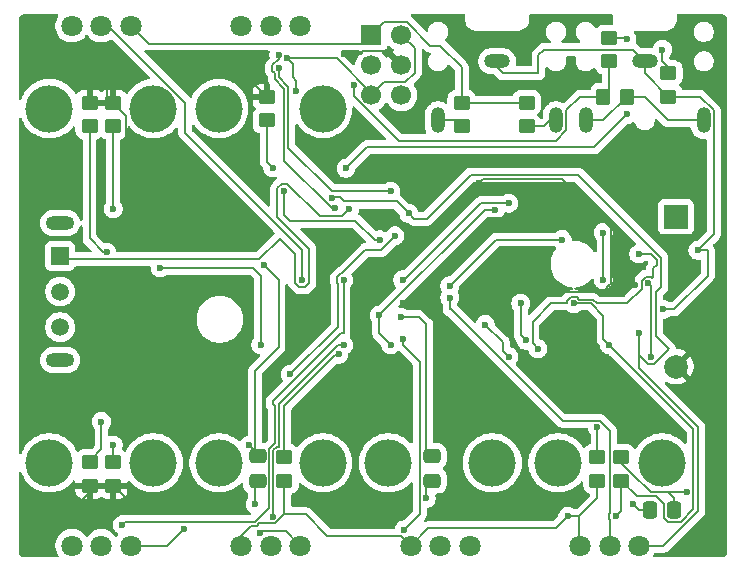
<source format=gbr>
%TF.GenerationSoftware,KiCad,Pcbnew,9.0.0*%
%TF.CreationDate,2025-05-15T12:38:11-07:00*%
%TF.ProjectId,ece223_project,65636532-3233-45f7-9072-6f6a6563742e,rev?*%
%TF.SameCoordinates,Original*%
%TF.FileFunction,Copper,L2,Bot*%
%TF.FilePolarity,Positive*%
%FSLAX46Y46*%
G04 Gerber Fmt 4.6, Leading zero omitted, Abs format (unit mm)*
G04 Created by KiCad (PCBNEW 9.0.0) date 2025-05-15 12:38:11*
%MOMM*%
%LPD*%
G01*
G04 APERTURE LIST*
G04 Aperture macros list*
%AMRoundRect*
0 Rectangle with rounded corners*
0 $1 Rounding radius*
0 $2 $3 $4 $5 $6 $7 $8 $9 X,Y pos of 4 corners*
0 Add a 4 corners polygon primitive as box body*
4,1,4,$2,$3,$4,$5,$6,$7,$8,$9,$2,$3,0*
0 Add four circle primitives for the rounded corners*
1,1,$1+$1,$2,$3*
1,1,$1+$1,$4,$5*
1,1,$1+$1,$6,$7*
1,1,$1+$1,$8,$9*
0 Add four rect primitives between the rounded corners*
20,1,$1+$1,$2,$3,$4,$5,0*
20,1,$1+$1,$4,$5,$6,$7,0*
20,1,$1+$1,$6,$7,$8,$9,0*
20,1,$1+$1,$8,$9,$2,$3,0*%
G04 Aperture macros list end*
%TA.AperFunction,ComponentPad*%
%ADD10O,1.200000X2.200000*%
%TD*%
%TA.AperFunction,ComponentPad*%
%ADD11O,2.200000X1.200000*%
%TD*%
%TA.AperFunction,ComponentPad*%
%ADD12R,1.700000X1.700000*%
%TD*%
%TA.AperFunction,ComponentPad*%
%ADD13C,1.700000*%
%TD*%
%TA.AperFunction,WasherPad*%
%ADD14C,4.000000*%
%TD*%
%TA.AperFunction,ComponentPad*%
%ADD15C,1.800000*%
%TD*%
%TA.AperFunction,WasherPad*%
%ADD16O,2.400000X1.200000*%
%TD*%
%TA.AperFunction,ComponentPad*%
%ADD17R,1.508000X1.508000*%
%TD*%
%TA.AperFunction,ComponentPad*%
%ADD18C,1.508000*%
%TD*%
%TA.AperFunction,SMDPad,CuDef*%
%ADD19RoundRect,0.250000X-0.450000X0.350000X-0.450000X-0.350000X0.450000X-0.350000X0.450000X0.350000X0*%
%TD*%
%TA.AperFunction,SMDPad,CuDef*%
%ADD20RoundRect,0.250000X-0.350000X-0.450000X0.350000X-0.450000X0.350000X0.450000X-0.350000X0.450000X0*%
%TD*%
%TA.AperFunction,SMDPad,CuDef*%
%ADD21RoundRect,0.250000X0.450000X-0.350000X0.450000X0.350000X-0.450000X0.350000X-0.450000X-0.350000X0*%
%TD*%
%TA.AperFunction,SMDPad,CuDef*%
%ADD22RoundRect,0.250000X0.475000X-0.337500X0.475000X0.337500X-0.475000X0.337500X-0.475000X-0.337500X0*%
%TD*%
%TA.AperFunction,ComponentPad*%
%ADD23R,2.000000X2.000000*%
%TD*%
%TA.AperFunction,ComponentPad*%
%ADD24C,2.000000*%
%TD*%
%TA.AperFunction,SMDPad,CuDef*%
%ADD25RoundRect,0.250000X0.337500X0.475000X-0.337500X0.475000X-0.337500X-0.475000X0.337500X-0.475000X0*%
%TD*%
%TA.AperFunction,SMDPad,CuDef*%
%ADD26RoundRect,0.250000X-0.475000X0.337500X-0.475000X-0.337500X0.475000X-0.337500X0.475000X0.337500X0*%
%TD*%
%TA.AperFunction,ViaPad*%
%ADD27C,0.600000*%
%TD*%
%TA.AperFunction,Conductor*%
%ADD28C,0.200000*%
%TD*%
%TA.AperFunction,Conductor*%
%ADD29C,0.165000*%
%TD*%
G04 APERTURE END LIST*
D10*
%TO.P,J2,R*%
%TO.N,Net-(J2-PadR)*%
X71000000Y-33000000D03*
D11*
%TO.P,J2,S*%
%TO.N,VREF*%
X66000000Y-28000000D03*
D10*
%TO.P,J2,T*%
%TO.N,Net-(J2-PadT)*%
X61000000Y-33000000D03*
%TD*%
D12*
%TO.P,J1,1,Pin_1*%
%TO.N,IN*%
X55357994Y-25776109D03*
D13*
%TO.P,J1,2,Pin_2*%
%TO.N,VREF*%
X57897994Y-25776109D03*
%TO.P,J1,3,Pin_3*%
%TO.N,VIN*%
X55357994Y-28316109D03*
%TO.P,J1,4,Pin_4*%
%TO.N,GND*%
X57897994Y-28316109D03*
%TO.P,J1,5,Pin_5*%
%TO.N,VREF*%
X55357994Y-30856109D03*
%TO.P,J1,6,Pin_6*%
%TO.N,OUT*%
X57897994Y-30856109D03*
%TD*%
D10*
%TO.P,J3,R*%
%TO.N,Net-(J3-PadR)*%
X83500000Y-33000000D03*
D11*
%TO.P,J3,S*%
%TO.N,VREF*%
X78500000Y-28000000D03*
D10*
%TO.P,J3,T*%
%TO.N,Net-(J3-PadR)*%
X73500000Y-33000000D03*
%TD*%
D14*
%TO.P,RV6,*%
%TO.N,*%
X51250000Y-32000000D03*
X42450000Y-32000000D03*
D15*
%TO.P,RV6,1,1*%
%TO.N,VREF*%
X44350000Y-25000000D03*
%TO.P,RV6,2,2*%
%TO.N,Net-(U2B-+)*%
X46850000Y-25000000D03*
%TO.P,RV6,3,3*%
%TO.N,/FILTERS/IBP1*%
X49350000Y-25000000D03*
%TD*%
D14*
%TO.P,RV2,*%
%TO.N,*%
X28100000Y-62000000D03*
X36900000Y-62000000D03*
D15*
%TO.P,RV2,1,1*%
%TO.N,VCC*%
X35000000Y-69000000D03*
%TO.P,RV2,2,2*%
%TO.N,/LED_GAIN/AREF*%
X32500000Y-69000000D03*
%TO.P,RV2,3,3*%
%TO.N,VREF*%
X30000000Y-69000000D03*
%TD*%
D14*
%TO.P,RV5,*%
%TO.N,*%
X71150000Y-62000000D03*
X79950000Y-62000000D03*
D15*
%TO.P,RV5,1,1*%
%TO.N,VCC*%
X78050000Y-69000000D03*
%TO.P,RV5,2,2*%
%TO.N,/LED_GAIN/DREF*%
X75550000Y-69000000D03*
%TO.P,RV5,3,3*%
%TO.N,VREF*%
X73050000Y-69000000D03*
%TD*%
D16*
%TO.P,SW1,*%
%TO.N,*%
X29000000Y-41700000D03*
X29000000Y-53300000D03*
D17*
%TO.P,SW1,1,A*%
%TO.N,/RAIL_GEN/VIN+*%
X29000000Y-44500000D03*
D18*
%TO.P,SW1,2,B*%
%TO.N,VIN*%
X29000000Y-47500000D03*
%TO.P,SW1,3,C*%
%TO.N,unconnected-(SW1-C-Pad3)*%
X29000000Y-50500000D03*
%TD*%
D14*
%TO.P,RV4,*%
%TO.N,*%
X56800000Y-62000000D03*
X65600000Y-62000000D03*
D15*
%TO.P,RV4,1,1*%
%TO.N,VCC*%
X63700000Y-69000000D03*
%TO.P,RV4,2,2*%
%TO.N,/LED_GAIN/CREF*%
X61200000Y-69000000D03*
%TO.P,RV4,3,3*%
%TO.N,VREF*%
X58700000Y-69000000D03*
%TD*%
D14*
%TO.P,RV1,*%
%TO.N,*%
X36900000Y-32000000D03*
X28100000Y-32000000D03*
D15*
%TO.P,RV1,1,1*%
%TO.N,VREF*%
X30000000Y-25000000D03*
%TO.P,RV1,2,2*%
%TO.N,Net-(U2A-+)*%
X32500000Y-25000000D03*
%TO.P,RV1,3,3*%
%TO.N,IN*%
X35000000Y-25000000D03*
%TD*%
D14*
%TO.P,RV3,*%
%TO.N,*%
X42450000Y-62000000D03*
X51250000Y-62000000D03*
D15*
%TO.P,RV3,1,1*%
%TO.N,VCC*%
X49350000Y-69000000D03*
%TO.P,RV3,2,2*%
%TO.N,/LED_GAIN/BREF*%
X46850000Y-69000000D03*
%TO.P,RV3,3,3*%
%TO.N,VREF*%
X44350000Y-69000000D03*
%TD*%
D19*
%TO.P,R7,1*%
%TO.N,Net-(D4-K)*%
X33500000Y-61950000D03*
%TO.P,R7,2*%
%TO.N,GND*%
X33500000Y-63950000D03*
%TD*%
D20*
%TO.P,R2,1*%
%TO.N,OUT*%
X75000000Y-31000000D03*
%TO.P,R2,2*%
%TO.N,Net-(J3-PadR)*%
X77000000Y-31000000D03*
%TD*%
D21*
%TO.P,R3,1*%
%TO.N,Net-(J2-PadR)*%
X68500000Y-33500000D03*
%TO.P,R3,2*%
%TO.N,IN*%
X68500000Y-31500000D03*
%TD*%
%TO.P,R1,1*%
%TO.N,Net-(J2-PadT)*%
X63000000Y-33500000D03*
%TO.P,R1,2*%
%TO.N,IN*%
X63000000Y-31500000D03*
%TD*%
D19*
%TO.P,R6,1*%
%TO.N,Net-(D3-K)*%
X31500000Y-61950000D03*
%TO.P,R6,2*%
%TO.N,GND*%
X31500000Y-63950000D03*
%TD*%
D22*
%TO.P,C7,1*%
%TO.N,Net-(C6-Pad1)*%
X60500000Y-63500000D03*
%TO.P,C7,2*%
%TO.N,Net-(U3A--)*%
X60500000Y-61425000D03*
%TD*%
D21*
%TO.P,R10,1*%
%TO.N,VREF*%
X48000000Y-63500000D03*
%TO.P,R10,2*%
%TO.N,Net-(U2A--)*%
X48000000Y-61500000D03*
%TD*%
%TO.P,R17,1*%
%TO.N,VREF*%
X74500000Y-63500000D03*
%TO.P,R17,2*%
%TO.N,Net-(U1C-+)*%
X74500000Y-61500000D03*
%TD*%
%TO.P,R16,1*%
%TO.N,VREF*%
X76500000Y-63500000D03*
%TO.P,R16,2*%
%TO.N,Net-(C8-Pad1)*%
X76500000Y-61500000D03*
%TD*%
D19*
%TO.P,R24,1*%
%TO.N,Net-(U2B--)*%
X75500000Y-26000000D03*
%TO.P,R24,2*%
%TO.N,OUT*%
X75500000Y-28000000D03*
%TD*%
D21*
%TO.P,R5,1*%
%TO.N,Net-(D2-K)*%
X31500000Y-33500000D03*
%TO.P,R5,2*%
%TO.N,GND*%
X31500000Y-31500000D03*
%TD*%
D23*
%TO.P,BT1,1,+*%
%TO.N,VIN*%
X81140000Y-41150000D03*
D24*
%TO.P,BT1,2,-*%
%TO.N,GND*%
X81140000Y-53850000D03*
%TD*%
D21*
%TO.P,R25,1*%
%TO.N,Net-(D5-K)*%
X46500000Y-33000000D03*
%TO.P,R25,2*%
%TO.N,GND*%
X46500000Y-31000000D03*
%TD*%
D25*
%TO.P,C9,1*%
%TO.N,Net-(C8-Pad1)*%
X81000000Y-66000000D03*
%TO.P,C9,2*%
%TO.N,Net-(U3C--)*%
X78925000Y-66000000D03*
%TD*%
D21*
%TO.P,R4,1*%
%TO.N,Net-(D1-K)*%
X33500000Y-33500000D03*
%TO.P,R4,2*%
%TO.N,GND*%
X33500000Y-31500000D03*
%TD*%
%TO.P,R23,1*%
%TO.N,VREF*%
X80500000Y-31000000D03*
%TO.P,R23,2*%
%TO.N,Net-(U2B--)*%
X80500000Y-29000000D03*
%TD*%
D26*
%TO.P,C6,1*%
%TO.N,Net-(C6-Pad1)*%
X45715645Y-61434224D03*
%TO.P,C6,2*%
%TO.N,/FILTERS/OBP1*%
X45715645Y-63509224D03*
%TD*%
D27*
%TO.N,GND*%
X42607994Y-39526109D03*
X77661919Y-46926086D03*
X51000000Y-46000000D03*
X53000000Y-27400000D03*
X75107994Y-56776109D03*
X35607994Y-35526109D03*
X78857994Y-58776109D03*
X64357994Y-29276109D03*
X45000000Y-29170214D03*
X60857994Y-39276109D03*
X70500000Y-44000000D03*
X53607994Y-58026109D03*
X57741216Y-32892887D03*
X52555005Y-43055005D03*
X64500000Y-38329000D03*
X84857994Y-66276109D03*
X29500000Y-65500000D03*
X65857994Y-57776109D03*
X66607994Y-45776109D03*
X66607994Y-41417500D03*
X61857994Y-29276109D03*
X33000000Y-30000000D03*
X38000000Y-65000000D03*
X83000000Y-56500000D03*
X61857994Y-37643326D03*
X46500000Y-55000000D03*
X58000000Y-48500000D03*
%TO.N,VREF*%
X72000000Y-66500000D03*
X75500000Y-52000000D03*
X76047500Y-66500000D03*
X49000000Y-30500000D03*
X80049000Y-49000000D03*
X48243122Y-27741707D03*
X83000000Y-44000000D03*
X72500000Y-48500000D03*
%TO.N,Net-(U3A--)*%
X57857994Y-49657405D03*
%TO.N,Net-(U3C--)*%
X68444040Y-51612155D03*
X77500000Y-65500000D03*
X68000000Y-48500000D03*
%TO.N,/FILTERS/OBP1*%
X45500000Y-65500000D03*
X57000000Y-52000000D03*
X56000000Y-49500000D03*
X65857994Y-40547500D03*
%TO.N,/RAIL_GEN/VIN+*%
X53500000Y-40500000D03*
%TO.N,VCC*%
X58511551Y-40872552D03*
X78013506Y-50998198D03*
X52001156Y-39574628D03*
X39500000Y-67582500D03*
X45943291Y-67933283D03*
%TO.N,/FILTERS/IBP1*%
X57000000Y-38992128D03*
X47511178Y-28569214D03*
%TO.N,Net-(U1C-+)*%
X78792919Y-46792919D03*
X74500000Y-59000000D03*
X79000000Y-53000000D03*
%TO.N,/FILTERS/OBP2*%
X75000000Y-46500000D03*
X75000000Y-42500000D03*
X58000000Y-46500000D03*
X67000000Y-40000000D03*
%TO.N,Net-(U3D--)*%
X69452500Y-52335000D03*
X78000000Y-44315712D03*
%TO.N,/LED_GAIN/OUTA*%
X48000000Y-39000000D03*
X56069000Y-43121025D03*
%TO.N,Net-(D1-K)*%
X33500000Y-40500000D03*
%TO.N,/LED_GAIN/OUTB*%
X46000000Y-52000000D03*
X37500000Y-45500000D03*
%TO.N,Net-(D2-K)*%
X32957852Y-44167890D03*
%TO.N,Net-(D3-K)*%
X32500000Y-58500000D03*
%TO.N,Net-(D4-K)*%
X33500000Y-60500000D03*
%TO.N,/LED_GAIN/OUTD*%
X48500000Y-54500000D03*
X57357994Y-42776109D03*
%TO.N,OUT*%
X53889537Y-30000000D03*
%TO.N,/LED_GAIN/AREF*%
X53000000Y-46500000D03*
X34250000Y-67250000D03*
%TO.N,/LED_GAIN/BREF*%
X53000000Y-52000000D03*
X47000000Y-66547500D03*
%TO.N,/LED_GAIN/CREF*%
X58000000Y-51540000D03*
X58148485Y-67651262D03*
%TO.N,/LED_GAIN/DREF*%
X62000000Y-48000000D03*
%TO.N,/FILTERS/OHP*%
X71500000Y-43091500D03*
X61979494Y-47007500D03*
%TO.N,Net-(C6-Pad1)*%
X60000000Y-65000000D03*
X46258284Y-45241716D03*
X45000000Y-60500000D03*
%TO.N,Net-(C8-Pad1)*%
X82079125Y-64500000D03*
%TO.N,Net-(C8-Pad2)*%
X67000000Y-53000000D03*
X65000000Y-50285000D03*
%TO.N,Net-(U2A--)*%
X52595278Y-52810998D03*
%TO.N,Net-(U2B--)*%
X77000000Y-32500000D03*
X53205006Y-37060826D03*
X80000000Y-27000000D03*
X77000000Y-26100000D03*
%TO.N,Net-(U2A-+)*%
X49500000Y-46500000D03*
%TO.N,Net-(U2B-+)*%
X47526786Y-27473214D03*
X52299000Y-40431340D03*
%TO.N,Net-(D5-K)*%
X47000000Y-37000000D03*
%TD*%
D28*
%TO.N,GND*%
X69000000Y-47500000D02*
X74932838Y-47500000D01*
X70424000Y-44692548D02*
X70424000Y-44290093D01*
X74932838Y-47500000D02*
X75466419Y-46966419D01*
X67384103Y-45000000D02*
X70116548Y-45000000D01*
X51000000Y-46000000D02*
X51000000Y-50500000D01*
X46500000Y-31000000D02*
X45000000Y-29500000D01*
X52000000Y-43610010D02*
X52000000Y-45000000D01*
X60857994Y-39574628D02*
X60857994Y-39276109D01*
X60857994Y-38643326D02*
X61857994Y-37643326D01*
X33500000Y-31500000D02*
X31500000Y-31500000D01*
X33000000Y-30000000D02*
X33000000Y-31000000D01*
X45000000Y-29500000D02*
X45000000Y-29170214D01*
X52555005Y-43055005D02*
X52000000Y-43610010D01*
X70116548Y-45000000D02*
X70424000Y-44692548D01*
X52000000Y-45000000D02*
X51000000Y-46000000D01*
X34550000Y-65000000D02*
X33500000Y-63950000D01*
X67276109Y-45776109D02*
X69000000Y-47500000D01*
X71500000Y-38000000D02*
X75612426Y-42112426D01*
X75565628Y-47065628D02*
X75466419Y-46966419D01*
X30500000Y-65500000D02*
X32050000Y-63950000D01*
X33500000Y-31500000D02*
X34607994Y-32607994D01*
X75612426Y-42112426D02*
X75612426Y-46820412D01*
X64829000Y-38000000D02*
X64500000Y-38329000D01*
X75612426Y-46820412D02*
X75466419Y-46966419D01*
X66607994Y-41417500D02*
X66466603Y-41276109D01*
X54441885Y-27400000D02*
X53000000Y-27400000D01*
X66607994Y-45776109D02*
X67276109Y-45776109D01*
X70500000Y-44214093D02*
X70500000Y-44000000D01*
X77661919Y-46926086D02*
X77522377Y-47065628D01*
X34607994Y-32607994D02*
X34607994Y-34526109D01*
X38000000Y-65000000D02*
X34550000Y-65000000D01*
X29500000Y-65500000D02*
X30500000Y-65500000D01*
X56746994Y-27165109D02*
X54676776Y-27165109D01*
X51000000Y-50500000D02*
X46500000Y-55000000D01*
X33000000Y-31000000D02*
X33500000Y-31500000D01*
X60857994Y-39276109D02*
X60857994Y-38643326D01*
X66466603Y-41276109D02*
X65223891Y-41276109D01*
X65223891Y-41276109D02*
X58000000Y-48500000D01*
X32050000Y-63950000D02*
X33500000Y-63950000D01*
X66607994Y-45776109D02*
X67384103Y-45000000D01*
X77522377Y-47065628D02*
X75565628Y-47065628D01*
X70424000Y-44290093D02*
X70500000Y-44214093D01*
X34607994Y-34526109D02*
X35607994Y-35526109D01*
X57897994Y-28316109D02*
X56746994Y-27165109D01*
X64829000Y-38000000D02*
X71500000Y-38000000D01*
X54676776Y-27165109D02*
X54441885Y-27400000D01*
D29*
%TO.N,VREF*%
X59031494Y-28968506D02*
X59031494Y-26909609D01*
X76500000Y-63500000D02*
X77831000Y-64831000D01*
X45169000Y-67331000D02*
X45637105Y-67331000D01*
X48000000Y-66323197D02*
X49786787Y-66323197D01*
X82627625Y-65896787D02*
X82627625Y-59127625D01*
X72950000Y-66500000D02*
X72950000Y-68900000D01*
X55357994Y-30692760D02*
X52406941Y-27741707D01*
X69500000Y-29000000D02*
X66500000Y-29000000D01*
X44350000Y-68150000D02*
X45169000Y-67331000D01*
X80164000Y-65500000D02*
X80164000Y-66688412D01*
X49000000Y-29642424D02*
X48726288Y-29368712D01*
X76500000Y-66047500D02*
X76047500Y-66500000D01*
X84348500Y-42651500D02*
X83000000Y-44000000D01*
X73963000Y-48500000D02*
X72500000Y-48500000D01*
X75000000Y-49537000D02*
X73963000Y-48500000D01*
X47227197Y-67096000D02*
X48000000Y-66323197D01*
X58700000Y-69000000D02*
X60173891Y-67526109D01*
X81550912Y-66973500D02*
X82627625Y-65896787D01*
X72000000Y-66500000D02*
X72950000Y-66500000D01*
X57866500Y-68166500D02*
X58700000Y-69000000D01*
X78500000Y-28000000D02*
X77500000Y-27000000D01*
X83000000Y-44000000D02*
X83848500Y-44000000D01*
X83199960Y-31000000D02*
X84348500Y-32148540D01*
X45637105Y-67331000D02*
X45872104Y-67096000D01*
X77500000Y-27000000D02*
X70000000Y-27000000D01*
X76500000Y-63500000D02*
X76500000Y-66047500D01*
X58242391Y-29757609D02*
X59031494Y-28968506D01*
X78500000Y-28000000D02*
X78500000Y-29000000D01*
X74500000Y-64950000D02*
X74500000Y-63500000D01*
X49786787Y-66323197D02*
X51630090Y-68166500D01*
X65500000Y-28000000D02*
X66500000Y-29000000D01*
X78500000Y-29000000D02*
X80500000Y-31000000D01*
X59031494Y-26909609D02*
X57897994Y-25776109D01*
X48000000Y-66323197D02*
X48000000Y-63500000D01*
X69500000Y-27500000D02*
X69500000Y-29000000D01*
X49000000Y-30500000D02*
X49000000Y-29642424D01*
X75500000Y-52000000D02*
X75000000Y-51500000D01*
X48726288Y-28224873D02*
X48243122Y-27741707D01*
X55357994Y-30856109D02*
X55357994Y-30692760D01*
X80449088Y-66973500D02*
X81550912Y-66973500D01*
X70000000Y-27000000D02*
X69500000Y-27500000D01*
X70973891Y-67526109D02*
X72000000Y-66500000D01*
X45872104Y-67096000D02*
X47227197Y-67096000D01*
X51630090Y-68166500D02*
X57866500Y-68166500D01*
X56456494Y-29757609D02*
X58242391Y-29757609D01*
X52406941Y-27741707D02*
X48243122Y-27741707D01*
X79495000Y-64831000D02*
X80164000Y-65500000D01*
X80164000Y-66688412D02*
X80449088Y-66973500D01*
X80049000Y-49000000D02*
X81000000Y-49000000D01*
X72950000Y-66500000D02*
X74500000Y-64950000D01*
X81000000Y-49000000D02*
X83848500Y-46151500D01*
X75000000Y-51500000D02*
X75000000Y-49537000D01*
X77831000Y-64831000D02*
X79495000Y-64831000D01*
X84348500Y-32148540D02*
X84348500Y-42651500D01*
X44350000Y-69000000D02*
X44350000Y-68150000D01*
X55357994Y-30856109D02*
X56456494Y-29757609D01*
X82627625Y-59127625D02*
X75500000Y-52000000D01*
X80500000Y-31000000D02*
X83199960Y-31000000D01*
X83848500Y-46151500D02*
X83848500Y-44000000D01*
X48726288Y-29368712D02*
X48726288Y-28224873D01*
X60173891Y-67526109D02*
X70973891Y-67526109D01*
%TO.N,Net-(U3A--)*%
X60000000Y-50278666D02*
X60000000Y-61425000D01*
X59378739Y-49657405D02*
X60000000Y-50278666D01*
X57857994Y-49657405D02*
X59378739Y-49657405D01*
%TO.N,Net-(U3C--)*%
X78000000Y-66000000D02*
X77500000Y-65500000D01*
X68444040Y-51612155D02*
X68000000Y-51168115D01*
X68000000Y-51168115D02*
X68000000Y-48500000D01*
X78925000Y-66000000D02*
X78000000Y-66000000D01*
%TO.N,/FILTERS/OBP1*%
X57000000Y-52000000D02*
X56000000Y-51000000D01*
X56000000Y-51000000D02*
X56000000Y-49500000D01*
X65857994Y-40547500D02*
X64952500Y-40547500D01*
X64952500Y-40547500D02*
X56000000Y-49500000D01*
X45500000Y-63724869D02*
X45500000Y-65500000D01*
D28*
%TO.N,/RAIL_GEN/VIN+*%
X48248943Y-38399000D02*
X50966443Y-41116500D01*
X29268890Y-44768890D02*
X45881167Y-44768890D01*
X47399000Y-41197000D02*
X47399000Y-38751057D01*
X49748943Y-47101000D02*
X50101000Y-46748943D01*
X52883500Y-41116500D02*
X53500000Y-40500000D01*
X49251057Y-47101000D02*
X49748943Y-47101000D01*
X47751057Y-38399000D02*
X48248943Y-38399000D01*
X45881167Y-44768890D02*
X47628882Y-43021175D01*
X50101000Y-43899000D02*
X47399000Y-41197000D01*
X47628882Y-43021175D02*
X48899000Y-44291293D01*
X50966443Y-41116500D02*
X52883500Y-41116500D01*
X48899000Y-46748943D02*
X49251057Y-47101000D01*
X29000000Y-44500000D02*
X29268890Y-44768890D01*
X48899000Y-44291293D02*
X48899000Y-46748943D01*
X50101000Y-46748943D02*
X50101000Y-43899000D01*
X47399000Y-38751057D02*
X47751057Y-38399000D01*
%TO.N,VCC*%
X79882000Y-47118000D02*
X79448000Y-47552000D01*
X78013506Y-53971156D02*
X83011125Y-58968775D01*
X58511551Y-40872552D02*
X57499384Y-39860384D01*
X83011125Y-58968775D02*
X83011125Y-66055638D01*
X60034891Y-41326109D02*
X63762000Y-37599000D01*
X83011125Y-66055638D02*
X80066763Y-69000000D01*
X78751057Y-53601000D02*
X78013506Y-52863449D01*
X78013506Y-52863449D02*
X78013506Y-50998198D01*
X52075784Y-39500000D02*
X52001156Y-39574628D01*
X58511551Y-40872552D02*
X58965108Y-41326109D01*
X78013506Y-50998198D02*
X78013506Y-53971156D01*
X80066763Y-69000000D02*
X78050000Y-69000000D01*
X52696732Y-39500000D02*
X52075784Y-39500000D01*
X49350000Y-69000000D02*
X48149000Y-67799000D01*
X79448000Y-47552000D02*
X79448000Y-51267057D01*
X58965108Y-41326109D02*
X60034891Y-41326109D01*
X46077574Y-67799000D02*
X45943291Y-67933283D01*
X79448000Y-51267057D02*
X80515443Y-52334500D01*
X39500000Y-67582500D02*
X38082500Y-69000000D01*
X57499384Y-39860384D02*
X53057116Y-39860384D01*
X48149000Y-67799000D02*
X46077574Y-67799000D01*
X72846337Y-37599000D02*
X79882000Y-44634663D01*
X63762000Y-37599000D02*
X72846337Y-37599000D01*
X79882000Y-44634663D02*
X79882000Y-47118000D01*
X38082500Y-69000000D02*
X35000000Y-69000000D01*
X79248943Y-53601000D02*
X78751057Y-53601000D01*
X80515443Y-52334500D02*
X79248943Y-53601000D01*
X53057116Y-39860384D02*
X52696732Y-39500000D01*
D29*
%TO.N,/FILTERS/IBP1*%
X51992128Y-38992128D02*
X57000000Y-38992128D01*
X47511178Y-28569214D02*
X47511178Y-29344398D01*
X47511178Y-29344398D02*
X48331000Y-30164220D01*
X48331000Y-35331000D02*
X51992128Y-38992128D01*
X48331000Y-30164220D02*
X48331000Y-35331000D01*
%TO.N,Net-(U1C-+)*%
X74500000Y-61500000D02*
X74500000Y-59000000D01*
X78792919Y-46792919D02*
X79000000Y-46999999D01*
X79000000Y-46999999D02*
X79000000Y-53000000D01*
%TO.N,/FILTERS/OBP2*%
X64634103Y-40000000D02*
X58134103Y-46500000D01*
X58134103Y-46500000D02*
X58000000Y-46500000D01*
X67000000Y-40000000D02*
X64634103Y-40000000D01*
X75000000Y-46500000D02*
X75000000Y-42500000D01*
%TO.N,Net-(U3D--)*%
X69000000Y-51882500D02*
X69000000Y-50039500D01*
X72272803Y-47951500D02*
X72727197Y-47951500D01*
X78565722Y-46244419D02*
X79020116Y-46244419D01*
X69000000Y-50039500D02*
X70539500Y-48500000D01*
X74431104Y-48500000D02*
X77000000Y-48500000D01*
X79204986Y-46295014D02*
X79204986Y-45500000D01*
X79137849Y-46362151D02*
X79204986Y-46295014D01*
X72944697Y-48169000D02*
X74100104Y-48169000D01*
X79204986Y-45500000D02*
X79498500Y-45206486D01*
X72727197Y-47951500D02*
X72944697Y-48169000D01*
X77000000Y-48500000D02*
X78244419Y-47255581D01*
X71951500Y-48500000D02*
X71951500Y-48272803D01*
X71951500Y-48272803D02*
X72272803Y-47951500D01*
X70539500Y-48500000D02*
X71951500Y-48500000D01*
X79020698Y-44315712D02*
X78000000Y-44315712D01*
X79498500Y-45206486D02*
X79498500Y-44793514D01*
X69452500Y-52335000D02*
X69000000Y-51882500D01*
X74100104Y-48169000D02*
X74431104Y-48500000D01*
X79498500Y-44793514D02*
X79020698Y-44315712D01*
X78244419Y-47255581D02*
X78244419Y-46565722D01*
X78244419Y-46565722D02*
X78565722Y-46244419D01*
X79020116Y-46244419D02*
X79137849Y-46362151D01*
%TO.N,/LED_GAIN/OUTA*%
X55621025Y-43121025D02*
X56069000Y-43121025D01*
X48000000Y-41000000D02*
X48500000Y-41500000D01*
X48000000Y-39000000D02*
X48000000Y-41000000D01*
X48500000Y-41500000D02*
X54000000Y-41500000D01*
X54000000Y-41500000D02*
X55621025Y-43121025D01*
%TO.N,Net-(D1-K)*%
X33500000Y-33500000D02*
X33500000Y-40500000D01*
%TO.N,/LED_GAIN/OUTB*%
X46000000Y-46168115D02*
X45331885Y-45500000D01*
X45331885Y-45500000D02*
X37500000Y-45500000D01*
X46000000Y-52000000D02*
X46000000Y-46168115D01*
%TO.N,Net-(D2-K)*%
X32667890Y-44167890D02*
X31500000Y-43000000D01*
X32957852Y-44167890D02*
X32667890Y-44167890D01*
X31500000Y-43000000D02*
X31500000Y-33500000D01*
%TO.N,Net-(D3-K)*%
X32500000Y-60834997D02*
X31500000Y-61834997D01*
X32500000Y-58500000D02*
X32500000Y-60834997D01*
%TO.N,Net-(D4-K)*%
X33500000Y-60500000D02*
X33500000Y-61950000D01*
%TO.N,/LED_GAIN/OUTD*%
X52500000Y-50500000D02*
X48500000Y-54500000D01*
X52772803Y-45951500D02*
X52451500Y-46272803D01*
X52500000Y-46775697D02*
X52500000Y-50500000D01*
X52843514Y-45951500D02*
X52772803Y-45951500D01*
X52451500Y-46727197D02*
X52500000Y-46775697D01*
X56134103Y-44000000D02*
X54795014Y-44000000D01*
X52451500Y-46272803D02*
X52451500Y-46727197D01*
X54795014Y-44000000D02*
X52843514Y-45951500D01*
X57357994Y-42776109D02*
X56134103Y-44000000D01*
%TO.N,OUT*%
X75000000Y-31000000D02*
X72997040Y-31000000D01*
X75500000Y-28000000D02*
X75500000Y-30500000D01*
X70965908Y-34734052D02*
X57682423Y-34734052D01*
X57682423Y-34734052D02*
X53889537Y-30941166D01*
X71848500Y-32148540D02*
X71848500Y-33851460D01*
X72997040Y-31000000D02*
X71848500Y-32148540D01*
X53889537Y-30941166D02*
X53889537Y-30000000D01*
X71848500Y-33851460D02*
X70965908Y-34734052D01*
%TO.N,IN*%
X36500000Y-26500000D02*
X35000000Y-25000000D01*
X55357994Y-25776109D02*
X54634103Y-26500000D01*
X55357994Y-25776109D02*
X56456494Y-24677609D01*
X63000000Y-28500000D02*
X63000000Y-31500000D01*
X54634103Y-26500000D02*
X36500000Y-26500000D01*
X61160084Y-26660084D02*
X63000000Y-28500000D01*
X68500000Y-31500000D02*
X63000000Y-31500000D01*
X56456494Y-24677609D02*
X58353008Y-24677609D01*
X58353008Y-24677609D02*
X60335483Y-26660084D01*
X60335483Y-26660084D02*
X61160084Y-26660084D01*
%TO.N,Net-(J2-PadR)*%
X68500000Y-33500000D02*
X70000000Y-33500000D01*
X70000000Y-33500000D02*
X70500000Y-33000000D01*
%TO.N,Net-(J2-PadT)*%
X60500000Y-33000000D02*
X62500000Y-33000000D01*
%TO.N,Net-(J3-PadR)*%
X78500000Y-31000000D02*
X80500000Y-33000000D01*
X75000000Y-33000000D02*
X73000000Y-33000000D01*
X77500000Y-31000000D02*
X78500000Y-31000000D01*
X77000000Y-31000000D02*
X75000000Y-33000000D01*
X80500000Y-33000000D02*
X83000000Y-33000000D01*
%TO.N,/LED_GAIN/AREF*%
X47169000Y-57200896D02*
X47000000Y-57031896D01*
X47169000Y-60350983D02*
X47169000Y-57200896D01*
X53000000Y-51000000D02*
X53000000Y-46500000D01*
X47000000Y-56795014D02*
X52795014Y-51000000D01*
X34250000Y-67250000D02*
X34500000Y-67000000D01*
X47000000Y-57031896D02*
X47000000Y-56795014D01*
X46720500Y-60799483D02*
X47169000Y-60350983D01*
X34500000Y-67000000D02*
X45500000Y-67000000D01*
X45500000Y-67000000D02*
X46720500Y-65779500D01*
X46720500Y-65779500D02*
X46720500Y-60799483D01*
X52795014Y-51000000D02*
X53000000Y-51000000D01*
%TO.N,/LED_GAIN/BREF*%
X47051500Y-66496000D02*
X47051500Y-60936588D01*
X47500000Y-57000000D02*
X52500000Y-52000000D01*
X47500000Y-60651500D02*
X47500000Y-57000000D01*
X52500000Y-52000000D02*
X53000000Y-52000000D01*
X47000000Y-66547500D02*
X47051500Y-66496000D01*
X47336588Y-60651500D02*
X47500000Y-60651500D01*
X47051500Y-60936588D02*
X47336588Y-60651500D01*
%TO.N,/LED_GAIN/CREF*%
X58000000Y-52000000D02*
X58000000Y-51540000D01*
X59446429Y-66353318D02*
X58148485Y-67651262D01*
X58000000Y-52000000D02*
X59446429Y-53446429D01*
X59446429Y-53446429D02*
X59446429Y-66353318D01*
%TO.N,/LED_GAIN/DREF*%
X75550000Y-66221803D02*
X75499000Y-66272803D01*
X71559803Y-58451500D02*
X74727197Y-58451500D01*
X75550000Y-66778197D02*
X75550000Y-69000000D01*
X75499000Y-66272803D02*
X75499000Y-66727197D01*
X62000000Y-48000000D02*
X62000000Y-48891697D01*
X62000000Y-48891697D02*
X71559803Y-58451500D01*
X75550000Y-59274303D02*
X75550000Y-66221803D01*
X75499000Y-66727197D02*
X75550000Y-66778197D01*
X62000000Y-48000000D02*
X62000000Y-49000000D01*
X74727197Y-58451500D02*
X75550000Y-59274303D01*
%TO.N,/FILTERS/OHP*%
X61979494Y-47007500D02*
X65895494Y-43091500D01*
X65895494Y-43091500D02*
X71500000Y-43091500D01*
%TO.N,Net-(C6-Pad1)*%
X45500000Y-61218579D02*
X45500000Y-54204986D01*
X45500000Y-54204986D02*
X47498500Y-52206486D01*
X45000000Y-60500000D02*
X45500000Y-61000000D01*
X47498500Y-52206486D02*
X47498500Y-46481932D01*
X60000000Y-63500000D02*
X60000000Y-65000000D01*
X47498500Y-46481932D02*
X46258284Y-45241716D01*
%TO.N,Net-(C8-Pad1)*%
X77151500Y-62651500D02*
X76500000Y-62000000D01*
X80500000Y-64500000D02*
X81000000Y-65000000D01*
X77448500Y-62936588D02*
X77163412Y-62651500D01*
X81000000Y-65000000D02*
X81000000Y-66000000D01*
X80500000Y-64500000D02*
X79000000Y-64500000D01*
X77448500Y-62948500D02*
X77448500Y-62936588D01*
X79000000Y-64500000D02*
X77448500Y-62948500D01*
X82079125Y-64500000D02*
X80500000Y-64500000D01*
X77163412Y-62651500D02*
X77151500Y-62651500D01*
%TO.N,Net-(C8-Pad2)*%
X66500000Y-51785000D02*
X66500000Y-52500000D01*
X66500000Y-52500000D02*
X67000000Y-53000000D01*
X65000000Y-50285000D02*
X66500000Y-51785000D01*
%TO.N,Net-(U2A--)*%
X52297296Y-52906276D02*
X48000000Y-57203572D01*
X52595278Y-52810998D02*
X52500000Y-52906276D01*
X52500000Y-52906276D02*
X52297296Y-52906276D01*
X48000000Y-57203572D02*
X48000000Y-61500000D01*
%TO.N,Net-(U2B--)*%
X54989723Y-35276109D02*
X74223891Y-35276109D01*
X80000000Y-28000000D02*
X80500000Y-28500000D01*
X77000000Y-26100000D02*
X76900000Y-26000000D01*
X76900000Y-26000000D02*
X75000000Y-26000000D01*
X74223891Y-35276109D02*
X77000000Y-32500000D01*
X77000000Y-26100000D02*
X77000000Y-26000000D01*
X80000000Y-27000000D02*
X80000000Y-28000000D01*
X53205006Y-37060826D02*
X54989723Y-35276109D01*
%TO.N,Net-(U2A-+)*%
X32500000Y-25000000D02*
X33079860Y-25000000D01*
X39579860Y-31500000D02*
X39579860Y-34079860D01*
X39579860Y-34079860D02*
X46500000Y-41000000D01*
X46500000Y-41000000D02*
X49500000Y-44000000D01*
X33079860Y-25000000D02*
X39579860Y-31500000D01*
X49500000Y-44000000D02*
X49500000Y-46500000D01*
%TO.N,Net-(U2B-+)*%
X46962678Y-28796411D02*
X47180178Y-29013911D01*
X47526786Y-27473214D02*
X47526786Y-27777909D01*
X47526786Y-27777909D02*
X46962678Y-28342017D01*
X48000000Y-30301324D02*
X48000000Y-36398666D01*
X47180178Y-29481502D02*
X48000000Y-30301324D01*
X48000000Y-36398666D02*
X52032674Y-40431340D01*
X46962678Y-28342017D02*
X46962678Y-28796411D01*
X52032674Y-40431340D02*
X52299000Y-40431340D01*
X47180178Y-29013911D02*
X47180178Y-29481502D01*
%TO.N,Net-(D5-K)*%
X46500000Y-33000000D02*
X46500000Y-36500000D01*
X46500000Y-36500000D02*
X47000000Y-37000000D01*
%TD*%
%TA.AperFunction,Conductor*%
%TO.N,GND*%
G36*
X25705703Y-32778025D02*
G01*
X25741541Y-32830783D01*
X25786200Y-32958411D01*
X25908053Y-33211442D01*
X25908055Y-33211445D01*
X26057477Y-33449248D01*
X26179839Y-33602685D01*
X26226045Y-33660626D01*
X26232584Y-33668825D01*
X26431175Y-33867416D01*
X26650752Y-34042523D01*
X26888555Y-34191945D01*
X27141592Y-34313801D01*
X27277531Y-34361368D01*
X27406670Y-34406556D01*
X27406682Y-34406560D01*
X27680491Y-34469055D01*
X27680497Y-34469055D01*
X27680505Y-34469057D01*
X27847799Y-34487906D01*
X27959569Y-34500499D01*
X27959572Y-34500500D01*
X27959575Y-34500500D01*
X28240428Y-34500500D01*
X28240429Y-34500499D01*
X28409695Y-34481428D01*
X28519494Y-34469057D01*
X28519499Y-34469056D01*
X28519509Y-34469055D01*
X28793318Y-34406560D01*
X29058408Y-34313801D01*
X29311445Y-34191945D01*
X29549248Y-34042523D01*
X29768825Y-33867416D01*
X29967416Y-33668825D01*
X30078555Y-33529460D01*
X30135741Y-33489322D01*
X30205552Y-33486472D01*
X30265822Y-33521817D01*
X30297416Y-33584136D01*
X30299500Y-33606775D01*
X30299500Y-33900000D01*
X30299501Y-33900019D01*
X30310000Y-34002796D01*
X30310001Y-34002799D01*
X30365185Y-34169331D01*
X30365187Y-34169336D01*
X30375527Y-34186100D01*
X30457288Y-34318656D01*
X30581344Y-34442712D01*
X30730666Y-34534814D01*
X30832004Y-34568394D01*
X30889449Y-34608167D01*
X30916272Y-34672683D01*
X30917000Y-34686100D01*
X30917000Y-41409288D01*
X30897315Y-41476327D01*
X30844511Y-41522082D01*
X30775353Y-41532026D01*
X30711797Y-41503001D01*
X30675615Y-41446701D01*
X30674907Y-41446932D01*
X30674030Y-41444234D01*
X30674023Y-41444223D01*
X30674005Y-41444157D01*
X30673402Y-41442302D01*
X30673402Y-41442299D01*
X30619873Y-41277555D01*
X30541232Y-41123212D01*
X30439414Y-40983072D01*
X30316928Y-40860586D01*
X30176788Y-40758768D01*
X30022445Y-40680127D01*
X29857701Y-40626598D01*
X29857699Y-40626597D01*
X29857698Y-40626597D01*
X29726271Y-40605781D01*
X29686611Y-40599500D01*
X28313389Y-40599500D01*
X28273728Y-40605781D01*
X28142302Y-40626597D01*
X27977552Y-40680128D01*
X27823211Y-40758768D01*
X27790575Y-40782480D01*
X27683072Y-40860586D01*
X27683070Y-40860588D01*
X27683069Y-40860588D01*
X27560588Y-40983069D01*
X27560588Y-40983070D01*
X27560586Y-40983072D01*
X27523958Y-41033486D01*
X27458768Y-41123211D01*
X27380128Y-41277552D01*
X27326597Y-41442302D01*
X27299500Y-41613389D01*
X27299500Y-41786610D01*
X27321673Y-41926610D01*
X27326598Y-41957701D01*
X27379601Y-42120827D01*
X27380128Y-42122447D01*
X27448931Y-42257482D01*
X27458768Y-42276788D01*
X27560586Y-42416928D01*
X27683072Y-42539414D01*
X27823212Y-42641232D01*
X27977555Y-42719873D01*
X28142299Y-42773402D01*
X28313389Y-42800500D01*
X28313390Y-42800500D01*
X29686610Y-42800500D01*
X29686611Y-42800500D01*
X29857701Y-42773402D01*
X30022445Y-42719873D01*
X30176788Y-42641232D01*
X30316928Y-42539414D01*
X30439414Y-42416928D01*
X30541232Y-42276788D01*
X30619873Y-42122445D01*
X30673402Y-41957701D01*
X30673403Y-41957697D01*
X30674907Y-41953068D01*
X30677026Y-41953756D01*
X30707210Y-41901178D01*
X30769234Y-41869010D01*
X30838803Y-41875481D01*
X30893831Y-41918536D01*
X30916845Y-41984507D01*
X30917000Y-41990711D01*
X30917000Y-43076752D01*
X30956730Y-43225031D01*
X30980754Y-43266641D01*
X31033484Y-43357971D01*
X31033486Y-43357973D01*
X31632222Y-43956709D01*
X31665707Y-44018032D01*
X31660723Y-44087724D01*
X31618851Y-44143657D01*
X31553387Y-44168074D01*
X31544541Y-44168390D01*
X30378499Y-44168390D01*
X30311460Y-44148705D01*
X30265705Y-44095901D01*
X30254499Y-44044390D01*
X30254499Y-43698129D01*
X30254498Y-43698123D01*
X30254497Y-43698116D01*
X30248091Y-43638517D01*
X30241488Y-43620814D01*
X30197797Y-43503671D01*
X30197793Y-43503664D01*
X30111547Y-43388455D01*
X30111544Y-43388452D01*
X29996335Y-43302206D01*
X29996328Y-43302202D01*
X29861482Y-43251908D01*
X29861483Y-43251908D01*
X29801883Y-43245501D01*
X29801881Y-43245500D01*
X29801873Y-43245500D01*
X29801864Y-43245500D01*
X28198129Y-43245500D01*
X28198123Y-43245501D01*
X28138516Y-43251908D01*
X28003671Y-43302202D01*
X28003664Y-43302206D01*
X27888455Y-43388452D01*
X27888452Y-43388455D01*
X27802206Y-43503664D01*
X27802202Y-43503671D01*
X27751908Y-43638517D01*
X27747610Y-43678500D01*
X27745501Y-43698123D01*
X27745500Y-43698135D01*
X27745500Y-45301870D01*
X27745501Y-45301876D01*
X27751908Y-45361483D01*
X27802202Y-45496328D01*
X27802206Y-45496335D01*
X27888452Y-45611544D01*
X27888455Y-45611547D01*
X28003664Y-45697793D01*
X28003671Y-45697797D01*
X28138517Y-45748091D01*
X28138516Y-45748091D01*
X28145444Y-45748835D01*
X28198127Y-45754500D01*
X29801872Y-45754499D01*
X29861483Y-45748091D01*
X29996331Y-45697796D01*
X30111546Y-45611546D01*
X30197796Y-45496331D01*
X30198893Y-45493390D01*
X30215055Y-45450058D01*
X30256925Y-45394124D01*
X30322389Y-45369706D01*
X30331237Y-45369390D01*
X36575500Y-45369390D01*
X36642539Y-45389075D01*
X36688294Y-45441879D01*
X36699500Y-45493390D01*
X36699500Y-45578846D01*
X36730261Y-45733489D01*
X36730264Y-45733501D01*
X36790602Y-45879172D01*
X36790609Y-45879185D01*
X36878210Y-46010288D01*
X36878213Y-46010292D01*
X36989707Y-46121786D01*
X36989711Y-46121789D01*
X37120814Y-46209390D01*
X37120827Y-46209397D01*
X37235516Y-46256902D01*
X37266503Y-46269737D01*
X37409103Y-46298102D01*
X37421153Y-46300499D01*
X37421156Y-46300500D01*
X37421158Y-46300500D01*
X37578844Y-46300500D01*
X37578845Y-46300499D01*
X37733497Y-46269737D01*
X37879179Y-46209394D01*
X38010289Y-46121789D01*
X38011264Y-46120814D01*
X38012760Y-46119319D01*
X38014371Y-46118439D01*
X38014999Y-46117924D01*
X38015096Y-46118043D01*
X38074083Y-46085834D01*
X38100441Y-46083000D01*
X45039036Y-46083000D01*
X45106075Y-46102685D01*
X45126717Y-46119319D01*
X45380681Y-46373283D01*
X45414166Y-46434606D01*
X45417000Y-46460964D01*
X45417000Y-51399559D01*
X45397315Y-51466598D01*
X45380681Y-51487240D01*
X45378213Y-51489707D01*
X45378210Y-51489711D01*
X45290609Y-51620814D01*
X45290602Y-51620827D01*
X45230264Y-51766498D01*
X45230261Y-51766510D01*
X45199500Y-51921153D01*
X45199500Y-52078846D01*
X45230261Y-52233489D01*
X45230264Y-52233501D01*
X45290602Y-52379172D01*
X45290609Y-52379185D01*
X45378210Y-52510288D01*
X45378213Y-52510292D01*
X45489707Y-52621786D01*
X45489711Y-52621789D01*
X45620814Y-52709390D01*
X45620827Y-52709397D01*
X45754055Y-52764581D01*
X45766503Y-52769737D01*
X45791203Y-52774650D01*
X45826114Y-52781595D01*
X45888025Y-52813980D01*
X45922599Y-52874696D01*
X45918860Y-52944465D01*
X45889604Y-52990893D01*
X45142029Y-53738470D01*
X45033486Y-53847012D01*
X45033484Y-53847015D01*
X44956730Y-53979954D01*
X44917000Y-54128233D01*
X44917000Y-59598563D01*
X44897315Y-59665602D01*
X44844511Y-59711357D01*
X44817191Y-59720180D01*
X44766510Y-59730261D01*
X44766498Y-59730264D01*
X44620827Y-59790602D01*
X44620814Y-59790609D01*
X44489711Y-59878210D01*
X44489707Y-59878213D01*
X44378213Y-59989707D01*
X44378210Y-59989711D01*
X44300709Y-60105699D01*
X44247096Y-60150504D01*
X44177771Y-60159211D01*
X44120294Y-60133755D01*
X43939663Y-59989707D01*
X43899248Y-59957477D01*
X43661445Y-59808055D01*
X43661442Y-59808053D01*
X43408411Y-59686200D01*
X43143329Y-59593443D01*
X43143317Y-59593439D01*
X42869512Y-59530945D01*
X42869494Y-59530942D01*
X42590431Y-59499500D01*
X42590425Y-59499500D01*
X42309575Y-59499500D01*
X42309568Y-59499500D01*
X42030505Y-59530942D01*
X42030487Y-59530945D01*
X41756682Y-59593439D01*
X41756670Y-59593443D01*
X41491588Y-59686200D01*
X41238557Y-59808053D01*
X41000753Y-59957476D01*
X40781175Y-60132583D01*
X40582583Y-60331175D01*
X40407476Y-60550753D01*
X40258053Y-60788557D01*
X40136200Y-61041588D01*
X40043443Y-61306670D01*
X40043439Y-61306682D01*
X39980945Y-61580487D01*
X39980942Y-61580505D01*
X39949500Y-61859568D01*
X39949500Y-62140431D01*
X39980942Y-62419494D01*
X39980945Y-62419512D01*
X40043439Y-62693317D01*
X40043443Y-62693329D01*
X40136200Y-62958411D01*
X40258053Y-63211442D01*
X40258055Y-63211445D01*
X40407477Y-63449248D01*
X40582584Y-63668825D01*
X40781175Y-63867416D01*
X41000752Y-64042523D01*
X41238555Y-64191945D01*
X41491592Y-64313801D01*
X41690680Y-64383465D01*
X41756670Y-64406556D01*
X41756682Y-64406560D01*
X42030491Y-64469055D01*
X42030497Y-64469055D01*
X42030505Y-64469057D01*
X42216547Y-64490018D01*
X42309569Y-64500499D01*
X42309572Y-64500500D01*
X42309575Y-64500500D01*
X42590428Y-64500500D01*
X42590429Y-64500499D01*
X42733055Y-64484429D01*
X42869494Y-64469057D01*
X42869499Y-64469056D01*
X42869509Y-64469055D01*
X43143318Y-64406560D01*
X43408408Y-64313801D01*
X43661445Y-64191945D01*
X43899248Y-64042523D01*
X44118825Y-63867416D01*
X44278467Y-63707773D01*
X44339787Y-63674291D01*
X44409478Y-63679275D01*
X44465412Y-63721146D01*
X44489829Y-63786611D01*
X44490145Y-63795456D01*
X44490145Y-63896724D01*
X44490146Y-63896743D01*
X44500645Y-63999520D01*
X44500646Y-63999523D01*
X44555830Y-64166055D01*
X44555832Y-64166060D01*
X44557853Y-64169336D01*
X44647933Y-64315380D01*
X44771989Y-64439436D01*
X44858096Y-64492546D01*
X44904821Y-64544493D01*
X44917000Y-64598085D01*
X44917000Y-64899559D01*
X44897315Y-64966598D01*
X44880681Y-64987240D01*
X44878213Y-64989707D01*
X44878210Y-64989711D01*
X44790609Y-65120814D01*
X44790602Y-65120827D01*
X44730264Y-65266498D01*
X44730261Y-65266510D01*
X44699500Y-65421153D01*
X44699500Y-65578846D01*
X44730261Y-65733489D01*
X44730264Y-65733501D01*
X44790602Y-65879172D01*
X44790609Y-65879185D01*
X44878210Y-66010288D01*
X44878213Y-66010292D01*
X44989707Y-66121786D01*
X44989711Y-66121789D01*
X45091642Y-66189898D01*
X45136447Y-66243510D01*
X45145154Y-66312835D01*
X45114999Y-66375863D01*
X45055556Y-66412582D01*
X45022751Y-66417000D01*
X34423247Y-66417000D01*
X34317721Y-66445275D01*
X34285628Y-66449500D01*
X34171155Y-66449500D01*
X34016510Y-66480261D01*
X34016498Y-66480264D01*
X33870827Y-66540602D01*
X33870814Y-66540609D01*
X33739711Y-66628210D01*
X33739707Y-66628213D01*
X33628213Y-66739707D01*
X33628210Y-66739711D01*
X33540609Y-66870814D01*
X33540602Y-66870827D01*
X33480264Y-67016498D01*
X33480261Y-67016510D01*
X33449500Y-67171153D01*
X33449500Y-67328846D01*
X33480261Y-67483489D01*
X33480264Y-67483501D01*
X33540602Y-67629172D01*
X33540609Y-67629185D01*
X33628210Y-67760288D01*
X33628213Y-67760292D01*
X33739707Y-67871786D01*
X33739711Y-67871789D01*
X33867333Y-67957064D01*
X33874700Y-67965880D01*
X33884861Y-67971241D01*
X33896698Y-67992201D01*
X33912138Y-68010676D01*
X33913569Y-68022075D01*
X33919219Y-68032079D01*
X33917844Y-68056114D01*
X33920845Y-68080001D01*
X33915784Y-68092157D01*
X33915231Y-68101835D01*
X33898761Y-68133050D01*
X33850319Y-68199726D01*
X33794989Y-68242393D01*
X33725376Y-68248372D01*
X33663581Y-68215767D01*
X33649682Y-68199727D01*
X33568247Y-68087641D01*
X33568243Y-68087636D01*
X33412363Y-67931756D01*
X33412358Y-67931752D01*
X33234025Y-67802187D01*
X33234024Y-67802186D01*
X33234022Y-67802185D01*
X33166705Y-67767885D01*
X33037606Y-67702104D01*
X33037603Y-67702103D01*
X32827952Y-67633985D01*
X32719086Y-67616742D01*
X32610222Y-67599500D01*
X32389778Y-67599500D01*
X32376185Y-67601653D01*
X32172047Y-67633985D01*
X31962396Y-67702103D01*
X31962393Y-67702104D01*
X31765974Y-67802187D01*
X31587641Y-67931752D01*
X31587636Y-67931756D01*
X31431756Y-68087636D01*
X31431752Y-68087641D01*
X31350318Y-68199727D01*
X31294989Y-68242393D01*
X31225375Y-68248372D01*
X31163580Y-68215767D01*
X31149682Y-68199727D01*
X31068247Y-68087641D01*
X31068243Y-68087636D01*
X30912363Y-67931756D01*
X30912358Y-67931752D01*
X30734025Y-67802187D01*
X30734024Y-67802186D01*
X30734022Y-67802185D01*
X30666705Y-67767885D01*
X30537606Y-67702104D01*
X30537603Y-67702103D01*
X30327952Y-67633985D01*
X30219086Y-67616742D01*
X30110222Y-67599500D01*
X29889778Y-67599500D01*
X29876185Y-67601653D01*
X29672047Y-67633985D01*
X29462396Y-67702103D01*
X29462393Y-67702104D01*
X29265974Y-67802187D01*
X29087641Y-67931752D01*
X29087636Y-67931756D01*
X28931756Y-68087636D01*
X28931752Y-68087641D01*
X28802187Y-68265974D01*
X28702104Y-68462393D01*
X28702103Y-68462396D01*
X28633985Y-68672047D01*
X28599500Y-68889778D01*
X28599500Y-69110221D01*
X28633985Y-69327952D01*
X28702103Y-69537603D01*
X28702104Y-69537606D01*
X28742028Y-69615959D01*
X28799399Y-69728555D01*
X28802187Y-69734025D01*
X28852020Y-69802615D01*
X28875500Y-69868421D01*
X28859674Y-69936475D01*
X28809569Y-69985170D01*
X28751702Y-69999500D01*
X26006962Y-69999500D01*
X25993078Y-69998720D01*
X25979952Y-69997241D01*
X25902735Y-69988540D01*
X25875666Y-69982362D01*
X25796462Y-69954648D01*
X25771444Y-69942600D01*
X25700395Y-69897957D01*
X25678686Y-69880644D01*
X25619355Y-69821313D01*
X25602042Y-69799604D01*
X25557399Y-69728555D01*
X25545351Y-69703537D01*
X25517637Y-69624333D01*
X25511459Y-69597263D01*
X25501280Y-69506922D01*
X25500500Y-69493038D01*
X25500500Y-62871738D01*
X25520185Y-62804699D01*
X25572989Y-62758944D01*
X25642147Y-62749000D01*
X25705703Y-62778025D01*
X25741541Y-62830783D01*
X25786200Y-62958411D01*
X25908053Y-63211442D01*
X25908055Y-63211445D01*
X26057477Y-63449248D01*
X26232584Y-63668825D01*
X26431175Y-63867416D01*
X26650752Y-64042523D01*
X26888555Y-64191945D01*
X27141592Y-64313801D01*
X27340680Y-64383465D01*
X27406670Y-64406556D01*
X27406682Y-64406560D01*
X27680491Y-64469055D01*
X27680497Y-64469055D01*
X27680505Y-64469057D01*
X27866547Y-64490018D01*
X27959569Y-64500499D01*
X27959572Y-64500500D01*
X27959575Y-64500500D01*
X28240428Y-64500500D01*
X28240429Y-64500499D01*
X28383055Y-64484429D01*
X28519494Y-64469057D01*
X28519499Y-64469056D01*
X28519509Y-64469055D01*
X28793318Y-64406560D01*
X28954997Y-64349986D01*
X30300001Y-64349986D01*
X30310494Y-64452697D01*
X30365641Y-64619119D01*
X30365643Y-64619124D01*
X30457684Y-64768345D01*
X30581654Y-64892315D01*
X30730875Y-64984356D01*
X30730880Y-64984358D01*
X30897302Y-65039505D01*
X30897309Y-65039506D01*
X31000019Y-65049999D01*
X31249999Y-65049999D01*
X31750000Y-65049999D01*
X31999972Y-65049999D01*
X31999986Y-65049998D01*
X32102697Y-65039505D01*
X32269119Y-64984358D01*
X32269124Y-64984356D01*
X32418343Y-64892316D01*
X32423084Y-64888568D01*
X32487877Y-64862424D01*
X32556520Y-64875460D01*
X32576916Y-64888568D01*
X32581656Y-64892316D01*
X32730875Y-64984356D01*
X32730880Y-64984358D01*
X32897302Y-65039505D01*
X32897309Y-65039506D01*
X33000019Y-65049999D01*
X33249999Y-65049999D01*
X33750000Y-65049999D01*
X33999972Y-65049999D01*
X33999986Y-65049998D01*
X34102697Y-65039505D01*
X34269119Y-64984358D01*
X34269124Y-64984356D01*
X34418345Y-64892315D01*
X34542315Y-64768345D01*
X34634356Y-64619124D01*
X34634358Y-64619119D01*
X34689505Y-64452697D01*
X34689506Y-64452690D01*
X34699999Y-64349986D01*
X34700000Y-64349973D01*
X34700000Y-64200000D01*
X33750000Y-64200000D01*
X33750000Y-65049999D01*
X33249999Y-65049999D01*
X33250000Y-65049998D01*
X33250000Y-64200000D01*
X31750000Y-64200000D01*
X31750000Y-65049999D01*
X31249999Y-65049999D01*
X31250000Y-65049998D01*
X31250000Y-64200000D01*
X30300001Y-64200000D01*
X30300001Y-64349986D01*
X28954997Y-64349986D01*
X29058408Y-64313801D01*
X29311445Y-64191945D01*
X29549248Y-64042523D01*
X29768825Y-63867416D01*
X29967416Y-63668825D01*
X30017399Y-63606149D01*
X30079053Y-63528837D01*
X30136241Y-63488696D01*
X30206053Y-63485846D01*
X30266323Y-63521191D01*
X30297916Y-63583510D01*
X30300000Y-63606149D01*
X30300000Y-63700000D01*
X34699999Y-63700000D01*
X34699999Y-63606148D01*
X34719684Y-63539109D01*
X34772488Y-63493354D01*
X34841646Y-63483410D01*
X34905202Y-63512435D01*
X34920943Y-63528832D01*
X35032584Y-63668825D01*
X35231175Y-63867416D01*
X35450752Y-64042523D01*
X35688555Y-64191945D01*
X35941592Y-64313801D01*
X36140680Y-64383465D01*
X36206670Y-64406556D01*
X36206682Y-64406560D01*
X36480491Y-64469055D01*
X36480497Y-64469055D01*
X36480505Y-64469057D01*
X36666547Y-64490018D01*
X36759569Y-64500499D01*
X36759572Y-64500500D01*
X36759575Y-64500500D01*
X37040428Y-64500500D01*
X37040429Y-64500499D01*
X37183055Y-64484429D01*
X37319494Y-64469057D01*
X37319499Y-64469056D01*
X37319509Y-64469055D01*
X37593318Y-64406560D01*
X37858408Y-64313801D01*
X38111445Y-64191945D01*
X38349248Y-64042523D01*
X38568825Y-63867416D01*
X38767416Y-63668825D01*
X38942523Y-63449248D01*
X39091945Y-63211445D01*
X39213801Y-62958408D01*
X39306560Y-62693318D01*
X39369055Y-62419509D01*
X39376300Y-62355212D01*
X39400499Y-62140431D01*
X39400500Y-62140427D01*
X39400500Y-61859572D01*
X39400499Y-61859568D01*
X39369057Y-61580505D01*
X39369054Y-61580487D01*
X39306560Y-61306682D01*
X39306556Y-61306670D01*
X39265694Y-61189895D01*
X39213801Y-61041592D01*
X39091945Y-60788555D01*
X38942523Y-60550752D01*
X38767416Y-60331175D01*
X38568825Y-60132584D01*
X38556275Y-60122576D01*
X38389663Y-59989707D01*
X38349248Y-59957477D01*
X38111445Y-59808055D01*
X38111442Y-59808053D01*
X37858411Y-59686200D01*
X37593329Y-59593443D01*
X37593317Y-59593439D01*
X37319512Y-59530945D01*
X37319494Y-59530942D01*
X37040431Y-59499500D01*
X37040425Y-59499500D01*
X36759575Y-59499500D01*
X36759568Y-59499500D01*
X36480505Y-59530942D01*
X36480487Y-59530945D01*
X36206682Y-59593439D01*
X36206670Y-59593443D01*
X35941588Y-59686200D01*
X35688557Y-59808053D01*
X35450753Y-59957476D01*
X35231175Y-60132583D01*
X35032583Y-60331175D01*
X34857476Y-60550753D01*
X34708053Y-60788557D01*
X34618716Y-60974068D01*
X34571893Y-61025927D01*
X34504466Y-61044240D01*
X34439698Y-61024415D01*
X34428633Y-61017265D01*
X34418656Y-61007288D01*
X34298482Y-60933164D01*
X34297384Y-60932455D01*
X34275391Y-60906946D01*
X34252861Y-60881897D01*
X34252643Y-60880562D01*
X34251760Y-60879537D01*
X34247047Y-60846177D01*
X34241638Y-60812934D01*
X34242103Y-60811172D01*
X34241988Y-60810354D01*
X34242770Y-60808652D01*
X34250119Y-60780857D01*
X34269737Y-60733497D01*
X34300500Y-60578842D01*
X34300500Y-60421158D01*
X34300500Y-60421155D01*
X34300499Y-60421153D01*
X34298281Y-60410001D01*
X34269737Y-60266503D01*
X34221689Y-60150504D01*
X34209397Y-60120827D01*
X34209390Y-60120814D01*
X34121789Y-59989711D01*
X34121786Y-59989707D01*
X34010292Y-59878213D01*
X34010288Y-59878210D01*
X33879185Y-59790609D01*
X33879172Y-59790602D01*
X33733501Y-59730264D01*
X33733489Y-59730261D01*
X33578845Y-59699500D01*
X33578842Y-59699500D01*
X33421158Y-59699500D01*
X33421155Y-59699500D01*
X33266510Y-59730261D01*
X33266498Y-59730264D01*
X33254450Y-59735255D01*
X33184981Y-59742722D01*
X33122502Y-59711446D01*
X33086851Y-59651356D01*
X33083000Y-59620693D01*
X33083000Y-59100440D01*
X33102685Y-59033401D01*
X33119320Y-59012757D01*
X33121789Y-59010289D01*
X33209394Y-58879179D01*
X33269737Y-58733497D01*
X33300500Y-58578842D01*
X33300500Y-58421158D01*
X33300500Y-58421155D01*
X33300499Y-58421153D01*
X33269738Y-58266510D01*
X33269737Y-58266503D01*
X33269735Y-58266498D01*
X33209397Y-58120827D01*
X33209390Y-58120814D01*
X33121789Y-57989711D01*
X33121786Y-57989707D01*
X33010292Y-57878213D01*
X33010288Y-57878210D01*
X32879185Y-57790609D01*
X32879172Y-57790602D01*
X32733501Y-57730264D01*
X32733489Y-57730261D01*
X32578845Y-57699500D01*
X32578842Y-57699500D01*
X32421158Y-57699500D01*
X32421155Y-57699500D01*
X32266510Y-57730261D01*
X32266498Y-57730264D01*
X32120827Y-57790602D01*
X32120814Y-57790609D01*
X31989711Y-57878210D01*
X31989707Y-57878213D01*
X31878213Y-57989707D01*
X31878210Y-57989711D01*
X31790609Y-58120814D01*
X31790602Y-58120827D01*
X31730264Y-58266498D01*
X31730261Y-58266510D01*
X31699500Y-58421153D01*
X31699500Y-58578846D01*
X31730261Y-58733489D01*
X31730264Y-58733501D01*
X31790602Y-58879172D01*
X31790609Y-58879185D01*
X31878208Y-59010286D01*
X31878210Y-59010288D01*
X31878211Y-59010289D01*
X31880676Y-59012754D01*
X31881556Y-59014365D01*
X31882076Y-59014999D01*
X31881955Y-59015097D01*
X31914164Y-59074073D01*
X31917000Y-59100440D01*
X31917000Y-60542148D01*
X31897315Y-60609187D01*
X31880681Y-60629829D01*
X31697328Y-60813181D01*
X31636005Y-60846666D01*
X31609647Y-60849500D01*
X30999998Y-60849500D01*
X30999980Y-60849501D01*
X30897203Y-60860000D01*
X30897200Y-60860001D01*
X30730668Y-60915185D01*
X30730663Y-60915187D01*
X30581342Y-61007289D01*
X30580677Y-61007955D01*
X30580107Y-61008266D01*
X30575681Y-61011766D01*
X30575082Y-61011009D01*
X30519351Y-61041434D01*
X30449659Y-61036444D01*
X30393729Y-60994568D01*
X30381283Y-60974067D01*
X30291948Y-60788560D01*
X30260724Y-60738867D01*
X30142523Y-60550752D01*
X29967416Y-60331175D01*
X29768825Y-60132584D01*
X29756275Y-60122576D01*
X29589663Y-59989707D01*
X29549248Y-59957477D01*
X29311445Y-59808055D01*
X29311442Y-59808053D01*
X29058411Y-59686200D01*
X28793329Y-59593443D01*
X28793317Y-59593439D01*
X28519512Y-59530945D01*
X28519494Y-59530942D01*
X28240431Y-59499500D01*
X28240425Y-59499500D01*
X27959575Y-59499500D01*
X27959568Y-59499500D01*
X27680505Y-59530942D01*
X27680487Y-59530945D01*
X27406682Y-59593439D01*
X27406670Y-59593443D01*
X27141588Y-59686200D01*
X26888557Y-59808053D01*
X26650753Y-59957476D01*
X26431175Y-60132583D01*
X26232583Y-60331175D01*
X26057476Y-60550753D01*
X25908053Y-60788557D01*
X25786200Y-61041588D01*
X25741541Y-61169216D01*
X25700819Y-61225992D01*
X25635867Y-61251739D01*
X25567305Y-61238283D01*
X25516902Y-61189895D01*
X25500500Y-61128261D01*
X25500500Y-53213389D01*
X27299500Y-53213389D01*
X27299500Y-53386610D01*
X27326377Y-53556310D01*
X27326598Y-53557701D01*
X27368907Y-53687915D01*
X27380128Y-53722447D01*
X27443598Y-53847015D01*
X27458768Y-53876788D01*
X27560586Y-54016928D01*
X27683072Y-54139414D01*
X27823212Y-54241232D01*
X27977555Y-54319873D01*
X28142299Y-54373402D01*
X28313389Y-54400500D01*
X28313390Y-54400500D01*
X29686610Y-54400500D01*
X29686611Y-54400500D01*
X29857701Y-54373402D01*
X30022445Y-54319873D01*
X30176788Y-54241232D01*
X30316928Y-54139414D01*
X30439414Y-54016928D01*
X30541232Y-53876788D01*
X30619873Y-53722445D01*
X30673402Y-53557701D01*
X30700500Y-53386611D01*
X30700500Y-53213389D01*
X30673402Y-53042299D01*
X30619873Y-52877555D01*
X30541232Y-52723212D01*
X30439414Y-52583072D01*
X30316928Y-52460586D01*
X30176788Y-52358768D01*
X30022445Y-52280127D01*
X29857701Y-52226598D01*
X29857699Y-52226597D01*
X29857698Y-52226597D01*
X29691832Y-52200327D01*
X29686611Y-52199500D01*
X28313389Y-52199500D01*
X28308168Y-52200327D01*
X28142302Y-52226597D01*
X27977552Y-52280128D01*
X27823211Y-52358768D01*
X27749043Y-52412655D01*
X27683072Y-52460586D01*
X27683070Y-52460588D01*
X27683069Y-52460588D01*
X27560588Y-52583069D01*
X27560588Y-52583070D01*
X27560586Y-52583072D01*
X27532456Y-52621790D01*
X27458768Y-52723211D01*
X27380128Y-52877552D01*
X27380127Y-52877554D01*
X27380127Y-52877555D01*
X27365961Y-52921153D01*
X27326597Y-53042302D01*
X27299500Y-53213389D01*
X25500500Y-53213389D01*
X25500500Y-50401263D01*
X27745500Y-50401263D01*
X27745500Y-50598736D01*
X27776389Y-50793763D01*
X27832665Y-50966960D01*
X27837409Y-50981561D01*
X27925954Y-51155338D01*
X27927058Y-51157504D01*
X28043115Y-51317246D01*
X28182753Y-51456884D01*
X28286474Y-51532240D01*
X28342499Y-51572944D01*
X28518439Y-51662591D01*
X28643637Y-51703270D01*
X28706236Y-51723610D01*
X28901264Y-51754500D01*
X28901269Y-51754500D01*
X29098736Y-51754500D01*
X29293763Y-51723610D01*
X29481561Y-51662591D01*
X29657501Y-51572944D01*
X29763278Y-51496093D01*
X29817246Y-51456884D01*
X29817248Y-51456881D01*
X29817252Y-51456879D01*
X29956879Y-51317252D01*
X29956881Y-51317248D01*
X29956884Y-51317246D01*
X30023881Y-51225031D01*
X30072944Y-51157501D01*
X30162591Y-50981561D01*
X30223610Y-50793763D01*
X30229193Y-50758513D01*
X30254500Y-50598736D01*
X30254500Y-50401263D01*
X30223610Y-50206236D01*
X30193412Y-50113297D01*
X30162591Y-50018439D01*
X30072944Y-49842499D01*
X30047748Y-49807819D01*
X30034328Y-49789348D01*
X30034327Y-49789347D01*
X29984325Y-49720525D01*
X40554500Y-49720525D01*
X40554500Y-49979474D01*
X40554501Y-49979491D01*
X40588299Y-50236217D01*
X40588300Y-50236222D01*
X40588301Y-50236228D01*
X40620238Y-50355419D01*
X40655324Y-50486364D01*
X40754423Y-50725609D01*
X40754427Y-50725619D01*
X40883906Y-50949883D01*
X41041551Y-51155331D01*
X41041557Y-51155338D01*
X41224661Y-51338442D01*
X41224668Y-51338448D01*
X41430116Y-51496093D01*
X41654380Y-51625572D01*
X41654381Y-51625572D01*
X41654384Y-51625574D01*
X41893634Y-51724675D01*
X42143772Y-51791699D01*
X42400519Y-51825500D01*
X42400526Y-51825500D01*
X42659474Y-51825500D01*
X42659481Y-51825500D01*
X42916228Y-51791699D01*
X43166366Y-51724675D01*
X43405616Y-51625574D01*
X43629884Y-51496093D01*
X43835333Y-51338447D01*
X44018447Y-51155333D01*
X44176093Y-50949884D01*
X44305574Y-50725616D01*
X44404675Y-50486366D01*
X44471699Y-50236228D01*
X44505500Y-49979481D01*
X44505500Y-49720519D01*
X44471699Y-49463772D01*
X44404675Y-49213634D01*
X44305574Y-48974384D01*
X44301031Y-48966516D01*
X44176093Y-48750116D01*
X44018448Y-48544668D01*
X44018442Y-48544661D01*
X43835338Y-48361557D01*
X43835331Y-48361551D01*
X43629883Y-48203906D01*
X43405619Y-48074427D01*
X43405609Y-48074423D01*
X43166364Y-47975324D01*
X43041297Y-47941813D01*
X42916228Y-47908301D01*
X42916222Y-47908300D01*
X42916217Y-47908299D01*
X42659491Y-47874501D01*
X42659486Y-47874500D01*
X42659481Y-47874500D01*
X42400519Y-47874500D01*
X42400513Y-47874500D01*
X42400508Y-47874501D01*
X42143782Y-47908299D01*
X42143775Y-47908300D01*
X42143772Y-47908301D01*
X42095800Y-47921155D01*
X41893635Y-47975324D01*
X41654390Y-48074423D01*
X41654380Y-48074427D01*
X41430116Y-48203906D01*
X41224668Y-48361551D01*
X41224661Y-48361557D01*
X41041557Y-48544661D01*
X41041551Y-48544668D01*
X40883906Y-48750116D01*
X40754427Y-48974380D01*
X40754423Y-48974390D01*
X40655324Y-49213635D01*
X40614074Y-49367586D01*
X40590969Y-49453817D01*
X40588302Y-49463769D01*
X40588299Y-49463782D01*
X40554501Y-49720508D01*
X40554500Y-49720525D01*
X29984325Y-49720525D01*
X29956879Y-49682748D01*
X29817252Y-49543121D01*
X29817246Y-49543115D01*
X29657504Y-49427058D01*
X29657503Y-49427057D01*
X29657501Y-49427056D01*
X29481561Y-49337409D01*
X29481558Y-49337408D01*
X29293763Y-49276389D01*
X29098736Y-49245500D01*
X29098731Y-49245500D01*
X28901269Y-49245500D01*
X28901264Y-49245500D01*
X28706236Y-49276389D01*
X28518441Y-49337408D01*
X28342495Y-49427058D01*
X28182753Y-49543115D01*
X28043115Y-49682753D01*
X27927058Y-49842495D01*
X27837408Y-50018441D01*
X27776389Y-50206236D01*
X27745500Y-50401263D01*
X25500500Y-50401263D01*
X25500500Y-47401263D01*
X27745500Y-47401263D01*
X27745500Y-47598736D01*
X27776389Y-47793763D01*
X27816432Y-47917000D01*
X27837409Y-47981561D01*
X27919969Y-48143592D01*
X27927058Y-48157504D01*
X28043115Y-48317246D01*
X28182753Y-48456884D01*
X28303580Y-48544668D01*
X28342499Y-48572944D01*
X28518439Y-48662591D01*
X28623312Y-48696666D01*
X28706236Y-48723610D01*
X28901264Y-48754500D01*
X28901269Y-48754500D01*
X29098736Y-48754500D01*
X29293763Y-48723610D01*
X29481561Y-48662591D01*
X29657501Y-48572944D01*
X29747192Y-48507779D01*
X29817246Y-48456884D01*
X29817248Y-48456881D01*
X29817252Y-48456879D01*
X29956879Y-48317252D01*
X29956881Y-48317248D01*
X29956884Y-48317246D01*
X30020081Y-48230261D01*
X30072944Y-48157501D01*
X30162591Y-47981561D01*
X30223610Y-47793763D01*
X30224989Y-47785058D01*
X30254500Y-47598736D01*
X30254500Y-47401263D01*
X30223610Y-47206236D01*
X30198006Y-47127437D01*
X30162591Y-47018439D01*
X30072944Y-46842499D01*
X30044936Y-46803949D01*
X29956884Y-46682753D01*
X29817246Y-46543115D01*
X29657504Y-46427058D01*
X29657503Y-46427057D01*
X29657501Y-46427056D01*
X29481561Y-46337409D01*
X29481558Y-46337408D01*
X29293763Y-46276389D01*
X29098736Y-46245500D01*
X29098731Y-46245500D01*
X28901269Y-46245500D01*
X28901264Y-46245500D01*
X28706236Y-46276389D01*
X28518441Y-46337408D01*
X28342495Y-46427058D01*
X28182753Y-46543115D01*
X28043115Y-46682753D01*
X27927058Y-46842495D01*
X27837408Y-47018441D01*
X27776389Y-47206236D01*
X27745500Y-47401263D01*
X25500500Y-47401263D01*
X25500500Y-32871738D01*
X25520185Y-32804699D01*
X25572989Y-32758944D01*
X25642147Y-32749000D01*
X25705703Y-32778025D01*
G37*
%TD.AperFunction*%
%TA.AperFunction,Conductor*%
G36*
X85006922Y-24001280D02*
G01*
X85097266Y-24011459D01*
X85124331Y-24017636D01*
X85203540Y-24045352D01*
X85228553Y-24057398D01*
X85299606Y-24102043D01*
X85321313Y-24119355D01*
X85380644Y-24178686D01*
X85397957Y-24200395D01*
X85442600Y-24271444D01*
X85454648Y-24296462D01*
X85482362Y-24375666D01*
X85488540Y-24402735D01*
X85498720Y-24493076D01*
X85499500Y-24506961D01*
X85499500Y-69493038D01*
X85498720Y-69506922D01*
X85498720Y-69506923D01*
X85488540Y-69597264D01*
X85482362Y-69624333D01*
X85454648Y-69703537D01*
X85442600Y-69728555D01*
X85397957Y-69799604D01*
X85380644Y-69821313D01*
X85321313Y-69880644D01*
X85299604Y-69897957D01*
X85228555Y-69942600D01*
X85203537Y-69954648D01*
X85124333Y-69982362D01*
X85097264Y-69988540D01*
X85020048Y-69997241D01*
X85006921Y-69998720D01*
X84993038Y-69999500D01*
X79298298Y-69999500D01*
X79290606Y-69997241D01*
X79282690Y-69998514D01*
X79257560Y-69987538D01*
X79231259Y-69979815D01*
X79226010Y-69973757D01*
X79218662Y-69970548D01*
X79203456Y-69947728D01*
X79185504Y-69927011D01*
X79184363Y-69919076D01*
X79179917Y-69912404D01*
X79179462Y-69884991D01*
X79175560Y-69857853D01*
X79178861Y-69848772D01*
X79178758Y-69842544D01*
X79188429Y-69822454D01*
X79192884Y-69810201D01*
X79195290Y-69806316D01*
X79247815Y-69734022D01*
X79283699Y-69663596D01*
X79286422Y-69659201D01*
X79308746Y-69639199D01*
X79329326Y-69617409D01*
X79334683Y-69615959D01*
X79338460Y-69612576D01*
X79359986Y-69609115D01*
X79391836Y-69600500D01*
X79980094Y-69600500D01*
X79980110Y-69600501D01*
X79987706Y-69600501D01*
X80145817Y-69600501D01*
X80145820Y-69600501D01*
X80298548Y-69559577D01*
X80348667Y-69530639D01*
X80435479Y-69480520D01*
X80547283Y-69368716D01*
X80547283Y-69368714D01*
X80557491Y-69358507D01*
X80557492Y-69358504D01*
X83491645Y-66424354D01*
X83570702Y-66287422D01*
X83611626Y-66134695D01*
X83611626Y-65976580D01*
X83611626Y-65968985D01*
X83611625Y-65968967D01*
X83611625Y-59057835D01*
X83611626Y-59057822D01*
X83611626Y-58889719D01*
X83611626Y-58889718D01*
X83570702Y-58736991D01*
X83568680Y-58733489D01*
X83491649Y-58600065D01*
X83491643Y-58600057D01*
X82000234Y-57108648D01*
X80235975Y-55344390D01*
X80202491Y-55283068D01*
X80207475Y-55213376D01*
X80249347Y-55157443D01*
X80314811Y-55133026D01*
X80379952Y-55146225D01*
X80564197Y-55240102D01*
X80788752Y-55313065D01*
X80788751Y-55313065D01*
X81021948Y-55350000D01*
X81258052Y-55350000D01*
X81491247Y-55313065D01*
X81715802Y-55240102D01*
X81926163Y-55132918D01*
X81926169Y-55132914D01*
X82009104Y-55072658D01*
X82009105Y-55072658D01*
X81277575Y-54341128D01*
X81336853Y-54325245D01*
X81453147Y-54258102D01*
X81548102Y-54163147D01*
X81615245Y-54046853D01*
X81631128Y-53987575D01*
X82362658Y-54719105D01*
X82362658Y-54719104D01*
X82422914Y-54636169D01*
X82422918Y-54636163D01*
X82530102Y-54425802D01*
X82603065Y-54201247D01*
X82640000Y-53968052D01*
X82640000Y-53731947D01*
X82603065Y-53498752D01*
X82530102Y-53274197D01*
X82422914Y-53063828D01*
X82362658Y-52980894D01*
X82362658Y-52980893D01*
X81631128Y-53712424D01*
X81615245Y-53653147D01*
X81548102Y-53536853D01*
X81453147Y-53441898D01*
X81336853Y-53374755D01*
X81277574Y-53358871D01*
X82009105Y-52627340D01*
X82009104Y-52627338D01*
X81926174Y-52567087D01*
X81715802Y-52459897D01*
X81491247Y-52386934D01*
X81491248Y-52386934D01*
X81258052Y-52350000D01*
X81236428Y-52350000D01*
X81169389Y-52330315D01*
X81123634Y-52277511D01*
X81116653Y-52258091D01*
X81110063Y-52233497D01*
X81075019Y-52102715D01*
X80995962Y-51965784D01*
X80084819Y-51054641D01*
X80051334Y-50993318D01*
X80048500Y-50966960D01*
X80048500Y-49918046D01*
X80068185Y-49851007D01*
X80120989Y-49805252D01*
X80148309Y-49796429D01*
X80177848Y-49790552D01*
X80282497Y-49769737D01*
X80428179Y-49709394D01*
X80559289Y-49621789D01*
X80559292Y-49621786D01*
X80561760Y-49619319D01*
X80563371Y-49618439D01*
X80563999Y-49617924D01*
X80564096Y-49618043D01*
X80623083Y-49585834D01*
X80649441Y-49583000D01*
X81076751Y-49583000D01*
X81076753Y-49583000D01*
X81225030Y-49543270D01*
X81357971Y-49466516D01*
X84315016Y-46509471D01*
X84391770Y-46376530D01*
X84431500Y-46228253D01*
X84431500Y-46074747D01*
X84431500Y-43923247D01*
X84391770Y-43774970D01*
X84390970Y-43773585D01*
X84375615Y-43746989D01*
X84315016Y-43642029D01*
X84315013Y-43642026D01*
X84314070Y-43640392D01*
X84297597Y-43572492D01*
X84320449Y-43506465D01*
X84333770Y-43490716D01*
X84815016Y-43009471D01*
X84891770Y-42876530D01*
X84931500Y-42728253D01*
X84931500Y-42574747D01*
X84931500Y-32071787D01*
X84891770Y-31923510D01*
X84891597Y-31923211D01*
X84870236Y-31886213D01*
X84815016Y-31790569D01*
X84706471Y-31682024D01*
X83557931Y-30533484D01*
X83440428Y-30465643D01*
X83424991Y-30456730D01*
X83312892Y-30426694D01*
X83276713Y-30417000D01*
X83276712Y-30417000D01*
X81752963Y-30417000D01*
X81685924Y-30397315D01*
X81640169Y-30344511D01*
X81635261Y-30332016D01*
X81634814Y-30330666D01*
X81542712Y-30181344D01*
X81449049Y-30087681D01*
X81415564Y-30026358D01*
X81420548Y-29956666D01*
X81449049Y-29912319D01*
X81487728Y-29873640D01*
X81542712Y-29818656D01*
X81634814Y-29669334D01*
X81689999Y-29502797D01*
X81700500Y-29400009D01*
X81700499Y-28599992D01*
X81691214Y-28509102D01*
X81689999Y-28497203D01*
X81689998Y-28497200D01*
X81672537Y-28444506D01*
X81634814Y-28330666D01*
X81542712Y-28181344D01*
X81418656Y-28057288D01*
X81418655Y-28057287D01*
X81351198Y-28015680D01*
X81269334Y-27965186D01*
X81121589Y-27916228D01*
X82649500Y-27916228D01*
X82649500Y-28083771D01*
X82682182Y-28248074D01*
X82682184Y-28248082D01*
X82746295Y-28402860D01*
X82839373Y-28542162D01*
X82957837Y-28660626D01*
X83046185Y-28719658D01*
X83097137Y-28753703D01*
X83251918Y-28817816D01*
X83416228Y-28850499D01*
X83416232Y-28850500D01*
X83416233Y-28850500D01*
X83583768Y-28850500D01*
X83583769Y-28850499D01*
X83748082Y-28817816D01*
X83902863Y-28753703D01*
X84042162Y-28660626D01*
X84160626Y-28542162D01*
X84253703Y-28402863D01*
X84317816Y-28248082D01*
X84350500Y-28083767D01*
X84350500Y-27916233D01*
X84317816Y-27751918D01*
X84253703Y-27597137D01*
X84195671Y-27510286D01*
X84160626Y-27457837D01*
X84042162Y-27339373D01*
X83902860Y-27246295D01*
X83748082Y-27182184D01*
X83748074Y-27182182D01*
X83583771Y-27149500D01*
X83583767Y-27149500D01*
X83416233Y-27149500D01*
X83416228Y-27149500D01*
X83251925Y-27182182D01*
X83251917Y-27182184D01*
X83097139Y-27246295D01*
X82957837Y-27339373D01*
X82839373Y-27457837D01*
X82746295Y-27597139D01*
X82682184Y-27751917D01*
X82682182Y-27751925D01*
X82649500Y-27916228D01*
X81121589Y-27916228D01*
X81102797Y-27910001D01*
X81102795Y-27910000D01*
X81000016Y-27899500D01*
X81000009Y-27899500D01*
X80775349Y-27899500D01*
X80745908Y-27890855D01*
X80715922Y-27884332D01*
X80710906Y-27880577D01*
X80708310Y-27879815D01*
X80687668Y-27863181D01*
X80619319Y-27794832D01*
X80585834Y-27733509D01*
X80583000Y-27707151D01*
X80583000Y-27600440D01*
X80602685Y-27533401D01*
X80619320Y-27512757D01*
X80621789Y-27510289D01*
X80709394Y-27379179D01*
X80769737Y-27233497D01*
X80800500Y-27078842D01*
X80800500Y-26921158D01*
X80800500Y-26921155D01*
X80800499Y-26921153D01*
X80790013Y-26868437D01*
X80769737Y-26766503D01*
X80769735Y-26766498D01*
X80709397Y-26620827D01*
X80709390Y-26620814D01*
X80621789Y-26489711D01*
X80621786Y-26489707D01*
X80510292Y-26378213D01*
X80510288Y-26378210D01*
X80379185Y-26290609D01*
X80379172Y-26290602D01*
X80233501Y-26230264D01*
X80233489Y-26230261D01*
X80078845Y-26199500D01*
X80078842Y-26199500D01*
X79921158Y-26199500D01*
X79921155Y-26199500D01*
X79766510Y-26230261D01*
X79766498Y-26230264D01*
X79620827Y-26290602D01*
X79620814Y-26290609D01*
X79489711Y-26378210D01*
X79489707Y-26378213D01*
X79378213Y-26489707D01*
X79378210Y-26489711D01*
X79290609Y-26620814D01*
X79290602Y-26620827D01*
X79230264Y-26766498D01*
X79230262Y-26766505D01*
X79223487Y-26800564D01*
X79191100Y-26862474D01*
X79130384Y-26897047D01*
X79091582Y-26898518D01*
X79091475Y-26899882D01*
X79086618Y-26899500D01*
X79086611Y-26899500D01*
X78275349Y-26899500D01*
X78208310Y-26879815D01*
X78187668Y-26863181D01*
X77857973Y-26533486D01*
X77857971Y-26533484D01*
X77857968Y-26533482D01*
X77857964Y-26533479D01*
X77814090Y-26508148D01*
X77765875Y-26457581D01*
X77752653Y-26388973D01*
X77761531Y-26353308D01*
X77769735Y-26333502D01*
X77769735Y-26333501D01*
X77769737Y-26333497D01*
X77800500Y-26178842D01*
X77800500Y-26021158D01*
X77800500Y-26021155D01*
X77800499Y-26021153D01*
X77769737Y-25866503D01*
X77744417Y-25805374D01*
X77709397Y-25720827D01*
X77709390Y-25720814D01*
X77624248Y-25593391D01*
X77603370Y-25526714D01*
X77621854Y-25459334D01*
X77669842Y-25416228D01*
X82649500Y-25416228D01*
X82649500Y-25583771D01*
X82682182Y-25748074D01*
X82682184Y-25748082D01*
X82746295Y-25902860D01*
X82839373Y-26042162D01*
X82957837Y-26160626D01*
X83034420Y-26211797D01*
X83097137Y-26253703D01*
X83251918Y-26317816D01*
X83386124Y-26344511D01*
X83416228Y-26350499D01*
X83416232Y-26350500D01*
X83416233Y-26350500D01*
X83583768Y-26350500D01*
X83583769Y-26350499D01*
X83748082Y-26317816D01*
X83902863Y-26253703D01*
X84042162Y-26160626D01*
X84160626Y-26042162D01*
X84253703Y-25902863D01*
X84317816Y-25748082D01*
X84350500Y-25583767D01*
X84350500Y-25416233D01*
X84317816Y-25251918D01*
X84253703Y-25097137D01*
X84222537Y-25050494D01*
X84160626Y-24957837D01*
X84042162Y-24839373D01*
X83902860Y-24746295D01*
X83748082Y-24682184D01*
X83748074Y-24682182D01*
X83583771Y-24649500D01*
X83583767Y-24649500D01*
X83416233Y-24649500D01*
X83416228Y-24649500D01*
X83251925Y-24682182D01*
X83251917Y-24682184D01*
X83097139Y-24746295D01*
X82957837Y-24839373D01*
X82839373Y-24957837D01*
X82746295Y-25097139D01*
X82682184Y-25251917D01*
X82682182Y-25251925D01*
X82649500Y-25416228D01*
X77669842Y-25416228D01*
X77673833Y-25412643D01*
X77727350Y-25400500D01*
X80388693Y-25400500D01*
X80388694Y-25400499D01*
X80474839Y-25383364D01*
X80562658Y-25365896D01*
X80562661Y-25365894D01*
X80562666Y-25365894D01*
X80726547Y-25298013D01*
X80874035Y-25199464D01*
X80999464Y-25074035D01*
X81098013Y-24926547D01*
X81165894Y-24762666D01*
X81169151Y-24746295D01*
X81200499Y-24588695D01*
X81200500Y-24588693D01*
X81200500Y-24124500D01*
X81220185Y-24057461D01*
X81272989Y-24011706D01*
X81324500Y-24000500D01*
X84684108Y-24000500D01*
X84934108Y-24000500D01*
X84993038Y-24000500D01*
X85006922Y-24001280D01*
G37*
%TD.AperFunction*%
%TA.AperFunction,Conductor*%
G36*
X72613279Y-38219185D02*
G01*
X72633921Y-38235819D01*
X77760842Y-43362740D01*
X77794327Y-43424063D01*
X77789343Y-43493755D01*
X77747471Y-43549688D01*
X77720614Y-43564982D01*
X77620824Y-43606316D01*
X77620814Y-43606321D01*
X77489711Y-43693922D01*
X77489707Y-43693925D01*
X77378213Y-43805419D01*
X77378210Y-43805423D01*
X77290609Y-43936526D01*
X77290602Y-43936539D01*
X77230264Y-44082210D01*
X77230261Y-44082222D01*
X77199500Y-44236865D01*
X77199500Y-44394558D01*
X77230261Y-44549201D01*
X77230264Y-44549213D01*
X77290602Y-44694884D01*
X77290609Y-44694897D01*
X77378210Y-44826000D01*
X77378213Y-44826004D01*
X77489707Y-44937498D01*
X77489711Y-44937501D01*
X77620814Y-45025102D01*
X77620827Y-45025109D01*
X77766498Y-45085447D01*
X77766503Y-45085449D01*
X77921153Y-45116211D01*
X77921156Y-45116212D01*
X77921158Y-45116212D01*
X78078844Y-45116212D01*
X78078845Y-45116211D01*
X78233497Y-45085449D01*
X78379179Y-45025106D01*
X78510289Y-44937501D01*
X78510292Y-44937498D01*
X78512760Y-44935031D01*
X78514371Y-44934151D01*
X78514999Y-44933636D01*
X78515096Y-44933755D01*
X78539687Y-44920327D01*
X78565506Y-44903735D01*
X78571706Y-44902843D01*
X78574083Y-44901546D01*
X78600441Y-44898712D01*
X78682425Y-44898712D01*
X78749464Y-44918397D01*
X78795219Y-44971201D01*
X78805163Y-45040359D01*
X78776138Y-45103915D01*
X78770106Y-45110393D01*
X78738472Y-45142026D01*
X78738470Y-45142029D01*
X78661716Y-45274968D01*
X78621986Y-45423247D01*
X78621986Y-45537419D01*
X78602301Y-45604458D01*
X78549497Y-45650213D01*
X78497986Y-45661419D01*
X78488969Y-45661419D01*
X78340690Y-45701149D01*
X78207751Y-45777903D01*
X78207748Y-45777905D01*
X77777905Y-46207748D01*
X77777903Y-46207751D01*
X77701149Y-46340690D01*
X77661419Y-46488969D01*
X77661419Y-46962732D01*
X77641734Y-47029771D01*
X77625100Y-47050413D01*
X76794832Y-47880681D01*
X76733509Y-47914166D01*
X76707151Y-47917000D01*
X74723953Y-47917000D01*
X74656914Y-47897315D01*
X74636272Y-47880681D01*
X74458077Y-47702486D01*
X74458075Y-47702484D01*
X74385487Y-47660575D01*
X74325135Y-47625730D01*
X74224389Y-47598736D01*
X74176857Y-47586000D01*
X74176856Y-47586000D01*
X73237546Y-47586000D01*
X73170507Y-47566315D01*
X73149865Y-47549681D01*
X73085170Y-47484986D01*
X73085168Y-47484984D01*
X73018697Y-47446607D01*
X72952228Y-47408230D01*
X72871770Y-47386672D01*
X72803950Y-47368500D01*
X72675587Y-47368500D01*
X72608548Y-47348815D01*
X72562793Y-47296011D01*
X72552849Y-47226853D01*
X72581874Y-47163297D01*
X72640652Y-47125523D01*
X72659402Y-47121561D01*
X72710295Y-47114860D01*
X72886228Y-47091699D01*
X73136366Y-47024675D01*
X73375616Y-46925574D01*
X73599884Y-46796093D01*
X73805333Y-46638447D01*
X73876237Y-46567543D01*
X73987819Y-46455962D01*
X74049142Y-46422477D01*
X74118834Y-46427461D01*
X74174767Y-46469333D01*
X74199184Y-46534797D01*
X74199500Y-46543643D01*
X74199500Y-46578846D01*
X74230261Y-46733489D01*
X74230264Y-46733501D01*
X74290602Y-46879172D01*
X74290609Y-46879185D01*
X74378210Y-47010288D01*
X74378213Y-47010292D01*
X74489707Y-47121786D01*
X74489711Y-47121789D01*
X74620814Y-47209390D01*
X74620827Y-47209397D01*
X74698274Y-47241476D01*
X74766503Y-47269737D01*
X74921153Y-47300499D01*
X74921156Y-47300500D01*
X74921158Y-47300500D01*
X75078844Y-47300500D01*
X75078845Y-47300499D01*
X75233497Y-47269737D01*
X75379179Y-47209394D01*
X75510289Y-47121789D01*
X75621789Y-47010289D01*
X75709394Y-46879179D01*
X75769737Y-46733497D01*
X75800500Y-46578842D01*
X75800500Y-46421158D01*
X75800500Y-46421155D01*
X75800499Y-46421153D01*
X75793497Y-46385953D01*
X75769737Y-46266503D01*
X75757832Y-46237761D01*
X75709397Y-46120827D01*
X75709390Y-46120814D01*
X75621789Y-45989711D01*
X75621786Y-45989707D01*
X75619319Y-45987240D01*
X75618439Y-45985628D01*
X75617924Y-45985001D01*
X75618043Y-45984903D01*
X75585834Y-45925917D01*
X75583000Y-45899559D01*
X75583000Y-43100440D01*
X75602685Y-43033401D01*
X75619320Y-43012757D01*
X75621789Y-43010289D01*
X75709394Y-42879179D01*
X75719430Y-42854951D01*
X75769735Y-42733501D01*
X75769737Y-42733497D01*
X75800500Y-42578842D01*
X75800500Y-42421158D01*
X75800500Y-42421155D01*
X75800499Y-42421153D01*
X75789601Y-42366366D01*
X75769737Y-42266503D01*
X75769454Y-42265820D01*
X75709397Y-42120827D01*
X75709390Y-42120814D01*
X75621789Y-41989711D01*
X75621786Y-41989707D01*
X75510292Y-41878213D01*
X75510288Y-41878210D01*
X75379185Y-41790609D01*
X75379172Y-41790602D01*
X75233501Y-41730264D01*
X75233489Y-41730261D01*
X75078845Y-41699500D01*
X75078842Y-41699500D01*
X74921158Y-41699500D01*
X74921155Y-41699500D01*
X74766510Y-41730261D01*
X74766498Y-41730264D01*
X74620827Y-41790602D01*
X74620814Y-41790609D01*
X74489711Y-41878210D01*
X74489707Y-41878213D01*
X74378213Y-41989707D01*
X74378210Y-41989711D01*
X74290609Y-42120814D01*
X74290602Y-42120827D01*
X74230264Y-42266498D01*
X74230261Y-42266510D01*
X74199500Y-42421153D01*
X74199500Y-42578846D01*
X74230261Y-42733489D01*
X74230264Y-42733501D01*
X74290602Y-42879172D01*
X74290609Y-42879185D01*
X74378208Y-43010286D01*
X74378210Y-43010288D01*
X74378211Y-43010289D01*
X74380676Y-43012754D01*
X74381556Y-43014365D01*
X74382076Y-43014999D01*
X74381955Y-43015097D01*
X74414164Y-43074073D01*
X74417000Y-43100440D01*
X74417000Y-44056566D01*
X74397315Y-44123605D01*
X74344511Y-44169360D01*
X74275353Y-44179304D01*
X74211797Y-44150279D01*
X74185613Y-44118566D01*
X74146093Y-44050116D01*
X73988448Y-43844668D01*
X73988442Y-43844661D01*
X73805338Y-43661557D01*
X73805331Y-43661551D01*
X73599883Y-43503906D01*
X73375619Y-43374427D01*
X73375609Y-43374423D01*
X73136364Y-43275324D01*
X72968195Y-43230264D01*
X72886228Y-43208301D01*
X72886222Y-43208300D01*
X72886217Y-43208299D01*
X72629491Y-43174501D01*
X72629486Y-43174500D01*
X72629481Y-43174500D01*
X72424500Y-43174500D01*
X72357461Y-43154815D01*
X72311706Y-43102011D01*
X72300500Y-43050500D01*
X72300500Y-43012655D01*
X72300499Y-43012653D01*
X72273949Y-42879179D01*
X72269737Y-42858003D01*
X72269735Y-42857998D01*
X72209397Y-42712327D01*
X72209390Y-42712314D01*
X72121789Y-42581211D01*
X72121786Y-42581207D01*
X72010292Y-42469713D01*
X72010288Y-42469710D01*
X71879185Y-42382109D01*
X71879172Y-42382102D01*
X71733501Y-42321764D01*
X71733489Y-42321761D01*
X71578845Y-42291000D01*
X71578842Y-42291000D01*
X71421158Y-42291000D01*
X71421155Y-42291000D01*
X71266510Y-42321761D01*
X71266498Y-42321764D01*
X71120827Y-42382102D01*
X71120814Y-42382109D01*
X70989711Y-42469710D01*
X70989707Y-42469713D01*
X70987240Y-42472181D01*
X70985628Y-42473060D01*
X70985001Y-42473576D01*
X70984903Y-42473456D01*
X70925917Y-42505666D01*
X70899559Y-42508500D01*
X65818741Y-42508500D01*
X65670462Y-42548230D01*
X65537523Y-42624984D01*
X65537520Y-42624986D01*
X61991826Y-46170681D01*
X61930503Y-46204166D01*
X61904145Y-46207000D01*
X61900649Y-46207000D01*
X61746004Y-46237761D01*
X61745992Y-46237764D01*
X61600321Y-46298102D01*
X61600308Y-46298109D01*
X61469205Y-46385710D01*
X61469201Y-46385713D01*
X61357707Y-46497207D01*
X61357704Y-46497211D01*
X61270103Y-46628314D01*
X61270096Y-46628327D01*
X61209758Y-46773998D01*
X61209755Y-46774010D01*
X61178994Y-46928653D01*
X61178994Y-47086346D01*
X61209755Y-47240989D01*
X61209758Y-47241001D01*
X61270096Y-47386672D01*
X61270102Y-47386683D01*
X61312545Y-47450203D01*
X61333423Y-47516880D01*
X61314939Y-47584261D01*
X61312547Y-47587982D01*
X61290610Y-47620814D01*
X61290602Y-47620828D01*
X61230264Y-47766498D01*
X61230261Y-47766510D01*
X61199500Y-47921153D01*
X61199500Y-48078846D01*
X61230261Y-48233489D01*
X61230264Y-48233501D01*
X61290602Y-48379172D01*
X61290609Y-48379185D01*
X61378208Y-48510286D01*
X61378210Y-48510288D01*
X61378211Y-48510289D01*
X61380676Y-48512754D01*
X61381556Y-48514365D01*
X61382076Y-48514999D01*
X61381955Y-48515097D01*
X61414164Y-48574073D01*
X61417000Y-48600440D01*
X61417000Y-49076753D01*
X61428170Y-49118439D01*
X61456730Y-49225031D01*
X61482542Y-49269737D01*
X61533484Y-49357971D01*
X61642029Y-49466516D01*
X61774970Y-49543270D01*
X61814069Y-49553746D01*
X61869655Y-49585839D01*
X71201832Y-58918016D01*
X71334773Y-58994770D01*
X71483050Y-59034500D01*
X71636556Y-59034500D01*
X73588916Y-59034500D01*
X73655955Y-59054185D01*
X73701710Y-59106989D01*
X73710533Y-59134309D01*
X73730261Y-59233489D01*
X73730264Y-59233501D01*
X73790602Y-59379172D01*
X73790609Y-59379185D01*
X73878208Y-59510286D01*
X73878210Y-59510288D01*
X73878211Y-59510289D01*
X73880676Y-59512754D01*
X73881556Y-59514365D01*
X73882076Y-59514999D01*
X73881955Y-59515097D01*
X73914164Y-59574073D01*
X73917000Y-59600440D01*
X73917000Y-60313900D01*
X73897315Y-60380939D01*
X73844511Y-60426694D01*
X73832004Y-60431606D01*
X73730668Y-60465185D01*
X73730663Y-60465187D01*
X73581345Y-60557287D01*
X73455031Y-60683601D01*
X73393708Y-60717085D01*
X73324016Y-60712101D01*
X73268083Y-60670229D01*
X73262356Y-60661891D01*
X73192523Y-60550752D01*
X73017416Y-60331175D01*
X72818825Y-60132584D01*
X72806275Y-60122576D01*
X72639663Y-59989707D01*
X72599248Y-59957477D01*
X72361445Y-59808055D01*
X72361442Y-59808053D01*
X72108411Y-59686200D01*
X71843329Y-59593443D01*
X71843317Y-59593439D01*
X71569512Y-59530945D01*
X71569494Y-59530942D01*
X71290431Y-59499500D01*
X71290425Y-59499500D01*
X71009575Y-59499500D01*
X71009568Y-59499500D01*
X70730505Y-59530942D01*
X70730487Y-59530945D01*
X70456682Y-59593439D01*
X70456670Y-59593443D01*
X70191588Y-59686200D01*
X69938557Y-59808053D01*
X69700753Y-59957476D01*
X69481175Y-60132583D01*
X69282583Y-60331175D01*
X69107476Y-60550753D01*
X68958053Y-60788557D01*
X68836200Y-61041588D01*
X68743443Y-61306670D01*
X68743439Y-61306682D01*
X68680945Y-61580487D01*
X68680942Y-61580505D01*
X68649500Y-61859568D01*
X68649500Y-62140431D01*
X68680942Y-62419494D01*
X68680945Y-62419512D01*
X68743439Y-62693317D01*
X68743443Y-62693329D01*
X68836200Y-62958411D01*
X68958053Y-63211442D01*
X68958055Y-63211445D01*
X69107477Y-63449248D01*
X69282584Y-63668825D01*
X69481175Y-63867416D01*
X69700752Y-64042523D01*
X69938555Y-64191945D01*
X70191592Y-64313801D01*
X70390680Y-64383465D01*
X70456670Y-64406556D01*
X70456682Y-64406560D01*
X70730491Y-64469055D01*
X70730497Y-64469055D01*
X70730505Y-64469057D01*
X70916547Y-64490018D01*
X71009569Y-64500499D01*
X71009572Y-64500500D01*
X71009575Y-64500500D01*
X71290428Y-64500500D01*
X71290429Y-64500499D01*
X71433055Y-64484429D01*
X71569494Y-64469057D01*
X71569499Y-64469056D01*
X71569509Y-64469055D01*
X71843318Y-64406560D01*
X72108408Y-64313801D01*
X72361445Y-64191945D01*
X72599248Y-64042523D01*
X72818825Y-63867416D01*
X73017416Y-63668825D01*
X73078555Y-63592158D01*
X73135740Y-63552020D01*
X73205552Y-63549170D01*
X73265822Y-63584514D01*
X73297416Y-63646833D01*
X73299500Y-63669472D01*
X73299500Y-63900000D01*
X73299501Y-63900019D01*
X73310000Y-64002796D01*
X73310001Y-64002799D01*
X73323536Y-64043643D01*
X73365186Y-64169334D01*
X73457288Y-64318656D01*
X73581344Y-64442712D01*
X73730666Y-64534814D01*
X73810260Y-64561189D01*
X73867705Y-64600960D01*
X73894528Y-64665476D01*
X73882213Y-64734252D01*
X73858937Y-64766575D01*
X72744832Y-65880681D01*
X72717904Y-65895384D01*
X72692086Y-65911977D01*
X72685885Y-65912868D01*
X72683509Y-65914166D01*
X72657151Y-65917000D01*
X72600441Y-65917000D01*
X72533402Y-65897315D01*
X72512760Y-65880681D01*
X72510292Y-65878213D01*
X72510288Y-65878210D01*
X72379185Y-65790609D01*
X72379172Y-65790602D01*
X72233501Y-65730264D01*
X72233489Y-65730261D01*
X72078845Y-65699500D01*
X72078842Y-65699500D01*
X71921158Y-65699500D01*
X71921155Y-65699500D01*
X71766510Y-65730261D01*
X71766498Y-65730264D01*
X71620827Y-65790602D01*
X71620814Y-65790609D01*
X71489711Y-65878210D01*
X71489707Y-65878213D01*
X71378213Y-65989707D01*
X71378210Y-65989711D01*
X71290609Y-66120814D01*
X71290602Y-66120827D01*
X71230264Y-66266498D01*
X71230261Y-66266510D01*
X71199500Y-66421153D01*
X71199500Y-66424651D01*
X71198982Y-66426414D01*
X71198903Y-66427218D01*
X71198750Y-66427202D01*
X71179815Y-66491690D01*
X71163181Y-66512332D01*
X70768723Y-66906790D01*
X70707400Y-66940275D01*
X70681042Y-66943109D01*
X60258256Y-66943109D01*
X60258240Y-66943108D01*
X60250644Y-66943108D01*
X60097138Y-66943108D01*
X59985472Y-66973029D01*
X59975858Y-66975605D01*
X59906008Y-66973942D01*
X59848146Y-66934779D01*
X59820642Y-66870550D01*
X59832229Y-66801648D01*
X59856079Y-66768154D01*
X59912945Y-66711289D01*
X59989699Y-66578348D01*
X60029429Y-66430071D01*
X60029429Y-66276565D01*
X60029429Y-65912093D01*
X60049114Y-65845054D01*
X60101918Y-65799299D01*
X60129238Y-65790476D01*
X60174594Y-65781453D01*
X60233497Y-65769737D01*
X60379179Y-65709394D01*
X60510289Y-65621789D01*
X60621789Y-65510289D01*
X60709394Y-65379179D01*
X60769737Y-65233497D01*
X60800500Y-65078842D01*
X60800500Y-64921158D01*
X60800500Y-64921155D01*
X60800499Y-64921153D01*
X60769738Y-64766510D01*
X60769737Y-64766503D01*
X60766817Y-64759453D01*
X60759347Y-64689984D01*
X60790621Y-64627504D01*
X60850709Y-64591851D01*
X60881377Y-64587999D01*
X61025002Y-64587999D01*
X61025008Y-64587999D01*
X61127797Y-64577499D01*
X61294334Y-64522314D01*
X61443656Y-64430212D01*
X61567712Y-64306156D01*
X61659814Y-64156834D01*
X61714999Y-63990297D01*
X61725500Y-63887509D01*
X61725499Y-63112492D01*
X61719166Y-63050500D01*
X61714999Y-63009703D01*
X61714998Y-63009700D01*
X61659814Y-62843166D01*
X61567712Y-62693844D01*
X61443656Y-62569788D01*
X61440819Y-62568038D01*
X61439283Y-62566330D01*
X61437989Y-62565307D01*
X61438163Y-62565085D01*
X61394096Y-62516094D01*
X61382872Y-62447132D01*
X61410713Y-62383049D01*
X61440817Y-62356962D01*
X61443656Y-62355212D01*
X61567712Y-62231156D01*
X61659814Y-62081834D01*
X61714999Y-61915297D01*
X61720692Y-61859572D01*
X61720692Y-61859568D01*
X63099500Y-61859568D01*
X63099500Y-62140431D01*
X63130942Y-62419494D01*
X63130945Y-62419512D01*
X63193439Y-62693317D01*
X63193443Y-62693329D01*
X63286200Y-62958411D01*
X63408053Y-63211442D01*
X63408055Y-63211445D01*
X63557477Y-63449248D01*
X63732584Y-63668825D01*
X63931175Y-63867416D01*
X64150752Y-64042523D01*
X64388555Y-64191945D01*
X64641592Y-64313801D01*
X64840680Y-64383465D01*
X64906670Y-64406556D01*
X64906682Y-64406560D01*
X65180491Y-64469055D01*
X65180497Y-64469055D01*
X65180505Y-64469057D01*
X65366547Y-64490018D01*
X65459569Y-64500499D01*
X65459572Y-64500500D01*
X65459575Y-64500500D01*
X65740428Y-64500500D01*
X65740429Y-64500499D01*
X65883055Y-64484429D01*
X66019494Y-64469057D01*
X66019499Y-64469056D01*
X66019509Y-64469055D01*
X66293318Y-64406560D01*
X66558408Y-64313801D01*
X66811445Y-64191945D01*
X67049248Y-64042523D01*
X67268825Y-63867416D01*
X67467416Y-63668825D01*
X67642523Y-63449248D01*
X67791945Y-63211445D01*
X67913801Y-62958408D01*
X68006560Y-62693318D01*
X68069055Y-62419509D01*
X68076300Y-62355212D01*
X68100499Y-62140431D01*
X68100500Y-62140427D01*
X68100500Y-61859572D01*
X68100499Y-61859568D01*
X68069057Y-61580505D01*
X68069054Y-61580487D01*
X68006560Y-61306682D01*
X68006556Y-61306670D01*
X67965694Y-61189895D01*
X67913801Y-61041592D01*
X67791945Y-60788555D01*
X67642523Y-60550752D01*
X67467416Y-60331175D01*
X67268825Y-60132584D01*
X67256275Y-60122576D01*
X67089663Y-59989707D01*
X67049248Y-59957477D01*
X66811445Y-59808055D01*
X66811442Y-59808053D01*
X66558411Y-59686200D01*
X66293329Y-59593443D01*
X66293317Y-59593439D01*
X66019512Y-59530945D01*
X66019494Y-59530942D01*
X65740431Y-59499500D01*
X65740425Y-59499500D01*
X65459575Y-59499500D01*
X65459568Y-59499500D01*
X65180505Y-59530942D01*
X65180487Y-59530945D01*
X64906682Y-59593439D01*
X64906670Y-59593443D01*
X64641588Y-59686200D01*
X64388557Y-59808053D01*
X64150753Y-59957476D01*
X63931175Y-60132583D01*
X63732583Y-60331175D01*
X63557476Y-60550753D01*
X63408053Y-60788557D01*
X63286200Y-61041588D01*
X63193443Y-61306670D01*
X63193439Y-61306682D01*
X63130945Y-61580487D01*
X63130942Y-61580505D01*
X63099500Y-61859568D01*
X61720692Y-61859568D01*
X61722335Y-61843493D01*
X61722335Y-61843492D01*
X61725499Y-61812520D01*
X61725499Y-61812518D01*
X61725500Y-61812509D01*
X61725499Y-61037492D01*
X61714999Y-60934703D01*
X61659814Y-60768166D01*
X61567712Y-60618844D01*
X61443656Y-60494788D01*
X61341221Y-60431606D01*
X61294336Y-60402687D01*
X61294331Y-60402685D01*
X61284719Y-60399500D01*
X61127797Y-60347501D01*
X61127795Y-60347500D01*
X61025016Y-60337000D01*
X61025009Y-60337000D01*
X60707000Y-60337000D01*
X60639961Y-60317315D01*
X60594206Y-60264511D01*
X60583000Y-60213000D01*
X60583000Y-50365421D01*
X60583001Y-50365408D01*
X60583001Y-50201915D01*
X60583001Y-50201913D01*
X60543270Y-50053637D01*
X60543270Y-50053636D01*
X60543270Y-50053635D01*
X60466518Y-49920698D01*
X60466517Y-49920697D01*
X60466516Y-49920695D01*
X60357971Y-49812150D01*
X60357970Y-49812149D01*
X60353640Y-49807819D01*
X60353629Y-49807809D01*
X59736712Y-49190891D01*
X59736711Y-49190890D01*
X59736710Y-49190889D01*
X59670239Y-49152512D01*
X59603770Y-49114135D01*
X59498146Y-49085834D01*
X59455492Y-49074405D01*
X59455491Y-49074405D01*
X58458435Y-49074405D01*
X58391396Y-49054720D01*
X58370754Y-49038086D01*
X58368286Y-49035618D01*
X58368282Y-49035615D01*
X58237179Y-48948014D01*
X58237166Y-48948007D01*
X58091495Y-48887669D01*
X58091483Y-48887666D01*
X57936839Y-48856905D01*
X57936836Y-48856905D01*
X57779152Y-48856905D01*
X57779145Y-48856905D01*
X57778424Y-48856976D01*
X57778050Y-48856905D01*
X57773060Y-48856905D01*
X57773060Y-48855958D01*
X57709779Y-48843955D01*
X57659070Y-48795888D01*
X57642399Y-48728037D01*
X57665057Y-48661943D01*
X57678588Y-48645898D01*
X65157668Y-41166819D01*
X65184595Y-41152115D01*
X65210414Y-41135523D01*
X65216614Y-41134631D01*
X65218991Y-41133334D01*
X65245349Y-41130500D01*
X65257553Y-41130500D01*
X65324592Y-41150185D01*
X65345234Y-41166819D01*
X65347701Y-41169286D01*
X65347705Y-41169289D01*
X65478808Y-41256890D01*
X65478821Y-41256897D01*
X65584090Y-41300500D01*
X65624497Y-41317237D01*
X65779147Y-41347999D01*
X65779150Y-41348000D01*
X65779152Y-41348000D01*
X65936838Y-41348000D01*
X65936839Y-41347999D01*
X66091491Y-41317237D01*
X66237173Y-41256894D01*
X66368283Y-41169289D01*
X66479783Y-41057789D01*
X66567388Y-40926679D01*
X66567389Y-40926676D01*
X66567391Y-40926673D01*
X66604582Y-40836884D01*
X66648422Y-40782480D01*
X66714716Y-40760415D01*
X66760463Y-40768669D01*
X66760676Y-40767969D01*
X66766492Y-40769732D01*
X66766503Y-40769737D01*
X66921153Y-40800499D01*
X66921156Y-40800500D01*
X66921158Y-40800500D01*
X67078844Y-40800500D01*
X67078845Y-40800499D01*
X67233497Y-40769737D01*
X67379179Y-40709394D01*
X67510289Y-40621789D01*
X67621789Y-40510289D01*
X67709394Y-40379179D01*
X67769737Y-40233497D01*
X67800500Y-40078842D01*
X67800500Y-39921158D01*
X67800500Y-39921155D01*
X67800499Y-39921153D01*
X67774899Y-39792454D01*
X67769737Y-39766503D01*
X67766594Y-39758916D01*
X67709397Y-39620827D01*
X67709390Y-39620814D01*
X67621789Y-39489711D01*
X67621786Y-39489707D01*
X67510292Y-39378213D01*
X67510288Y-39378210D01*
X67379185Y-39290609D01*
X67379172Y-39290602D01*
X67233501Y-39230264D01*
X67233489Y-39230261D01*
X67078845Y-39199500D01*
X67078842Y-39199500D01*
X66921158Y-39199500D01*
X66921155Y-39199500D01*
X66766510Y-39230261D01*
X66766498Y-39230264D01*
X66620827Y-39290602D01*
X66620814Y-39290609D01*
X66489711Y-39378210D01*
X66489707Y-39378213D01*
X66487240Y-39380681D01*
X66485628Y-39381560D01*
X66485001Y-39382076D01*
X66484903Y-39381956D01*
X66425917Y-39414166D01*
X66399559Y-39417000D01*
X64557350Y-39417000D01*
X64409071Y-39456730D01*
X64276132Y-39533484D01*
X64276129Y-39533486D01*
X58146434Y-45663181D01*
X58085111Y-45696666D01*
X58058753Y-45699500D01*
X57921155Y-45699500D01*
X57766510Y-45730261D01*
X57766498Y-45730264D01*
X57620827Y-45790602D01*
X57620814Y-45790609D01*
X57489711Y-45878210D01*
X57489707Y-45878213D01*
X57378213Y-45989707D01*
X57378210Y-45989711D01*
X57290609Y-46120814D01*
X57290602Y-46120827D01*
X57230264Y-46266498D01*
X57230261Y-46266510D01*
X57199500Y-46421153D01*
X57199500Y-46578846D01*
X57230261Y-46733489D01*
X57230264Y-46733501D01*
X57290602Y-46879172D01*
X57290609Y-46879185D01*
X57378210Y-47010288D01*
X57378213Y-47010292D01*
X57434035Y-47066114D01*
X57467520Y-47127437D01*
X57462536Y-47197129D01*
X57434035Y-47241476D01*
X56012332Y-48663181D01*
X55951009Y-48696666D01*
X55924651Y-48699500D01*
X55921155Y-48699500D01*
X55766510Y-48730261D01*
X55766498Y-48730264D01*
X55620827Y-48790602D01*
X55620814Y-48790609D01*
X55489711Y-48878210D01*
X55489707Y-48878213D01*
X55378213Y-48989707D01*
X55378210Y-48989711D01*
X55290609Y-49120814D01*
X55290602Y-49120827D01*
X55230264Y-49266498D01*
X55230261Y-49266510D01*
X55199500Y-49421153D01*
X55199500Y-49578846D01*
X55230261Y-49733489D01*
X55230264Y-49733501D01*
X55290602Y-49879172D01*
X55290609Y-49879185D01*
X55378208Y-50010286D01*
X55378210Y-50010288D01*
X55378211Y-50010289D01*
X55380676Y-50012754D01*
X55381556Y-50014365D01*
X55382076Y-50014999D01*
X55381955Y-50015097D01*
X55414164Y-50074073D01*
X55417000Y-50100440D01*
X55417000Y-50923247D01*
X55417000Y-51076753D01*
X55422844Y-51098563D01*
X55456730Y-51225031D01*
X55488072Y-51279316D01*
X55533484Y-51357971D01*
X55863017Y-51687504D01*
X56163181Y-51987667D01*
X56196666Y-52048990D01*
X56199500Y-52075348D01*
X56199500Y-52078846D01*
X56230261Y-52233489D01*
X56230264Y-52233501D01*
X56290602Y-52379172D01*
X56290609Y-52379185D01*
X56378210Y-52510288D01*
X56378213Y-52510292D01*
X56489707Y-52621786D01*
X56489711Y-52621789D01*
X56620814Y-52709390D01*
X56620827Y-52709397D01*
X56754055Y-52764581D01*
X56766503Y-52769737D01*
X56864179Y-52789166D01*
X56921153Y-52800499D01*
X56921156Y-52800500D01*
X56921158Y-52800500D01*
X57078844Y-52800500D01*
X57078845Y-52800499D01*
X57233497Y-52769737D01*
X57346166Y-52723067D01*
X57379172Y-52709397D01*
X57379172Y-52709396D01*
X57379179Y-52709394D01*
X57510289Y-52621789D01*
X57566116Y-52565961D01*
X57627437Y-52532478D01*
X57697129Y-52537462D01*
X57741477Y-52565963D01*
X58827110Y-53651596D01*
X58860595Y-53712919D01*
X58863429Y-53739277D01*
X58863429Y-60227826D01*
X58843744Y-60294865D01*
X58790940Y-60340620D01*
X58721782Y-60350564D01*
X58658226Y-60321539D01*
X58651748Y-60315507D01*
X58468824Y-60132583D01*
X58289663Y-59989707D01*
X58249248Y-59957477D01*
X58011445Y-59808055D01*
X58011442Y-59808053D01*
X57758411Y-59686200D01*
X57493329Y-59593443D01*
X57493317Y-59593439D01*
X57219512Y-59530945D01*
X57219494Y-59530942D01*
X56940431Y-59499500D01*
X56940425Y-59499500D01*
X56659575Y-59499500D01*
X56659568Y-59499500D01*
X56380505Y-59530942D01*
X56380487Y-59530945D01*
X56106682Y-59593439D01*
X56106670Y-59593443D01*
X55841588Y-59686200D01*
X55588557Y-59808053D01*
X55350753Y-59957476D01*
X55131175Y-60132583D01*
X54932583Y-60331175D01*
X54757476Y-60550753D01*
X54608053Y-60788557D01*
X54486200Y-61041588D01*
X54393443Y-61306670D01*
X54393439Y-61306682D01*
X54330945Y-61580487D01*
X54330942Y-61580505D01*
X54299500Y-61859568D01*
X54299500Y-62140431D01*
X54330942Y-62419494D01*
X54330945Y-62419512D01*
X54393439Y-62693317D01*
X54393443Y-62693329D01*
X54486200Y-62958411D01*
X54608053Y-63211442D01*
X54608055Y-63211445D01*
X54757477Y-63449248D01*
X54932584Y-63668825D01*
X55131175Y-63867416D01*
X55350752Y-64042523D01*
X55588555Y-64191945D01*
X55841592Y-64313801D01*
X56040680Y-64383465D01*
X56106670Y-64406556D01*
X56106682Y-64406560D01*
X56380491Y-64469055D01*
X56380497Y-64469055D01*
X56380505Y-64469057D01*
X56566547Y-64490018D01*
X56659569Y-64500499D01*
X56659572Y-64500500D01*
X56659575Y-64500500D01*
X56940428Y-64500500D01*
X56940429Y-64500499D01*
X57083055Y-64484429D01*
X57219494Y-64469057D01*
X57219499Y-64469056D01*
X57219509Y-64469055D01*
X57493318Y-64406560D01*
X57758408Y-64313801D01*
X58011445Y-64191945D01*
X58249248Y-64042523D01*
X58468825Y-63867416D01*
X58651748Y-63684493D01*
X58713071Y-63651008D01*
X58782763Y-63655992D01*
X58838696Y-63697864D01*
X58863113Y-63763328D01*
X58863429Y-63772174D01*
X58863429Y-66060469D01*
X58843744Y-66127508D01*
X58827110Y-66148150D01*
X58160817Y-66814443D01*
X58099494Y-66847928D01*
X58073136Y-66850762D01*
X58069640Y-66850762D01*
X57914995Y-66881523D01*
X57914983Y-66881526D01*
X57769312Y-66941864D01*
X57769299Y-66941871D01*
X57638196Y-67029472D01*
X57638192Y-67029475D01*
X57526698Y-67140969D01*
X57526695Y-67140973D01*
X57439094Y-67272076D01*
X57439087Y-67272089D01*
X57378749Y-67417760D01*
X57378746Y-67417772D01*
X57365634Y-67483691D01*
X57333249Y-67545602D01*
X57272534Y-67580176D01*
X57244017Y-67583500D01*
X51922939Y-67583500D01*
X51855900Y-67563815D01*
X51835258Y-67547181D01*
X50144760Y-65856683D01*
X50144758Y-65856681D01*
X50078287Y-65818304D01*
X50011818Y-65779927D01*
X49937678Y-65760062D01*
X49863540Y-65740197D01*
X49863539Y-65740197D01*
X48707000Y-65740197D01*
X48639961Y-65720512D01*
X48594206Y-65667708D01*
X48583000Y-65616197D01*
X48583000Y-64686100D01*
X48602685Y-64619061D01*
X48655489Y-64573306D01*
X48667996Y-64568394D01*
X48769334Y-64534814D01*
X48918656Y-64442712D01*
X49042712Y-64318656D01*
X49134814Y-64169334D01*
X49189999Y-64002797D01*
X49200500Y-63900009D01*
X49200499Y-63786100D01*
X49220183Y-63719063D01*
X49272987Y-63673308D01*
X49342145Y-63663364D01*
X49405701Y-63692388D01*
X49412180Y-63698421D01*
X49581175Y-63867416D01*
X49800752Y-64042523D01*
X50038555Y-64191945D01*
X50291592Y-64313801D01*
X50490680Y-64383465D01*
X50556670Y-64406556D01*
X50556682Y-64406560D01*
X50830491Y-64469055D01*
X50830497Y-64469055D01*
X50830505Y-64469057D01*
X51016547Y-64490018D01*
X51109569Y-64500499D01*
X51109572Y-64500500D01*
X51109575Y-64500500D01*
X51390428Y-64500500D01*
X51390429Y-64500499D01*
X51533055Y-64484429D01*
X51669494Y-64469057D01*
X51669499Y-64469056D01*
X51669509Y-64469055D01*
X51943318Y-64406560D01*
X52208408Y-64313801D01*
X52461445Y-64191945D01*
X52699248Y-64042523D01*
X52918825Y-63867416D01*
X53117416Y-63668825D01*
X53292523Y-63449248D01*
X53441945Y-63211445D01*
X53563801Y-62958408D01*
X53656560Y-62693318D01*
X53719055Y-62419509D01*
X53726300Y-62355212D01*
X53750499Y-62140431D01*
X53750500Y-62140427D01*
X53750500Y-61859572D01*
X53750499Y-61859568D01*
X53719057Y-61580505D01*
X53719054Y-61580487D01*
X53656560Y-61306682D01*
X53656556Y-61306670D01*
X53615694Y-61189895D01*
X53563801Y-61041592D01*
X53441945Y-60788555D01*
X53292523Y-60550752D01*
X53117416Y-60331175D01*
X52918825Y-60132584D01*
X52906275Y-60122576D01*
X52739663Y-59989707D01*
X52699248Y-59957477D01*
X52461445Y-59808055D01*
X52461442Y-59808053D01*
X52208411Y-59686200D01*
X51943329Y-59593443D01*
X51943317Y-59593439D01*
X51669512Y-59530945D01*
X51669494Y-59530942D01*
X51390431Y-59499500D01*
X51390425Y-59499500D01*
X51109575Y-59499500D01*
X51109568Y-59499500D01*
X50830505Y-59530942D01*
X50830487Y-59530945D01*
X50556682Y-59593439D01*
X50556670Y-59593443D01*
X50291588Y-59686200D01*
X50038557Y-59808053D01*
X49800753Y-59957476D01*
X49581175Y-60132583D01*
X49382583Y-60331175D01*
X49207482Y-60550745D01*
X49207481Y-60550746D01*
X49207478Y-60550750D01*
X49207477Y-60550752D01*
X49189824Y-60578846D01*
X49176230Y-60600481D01*
X49123894Y-60646771D01*
X49054841Y-60657418D01*
X48990993Y-60629042D01*
X48983556Y-60622188D01*
X48918657Y-60557289D01*
X48918656Y-60557288D01*
X48769334Y-60465186D01*
X48667995Y-60431605D01*
X48610551Y-60391833D01*
X48583728Y-60327317D01*
X48583000Y-60313900D01*
X48583000Y-57496420D01*
X48602685Y-57429381D01*
X48619314Y-57408744D01*
X52386265Y-53641792D01*
X52447586Y-53608309D01*
X52498137Y-53607858D01*
X52516435Y-53611498D01*
X52516436Y-53611498D01*
X52674122Y-53611498D01*
X52674123Y-53611497D01*
X52828775Y-53580735D01*
X52974457Y-53520392D01*
X53105567Y-53432787D01*
X53217067Y-53321287D01*
X53304672Y-53190177D01*
X53365015Y-53044495D01*
X53395778Y-52889840D01*
X53395778Y-52764581D01*
X53415463Y-52697542D01*
X53450887Y-52661479D01*
X53510289Y-52621789D01*
X53621789Y-52510289D01*
X53708216Y-52380941D01*
X53709390Y-52379185D01*
X53709390Y-52379184D01*
X53709394Y-52379179D01*
X53769737Y-52233497D01*
X53800500Y-52078842D01*
X53800500Y-51921158D01*
X53800500Y-51921155D01*
X53800499Y-51921153D01*
X53794741Y-51892208D01*
X53769737Y-51766503D01*
X53752559Y-51725031D01*
X53709397Y-51620827D01*
X53709390Y-51620814D01*
X53621789Y-51489711D01*
X53621786Y-51489707D01*
X53542410Y-51410331D01*
X53508925Y-51349008D01*
X53513909Y-51279316D01*
X53522699Y-51260659D01*
X53543270Y-51225030D01*
X53583000Y-51076753D01*
X53583000Y-47100440D01*
X53602685Y-47033401D01*
X53619320Y-47012757D01*
X53621789Y-47010289D01*
X53709394Y-46879179D01*
X53769737Y-46733497D01*
X53800500Y-46578842D01*
X53800500Y-46421158D01*
X53800500Y-46421155D01*
X53800499Y-46421153D01*
X53793497Y-46385953D01*
X53769737Y-46266503D01*
X53757832Y-46237761D01*
X53709396Y-46120825D01*
X53709395Y-46120823D01*
X53707537Y-46118043D01*
X53681529Y-46079119D01*
X53660652Y-46012442D01*
X53679137Y-45945062D01*
X53696947Y-45922553D01*
X55000182Y-44619319D01*
X55061505Y-44585834D01*
X55087863Y-44583000D01*
X56210854Y-44583000D01*
X56210856Y-44583000D01*
X56359133Y-44543270D01*
X56492074Y-44466516D01*
X57345662Y-43612928D01*
X57406985Y-43579443D01*
X57433343Y-43576609D01*
X57436838Y-43576609D01*
X57436839Y-43576608D01*
X57591491Y-43545846D01*
X57737173Y-43485503D01*
X57868283Y-43397898D01*
X57979783Y-43286398D01*
X58067388Y-43155288D01*
X58127731Y-43009606D01*
X58158494Y-42854951D01*
X58158494Y-42697267D01*
X58158494Y-42697264D01*
X58158493Y-42697262D01*
X58149191Y-42650498D01*
X58127731Y-42542612D01*
X58117653Y-42518281D01*
X58067391Y-42396936D01*
X58067384Y-42396923D01*
X57979783Y-42265820D01*
X57979780Y-42265816D01*
X57868286Y-42154322D01*
X57868282Y-42154319D01*
X57737179Y-42066718D01*
X57737166Y-42066711D01*
X57591495Y-42006373D01*
X57591483Y-42006370D01*
X57436839Y-41975609D01*
X57436836Y-41975609D01*
X57279152Y-41975609D01*
X57279149Y-41975609D01*
X57124504Y-42006370D01*
X57124492Y-42006373D01*
X56978821Y-42066711D01*
X56978808Y-42066718D01*
X56847705Y-42154319D01*
X56847701Y-42154322D01*
X56736207Y-42265816D01*
X56736204Y-42265820D01*
X56648838Y-42396573D01*
X56595226Y-42441378D01*
X56525901Y-42450085D01*
X56476846Y-42430785D01*
X56448183Y-42411633D01*
X56448172Y-42411627D01*
X56302501Y-42351289D01*
X56302489Y-42351286D01*
X56147845Y-42320525D01*
X56147842Y-42320525D01*
X55990158Y-42320525D01*
X55990155Y-42320525D01*
X55835511Y-42351285D01*
X55835506Y-42351287D01*
X55835504Y-42351287D01*
X55835503Y-42351288D01*
X55835501Y-42351289D01*
X55799100Y-42366366D01*
X55729631Y-42373832D01*
X55667152Y-42342555D01*
X55663970Y-42339484D01*
X55031610Y-41707124D01*
X54357971Y-41033484D01*
X54280662Y-40988849D01*
X54232448Y-40938282D01*
X54219226Y-40869675D01*
X54228103Y-40834010D01*
X54269737Y-40733497D01*
X54300500Y-40578842D01*
X54300500Y-40578835D01*
X54301097Y-40572782D01*
X54303970Y-40573064D01*
X54320185Y-40517845D01*
X54372989Y-40472090D01*
X54424500Y-40460884D01*
X57199286Y-40460884D01*
X57266325Y-40480569D01*
X57286967Y-40497203D01*
X57676976Y-40887212D01*
X57710461Y-40948535D01*
X57710912Y-40950701D01*
X57741812Y-41106043D01*
X57741815Y-41106053D01*
X57802153Y-41251724D01*
X57802160Y-41251737D01*
X57889761Y-41382840D01*
X57889764Y-41382844D01*
X58001258Y-41494338D01*
X58001262Y-41494341D01*
X58132365Y-41581942D01*
X58132378Y-41581949D01*
X58278049Y-41642287D01*
X58278054Y-41642289D01*
X58390986Y-41664752D01*
X58433397Y-41673189D01*
X58495308Y-41705574D01*
X58496887Y-41707124D01*
X58596392Y-41806629D01*
X58596394Y-41806630D01*
X58596398Y-41806633D01*
X58704440Y-41869010D01*
X58733324Y-41885686D01*
X58845127Y-41915643D01*
X58886050Y-41926609D01*
X58886051Y-41926609D01*
X59948222Y-41926609D01*
X59948238Y-41926610D01*
X59955834Y-41926610D01*
X60113945Y-41926610D01*
X60113948Y-41926610D01*
X60266676Y-41885686D01*
X60316795Y-41856748D01*
X60403607Y-41806629D01*
X60515411Y-41694825D01*
X60515411Y-41694823D01*
X60525619Y-41684616D01*
X60525620Y-41684613D01*
X63974416Y-38235819D01*
X64035739Y-38202334D01*
X64062097Y-38199500D01*
X72546240Y-38199500D01*
X72613279Y-38219185D01*
G37*
%TD.AperFunction*%
%TA.AperFunction,Conductor*%
G36*
X70904302Y-43678500D02*
G01*
X70918477Y-43677656D01*
X70937161Y-43688148D01*
X70957718Y-43694185D01*
X70967015Y-43704914D01*
X70979397Y-43711868D01*
X70989442Y-43730797D01*
X71003473Y-43746989D01*
X71005493Y-43761042D01*
X71012150Y-43773585D01*
X71010367Y-43794937D01*
X71013417Y-43816147D01*
X71007405Y-43830420D01*
X71006337Y-43843213D01*
X70989055Y-43873986D01*
X70853906Y-44050116D01*
X70724427Y-44274380D01*
X70724423Y-44274390D01*
X70625324Y-44513635D01*
X70558302Y-44763769D01*
X70558299Y-44763782D01*
X70524501Y-45020508D01*
X70524500Y-45020525D01*
X70524500Y-45279474D01*
X70524501Y-45279491D01*
X70558299Y-45536217D01*
X70558300Y-45536222D01*
X70558301Y-45536228D01*
X70576583Y-45604458D01*
X70625324Y-45786364D01*
X70724423Y-46025609D01*
X70724427Y-46025619D01*
X70853906Y-46249883D01*
X71011551Y-46455331D01*
X71011557Y-46455338D01*
X71194661Y-46638442D01*
X71194668Y-46638448D01*
X71400116Y-46796093D01*
X71624380Y-46925572D01*
X71624381Y-46925572D01*
X71624384Y-46925574D01*
X71863634Y-47024675D01*
X72113772Y-47091699D01*
X72274686Y-47112883D01*
X72340598Y-47121561D01*
X72404495Y-47149827D01*
X72442966Y-47208152D01*
X72443797Y-47278017D01*
X72406725Y-47337240D01*
X72343519Y-47367019D01*
X72324413Y-47368500D01*
X72196050Y-47368500D01*
X72047771Y-47408230D01*
X71914832Y-47484984D01*
X71914829Y-47484986D01*
X71593531Y-47806284D01*
X71593530Y-47806286D01*
X71593529Y-47806287D01*
X71547719Y-47852097D01*
X71519134Y-47880682D01*
X71457810Y-47914166D01*
X71431453Y-47917000D01*
X70623865Y-47917000D01*
X70623849Y-47916999D01*
X70616253Y-47916999D01*
X70462747Y-47916999D01*
X70314470Y-47956730D01*
X70314468Y-47956730D01*
X70314468Y-47956731D01*
X70181529Y-48033484D01*
X70181526Y-48033486D01*
X68794681Y-49420332D01*
X68775244Y-49430944D01*
X68758511Y-49445445D01*
X68745179Y-49447361D01*
X68733358Y-49453817D01*
X68711271Y-49452237D01*
X68689353Y-49455389D01*
X68677101Y-49449793D01*
X68663666Y-49448833D01*
X68645939Y-49435562D01*
X68625797Y-49426364D01*
X68618514Y-49415032D01*
X68607733Y-49406961D01*
X68599995Y-49386215D01*
X68588023Y-49367586D01*
X68584871Y-49345667D01*
X68583316Y-49341497D01*
X68583000Y-49332651D01*
X68583000Y-49100440D01*
X68602685Y-49033401D01*
X68619320Y-49012757D01*
X68621789Y-49010289D01*
X68709394Y-48879179D01*
X68769737Y-48733497D01*
X68800500Y-48578842D01*
X68800500Y-48421158D01*
X68800500Y-48421155D01*
X68800499Y-48421153D01*
X68795373Y-48395384D01*
X68769737Y-48266503D01*
X68756062Y-48233489D01*
X68709397Y-48120827D01*
X68709390Y-48120814D01*
X68621789Y-47989711D01*
X68621786Y-47989707D01*
X68510292Y-47878213D01*
X68510288Y-47878210D01*
X68379185Y-47790609D01*
X68379172Y-47790602D01*
X68233501Y-47730264D01*
X68233489Y-47730261D01*
X68078845Y-47699500D01*
X68078842Y-47699500D01*
X67921158Y-47699500D01*
X67921155Y-47699500D01*
X67766510Y-47730261D01*
X67766498Y-47730264D01*
X67620827Y-47790602D01*
X67620814Y-47790609D01*
X67489711Y-47878210D01*
X67489707Y-47878213D01*
X67378213Y-47989707D01*
X67378210Y-47989711D01*
X67290609Y-48120814D01*
X67290602Y-48120827D01*
X67230264Y-48266498D01*
X67230261Y-48266510D01*
X67199500Y-48421153D01*
X67199500Y-48578846D01*
X67230261Y-48733489D01*
X67230264Y-48733501D01*
X67290602Y-48879172D01*
X67290609Y-48879185D01*
X67378208Y-49010286D01*
X67378210Y-49010288D01*
X67378211Y-49010289D01*
X67380676Y-49012754D01*
X67381556Y-49014365D01*
X67382076Y-49014999D01*
X67381955Y-49015097D01*
X67414164Y-49074073D01*
X67417000Y-49100440D01*
X67417000Y-51244867D01*
X67456730Y-51393146D01*
X67475651Y-51425917D01*
X67533484Y-51526086D01*
X67533486Y-51526088D01*
X67607221Y-51599823D01*
X67640706Y-51661146D01*
X67643540Y-51687504D01*
X67643540Y-51691001D01*
X67674301Y-51845644D01*
X67674304Y-51845656D01*
X67734642Y-51991327D01*
X67734649Y-51991340D01*
X67822250Y-52122443D01*
X67822253Y-52122447D01*
X67933747Y-52233941D01*
X67933751Y-52233944D01*
X68064854Y-52321545D01*
X68064867Y-52321552D01*
X68207984Y-52380832D01*
X68210543Y-52381892D01*
X68331465Y-52405945D01*
X68365193Y-52412654D01*
X68365196Y-52412655D01*
X68365198Y-52412655D01*
X68522882Y-52412655D01*
X68525234Y-52412187D01*
X68526493Y-52412299D01*
X68528947Y-52412058D01*
X68528992Y-52412523D01*
X68594826Y-52418411D01*
X68650006Y-52461271D01*
X68671049Y-52509611D01*
X68682761Y-52568491D01*
X68682764Y-52568501D01*
X68743102Y-52714172D01*
X68743109Y-52714185D01*
X68830710Y-52845288D01*
X68830713Y-52845292D01*
X68942207Y-52956786D01*
X68942211Y-52956789D01*
X69073314Y-53044390D01*
X69073327Y-53044397D01*
X69179849Y-53088519D01*
X69219003Y-53104737D01*
X69373653Y-53135499D01*
X69373656Y-53135500D01*
X69373658Y-53135500D01*
X69531344Y-53135500D01*
X69531345Y-53135499D01*
X69685997Y-53104737D01*
X69831435Y-53044495D01*
X69831672Y-53044397D01*
X69831672Y-53044396D01*
X69831679Y-53044394D01*
X69962789Y-52956789D01*
X70074289Y-52845289D01*
X70161894Y-52714179D01*
X70222237Y-52568497D01*
X70240627Y-52476041D01*
X70253000Y-52413844D01*
X70253000Y-52256155D01*
X70252999Y-52256153D01*
X70241730Y-52199500D01*
X70222237Y-52101503D01*
X70212852Y-52078846D01*
X70161897Y-51955827D01*
X70161890Y-51955814D01*
X70074289Y-51824711D01*
X70074286Y-51824707D01*
X69962792Y-51713213D01*
X69962788Y-51713210D01*
X69831685Y-51625609D01*
X69831672Y-51625602D01*
X69686001Y-51565264D01*
X69685987Y-51565260D01*
X69682804Y-51564627D01*
X69681291Y-51563835D01*
X69680165Y-51563494D01*
X69680229Y-51563280D01*
X69620894Y-51532240D01*
X69586322Y-51471523D01*
X69583000Y-51443011D01*
X69583000Y-50332349D01*
X69602685Y-50265310D01*
X69619319Y-50244668D01*
X70744668Y-49119319D01*
X70805991Y-49085834D01*
X70832349Y-49083000D01*
X71874747Y-49083000D01*
X71899559Y-49083000D01*
X71966598Y-49102685D01*
X71987240Y-49119319D01*
X71989707Y-49121786D01*
X71989711Y-49121789D01*
X72120814Y-49209390D01*
X72120827Y-49209397D01*
X72207989Y-49245500D01*
X72266503Y-49269737D01*
X72421153Y-49300499D01*
X72421156Y-49300500D01*
X72421158Y-49300500D01*
X72578844Y-49300500D01*
X72578845Y-49300499D01*
X72733497Y-49269737D01*
X72879179Y-49209394D01*
X73010289Y-49121789D01*
X73011264Y-49120814D01*
X73012760Y-49119319D01*
X73014371Y-49118439D01*
X73014999Y-49117924D01*
X73015096Y-49118043D01*
X73074083Y-49085834D01*
X73100441Y-49083000D01*
X73670151Y-49083000D01*
X73737190Y-49102685D01*
X73757832Y-49119319D01*
X74380681Y-49742167D01*
X74414166Y-49803490D01*
X74417000Y-49829848D01*
X74417000Y-51423247D01*
X74417000Y-51576753D01*
X74432913Y-51636142D01*
X74456730Y-51725031D01*
X74495107Y-51791500D01*
X74533484Y-51857971D01*
X74533486Y-51857973D01*
X74663181Y-51987668D01*
X74696666Y-52048991D01*
X74699500Y-52075349D01*
X74699500Y-52078846D01*
X74730261Y-52233489D01*
X74730264Y-52233501D01*
X74790602Y-52379172D01*
X74790609Y-52379185D01*
X74878210Y-52510288D01*
X74878213Y-52510292D01*
X74989707Y-52621786D01*
X74989711Y-52621789D01*
X75120814Y-52709390D01*
X75120827Y-52709397D01*
X75254055Y-52764581D01*
X75266503Y-52769737D01*
X75364179Y-52789166D01*
X75421153Y-52800499D01*
X75421156Y-52800500D01*
X75421158Y-52800500D01*
X75424651Y-52800500D01*
X75426414Y-52801017D01*
X75427218Y-52801097D01*
X75427202Y-52801249D01*
X75491690Y-52820185D01*
X75512332Y-52836819D01*
X82008306Y-59332793D01*
X82041791Y-59394116D01*
X82044625Y-59420474D01*
X82044625Y-60261714D01*
X82024940Y-60328753D01*
X81972136Y-60374508D01*
X81902978Y-60384452D01*
X81839422Y-60355427D01*
X81823678Y-60339027D01*
X81817416Y-60331175D01*
X81618824Y-60132583D01*
X81439663Y-59989707D01*
X81399248Y-59957477D01*
X81161445Y-59808055D01*
X81161442Y-59808053D01*
X80908411Y-59686200D01*
X80643329Y-59593443D01*
X80643317Y-59593439D01*
X80369512Y-59530945D01*
X80369494Y-59530942D01*
X80090431Y-59499500D01*
X80090425Y-59499500D01*
X79809575Y-59499500D01*
X79809568Y-59499500D01*
X79530505Y-59530942D01*
X79530487Y-59530945D01*
X79256682Y-59593439D01*
X79256670Y-59593443D01*
X78991588Y-59686200D01*
X78738557Y-59808053D01*
X78500753Y-59957476D01*
X78281175Y-60132583D01*
X78082583Y-60331175D01*
X77907476Y-60550753D01*
X77788725Y-60739743D01*
X77736390Y-60786034D01*
X77667336Y-60796682D01*
X77603488Y-60768307D01*
X77578192Y-60738867D01*
X77542712Y-60681344D01*
X77418657Y-60557289D01*
X77418656Y-60557288D01*
X77269334Y-60465186D01*
X77102797Y-60410001D01*
X77102795Y-60410000D01*
X77000016Y-60399500D01*
X77000009Y-60399500D01*
X76257000Y-60399500D01*
X76189961Y-60379815D01*
X76144206Y-60327011D01*
X76133000Y-60275500D01*
X76133000Y-59197552D01*
X76133000Y-59197550D01*
X76093270Y-59049273D01*
X76093157Y-59049078D01*
X76061802Y-58994769D01*
X76016516Y-58916332D01*
X75907971Y-58807787D01*
X75085168Y-57984984D01*
X75018697Y-57946607D01*
X74952228Y-57908230D01*
X74840200Y-57878213D01*
X74803950Y-57868500D01*
X74803949Y-57868500D01*
X71852652Y-57868500D01*
X71785613Y-57848815D01*
X71764971Y-57832181D01*
X67620115Y-53687325D01*
X67586630Y-53626002D01*
X67591614Y-53556310D01*
X67618082Y-53515128D01*
X67617924Y-53514999D01*
X67619038Y-53513641D01*
X67620120Y-53511957D01*
X67621789Y-53510289D01*
X67709394Y-53379179D01*
X67711227Y-53374755D01*
X67733374Y-53321286D01*
X67769737Y-53233497D01*
X67800500Y-53078842D01*
X67800500Y-52921158D01*
X67800500Y-52921155D01*
X67800499Y-52921153D01*
X67785409Y-52845292D01*
X67769737Y-52766503D01*
X67755510Y-52732156D01*
X67709397Y-52620827D01*
X67709390Y-52620814D01*
X67621789Y-52489711D01*
X67621786Y-52489707D01*
X67510292Y-52378213D01*
X67510288Y-52378210D01*
X67379185Y-52290609D01*
X67379172Y-52290602D01*
X67233501Y-52230264D01*
X67233489Y-52230261D01*
X67182809Y-52220180D01*
X67120898Y-52187795D01*
X67086324Y-52127080D01*
X67083000Y-52098563D01*
X67083000Y-51708249D01*
X67083000Y-51708247D01*
X67043270Y-51559970D01*
X66966516Y-51427029D01*
X66857971Y-51318484D01*
X65836819Y-50297332D01*
X65803334Y-50236009D01*
X65800500Y-50209651D01*
X65800500Y-50206155D01*
X65800499Y-50206153D01*
X65795364Y-50180336D01*
X65769737Y-50051503D01*
X65763560Y-50036590D01*
X65709397Y-49905827D01*
X65709390Y-49905814D01*
X65621789Y-49774711D01*
X65621786Y-49774707D01*
X65510292Y-49663213D01*
X65510288Y-49663210D01*
X65379185Y-49575609D01*
X65379172Y-49575602D01*
X65233501Y-49515264D01*
X65233489Y-49515261D01*
X65078845Y-49484500D01*
X65078842Y-49484500D01*
X64921158Y-49484500D01*
X64921155Y-49484500D01*
X64766510Y-49515261D01*
X64766498Y-49515264D01*
X64620827Y-49575602D01*
X64620814Y-49575609D01*
X64489711Y-49663210D01*
X64489707Y-49663213D01*
X64378213Y-49774707D01*
X64378210Y-49774711D01*
X64290609Y-49905814D01*
X64290604Y-49905824D01*
X64229237Y-50053977D01*
X64185396Y-50108380D01*
X64119101Y-50130445D01*
X64051402Y-50113166D01*
X64026995Y-50094205D01*
X62620115Y-48687325D01*
X62586630Y-48626002D01*
X62591614Y-48556310D01*
X62618082Y-48515128D01*
X62617924Y-48514999D01*
X62619038Y-48513641D01*
X62620120Y-48511957D01*
X62621789Y-48510289D01*
X62709394Y-48379179D01*
X62769737Y-48233497D01*
X62800500Y-48078842D01*
X62800500Y-47921158D01*
X62800500Y-47921155D01*
X62800499Y-47921153D01*
X62792449Y-47880682D01*
X62769737Y-47766503D01*
X62768873Y-47764416D01*
X62709397Y-47620827D01*
X62709395Y-47620823D01*
X62709394Y-47620821D01*
X62666948Y-47557296D01*
X62646070Y-47490619D01*
X62664554Y-47423239D01*
X62666932Y-47419537D01*
X62688888Y-47386679D01*
X62749231Y-47240997D01*
X62779994Y-47086342D01*
X62779994Y-47082849D01*
X62780511Y-47081085D01*
X62780591Y-47080282D01*
X62780743Y-47080297D01*
X62799679Y-47015810D01*
X62816313Y-46995168D01*
X66100662Y-43710819D01*
X66161985Y-43677334D01*
X66188343Y-43674500D01*
X70890679Y-43674500D01*
X70904302Y-43678500D01*
G37*
%TD.AperFunction*%
%TA.AperFunction,Conductor*%
G36*
X53774190Y-42102685D02*
G01*
X53794832Y-42119319D01*
X54409022Y-42733509D01*
X54880832Y-43205318D01*
X54914317Y-43266641D01*
X54909333Y-43336333D01*
X54867461Y-43392266D01*
X54801997Y-43416683D01*
X54793151Y-43416999D01*
X54718261Y-43416999D01*
X54601319Y-43448332D01*
X54601318Y-43448333D01*
X54588074Y-43451881D01*
X54569985Y-43456729D01*
X54569983Y-43456730D01*
X54520155Y-43485499D01*
X54442586Y-43530284D01*
X54442583Y-43530286D01*
X54437039Y-43533486D01*
X52590007Y-45380518D01*
X52554756Y-45404074D01*
X52554810Y-45404167D01*
X52553405Y-45404978D01*
X52549793Y-45407392D01*
X52547778Y-45408226D01*
X52414835Y-45484982D01*
X52414829Y-45484986D01*
X51984986Y-45914829D01*
X51984984Y-45914832D01*
X51908230Y-46047771D01*
X51887816Y-46123961D01*
X51868500Y-46196050D01*
X51868500Y-46650444D01*
X51868500Y-46803950D01*
X51908230Y-46952227D01*
X51910334Y-46960079D01*
X51909489Y-46960305D01*
X51917000Y-46998065D01*
X51917000Y-50207151D01*
X51897315Y-50274190D01*
X51880681Y-50294832D01*
X48512332Y-53663181D01*
X48451009Y-53696666D01*
X48424651Y-53699500D01*
X48421155Y-53699500D01*
X48266510Y-53730261D01*
X48266498Y-53730264D01*
X48120827Y-53790602D01*
X48120814Y-53790609D01*
X47989711Y-53878210D01*
X47989707Y-53878213D01*
X47878213Y-53989707D01*
X47878210Y-53989711D01*
X47790609Y-54120814D01*
X47790602Y-54120827D01*
X47730264Y-54266498D01*
X47730261Y-54266510D01*
X47699500Y-54421153D01*
X47699500Y-54578846D01*
X47730261Y-54733489D01*
X47730264Y-54733501D01*
X47790602Y-54879172D01*
X47790609Y-54879185D01*
X47854528Y-54974846D01*
X47875406Y-55041524D01*
X47856921Y-55108904D01*
X47839107Y-55131418D01*
X46642029Y-56328498D01*
X46533486Y-56437040D01*
X46533484Y-56437043D01*
X46456730Y-56569982D01*
X46417000Y-56718261D01*
X46417000Y-57108648D01*
X46456730Y-57256927D01*
X46495107Y-57323396D01*
X46533484Y-57389867D01*
X46533486Y-57389869D01*
X46549681Y-57406064D01*
X46583166Y-57467387D01*
X46586000Y-57493745D01*
X46586000Y-60058134D01*
X46577355Y-60087574D01*
X46570832Y-60117561D01*
X46567077Y-60122576D01*
X46566315Y-60125173D01*
X46549685Y-60145810D01*
X46444890Y-60250606D01*
X46380869Y-60314627D01*
X46319546Y-60348111D01*
X46280586Y-60350303D01*
X46240663Y-60346224D01*
X46240654Y-60346224D01*
X46207000Y-60346224D01*
X46139961Y-60326539D01*
X46094206Y-60273735D01*
X46083000Y-60222224D01*
X46083000Y-54497835D01*
X46102685Y-54430796D01*
X46119319Y-54410154D01*
X47030721Y-53498752D01*
X47965016Y-52564457D01*
X48041770Y-52431516D01*
X48081500Y-52283239D01*
X48081500Y-52129733D01*
X48081500Y-46960020D01*
X48084869Y-46948545D01*
X48083724Y-46936641D01*
X48094531Y-46915639D01*
X48101185Y-46892981D01*
X48110221Y-46885150D01*
X48115695Y-46874515D01*
X48136142Y-46862690D01*
X48153989Y-46847226D01*
X48165826Y-46845523D01*
X48176179Y-46839537D01*
X48199768Y-46840643D01*
X48223147Y-46837282D01*
X48234026Y-46842250D01*
X48245972Y-46842811D01*
X48265218Y-46856495D01*
X48286703Y-46866307D01*
X48294596Y-46877383D01*
X48302915Y-46883298D01*
X48312632Y-46902692D01*
X48320584Y-46913851D01*
X48323351Y-46920749D01*
X48339423Y-46980728D01*
X48361196Y-47018439D01*
X48379656Y-47050413D01*
X48418477Y-47117655D01*
X48418480Y-47117659D01*
X48530284Y-47229463D01*
X48530285Y-47229464D01*
X48882341Y-47581520D01*
X49019272Y-47660577D01*
X49172000Y-47701501D01*
X49172003Y-47701501D01*
X49337711Y-47701501D01*
X49337727Y-47701500D01*
X49662274Y-47701500D01*
X49662290Y-47701501D01*
X49669886Y-47701501D01*
X49827997Y-47701501D01*
X49828000Y-47701501D01*
X49980728Y-47660577D01*
X50062177Y-47613552D01*
X50117659Y-47581520D01*
X50229463Y-47469716D01*
X50229464Y-47469714D01*
X50581520Y-47117659D01*
X50660577Y-46980728D01*
X50701501Y-46828000D01*
X50701501Y-46669885D01*
X50701501Y-46662290D01*
X50701500Y-46662272D01*
X50701500Y-43988059D01*
X50701501Y-43988046D01*
X50701501Y-43819945D01*
X50701501Y-43819943D01*
X50660577Y-43667215D01*
X50611955Y-43583000D01*
X50581520Y-43530284D01*
X50469716Y-43418480D01*
X50469715Y-43418479D01*
X50465385Y-43414149D01*
X50465374Y-43414139D01*
X49345916Y-42294681D01*
X49312431Y-42233358D01*
X49317415Y-42163666D01*
X49359287Y-42107733D01*
X49424751Y-42083316D01*
X49433597Y-42083000D01*
X53707151Y-42083000D01*
X53774190Y-42102685D01*
G37*
%TD.AperFunction*%
%TA.AperFunction,Conductor*%
G36*
X53955703Y-31832265D02*
G01*
X53962181Y-31838297D01*
X56605312Y-34481428D01*
X56638797Y-34542751D01*
X56633813Y-34612443D01*
X56591941Y-34668376D01*
X56526477Y-34692793D01*
X56517631Y-34693109D01*
X54912970Y-34693109D01*
X54764691Y-34732839D01*
X54631752Y-34809593D01*
X54631749Y-34809595D01*
X53217338Y-36224007D01*
X53156015Y-36257492D01*
X53129657Y-36260326D01*
X53126161Y-36260326D01*
X52971516Y-36291087D01*
X52971504Y-36291090D01*
X52825833Y-36351428D01*
X52825820Y-36351435D01*
X52694717Y-36439036D01*
X52694713Y-36439039D01*
X52583219Y-36550533D01*
X52583216Y-36550537D01*
X52495615Y-36681640D01*
X52495608Y-36681653D01*
X52435270Y-36827324D01*
X52435267Y-36827336D01*
X52404506Y-36981979D01*
X52404506Y-37139672D01*
X52435267Y-37294315D01*
X52435270Y-37294327D01*
X52495608Y-37439998D01*
X52495615Y-37440011D01*
X52583216Y-37571114D01*
X52583219Y-37571118D01*
X52694713Y-37682612D01*
X52694717Y-37682615D01*
X52825820Y-37770216D01*
X52825833Y-37770223D01*
X52899970Y-37800931D01*
X52971509Y-37830563D01*
X53126159Y-37861325D01*
X53126162Y-37861326D01*
X53126164Y-37861326D01*
X53283850Y-37861326D01*
X53283851Y-37861325D01*
X53438503Y-37830563D01*
X53584185Y-37770220D01*
X53715295Y-37682615D01*
X53826795Y-37571115D01*
X53914400Y-37440005D01*
X53974743Y-37294323D01*
X54005506Y-37139668D01*
X54005506Y-37136175D01*
X54006023Y-37134411D01*
X54006103Y-37133608D01*
X54006255Y-37133623D01*
X54025191Y-37069136D01*
X54041825Y-37048494D01*
X55194891Y-35895428D01*
X55256214Y-35861943D01*
X55282572Y-35859109D01*
X74300642Y-35859109D01*
X74300644Y-35859109D01*
X74448921Y-35819379D01*
X74581862Y-35742625D01*
X76987668Y-33336819D01*
X77048991Y-33303334D01*
X77075349Y-33300500D01*
X77078844Y-33300500D01*
X77078845Y-33300499D01*
X77233497Y-33269737D01*
X77360244Y-33217237D01*
X77379172Y-33209397D01*
X77379172Y-33209396D01*
X77379179Y-33209394D01*
X77485540Y-33138326D01*
X77552217Y-33117448D01*
X77619598Y-33135932D01*
X77666288Y-33187911D01*
X77676048Y-33217237D01*
X77682182Y-33248074D01*
X77682184Y-33248082D01*
X77746295Y-33402860D01*
X77839373Y-33542162D01*
X77957837Y-33660626D01*
X77970870Y-33669334D01*
X78097137Y-33753703D01*
X78251918Y-33817816D01*
X78416228Y-33850499D01*
X78416232Y-33850500D01*
X78416233Y-33850500D01*
X78583768Y-33850500D01*
X78583769Y-33850499D01*
X78748082Y-33817816D01*
X78902863Y-33753703D01*
X79042162Y-33660626D01*
X79160626Y-33542162D01*
X79253703Y-33402863D01*
X79317816Y-33248082D01*
X79350500Y-33083767D01*
X79350500Y-32974349D01*
X79370185Y-32907310D01*
X79422989Y-32861555D01*
X79492147Y-32851611D01*
X79555703Y-32880636D01*
X79562181Y-32886668D01*
X80033484Y-33357971D01*
X80142029Y-33466516D01*
X80274970Y-33543270D01*
X80423247Y-33583000D01*
X82293022Y-33583000D01*
X82360061Y-33602685D01*
X82405816Y-33655489D01*
X82415495Y-33687602D01*
X82425965Y-33753704D01*
X82426598Y-33757701D01*
X82480127Y-33922445D01*
X82558768Y-34076788D01*
X82660586Y-34216928D01*
X82783072Y-34339414D01*
X82923212Y-34441232D01*
X83077555Y-34519873D01*
X83242299Y-34573402D01*
X83413389Y-34600500D01*
X83413390Y-34600500D01*
X83586608Y-34600500D01*
X83586611Y-34600500D01*
X83622103Y-34594878D01*
X83691394Y-34603832D01*
X83744846Y-34648827D01*
X83765487Y-34715578D01*
X83765500Y-34717351D01*
X83765500Y-42358651D01*
X83745815Y-42425690D01*
X83729181Y-42446332D01*
X83012332Y-43163181D01*
X82951009Y-43196666D01*
X82924651Y-43199500D01*
X82921155Y-43199500D01*
X82766510Y-43230261D01*
X82766498Y-43230264D01*
X82620827Y-43290602D01*
X82620814Y-43290609D01*
X82489711Y-43378210D01*
X82489707Y-43378213D01*
X82378213Y-43489707D01*
X82378210Y-43489711D01*
X82290609Y-43620814D01*
X82290602Y-43620827D01*
X82230264Y-43766498D01*
X82230261Y-43766510D01*
X82199500Y-43921153D01*
X82199500Y-44078846D01*
X82230261Y-44233489D01*
X82230264Y-44233501D01*
X82290602Y-44379172D01*
X82290609Y-44379185D01*
X82378210Y-44510288D01*
X82378213Y-44510292D01*
X82489707Y-44621786D01*
X82489711Y-44621789D01*
X82620814Y-44709390D01*
X82620827Y-44709397D01*
X82715898Y-44748776D01*
X82766503Y-44769737D01*
X82913999Y-44799076D01*
X82921153Y-44800499D01*
X82921156Y-44800500D01*
X82921158Y-44800500D01*
X83078844Y-44800500D01*
X83117308Y-44792849D01*
X83186900Y-44799076D01*
X83242077Y-44841939D01*
X83265322Y-44907829D01*
X83265500Y-44914466D01*
X83265500Y-45858651D01*
X83245815Y-45925690D01*
X83229181Y-45946332D01*
X80794832Y-48380681D01*
X80767904Y-48395384D01*
X80742086Y-48411977D01*
X80735885Y-48412868D01*
X80733509Y-48414166D01*
X80707151Y-48417000D01*
X80649441Y-48417000D01*
X80582402Y-48397315D01*
X80561760Y-48380681D01*
X80559292Y-48378213D01*
X80559288Y-48378210D01*
X80428185Y-48290609D01*
X80428172Y-48290602D01*
X80282501Y-48230264D01*
X80282491Y-48230261D01*
X80148308Y-48203570D01*
X80120177Y-48188855D01*
X80091297Y-48175666D01*
X80089440Y-48172776D01*
X80086397Y-48171185D01*
X80070684Y-48143592D01*
X80053523Y-48116888D01*
X80052862Y-48112294D01*
X80051823Y-48110469D01*
X80048500Y-48081953D01*
X80048500Y-47852097D01*
X80068185Y-47785058D01*
X80084819Y-47764416D01*
X80188660Y-47660575D01*
X80362520Y-47486716D01*
X80441577Y-47349784D01*
X80482501Y-47197057D01*
X80482501Y-47038942D01*
X80482501Y-47031347D01*
X80482500Y-47031329D01*
X80482500Y-44723722D01*
X80482501Y-44723709D01*
X80482501Y-44555608D01*
X80482501Y-44555606D01*
X80441577Y-44402878D01*
X80386872Y-44308127D01*
X80362520Y-44265947D01*
X80250716Y-44154143D01*
X80250713Y-44154141D01*
X76198707Y-40102135D01*
X79639500Y-40102135D01*
X79639500Y-42197870D01*
X79639501Y-42197876D01*
X79645908Y-42257483D01*
X79696202Y-42392328D01*
X79696206Y-42392335D01*
X79782452Y-42507544D01*
X79782455Y-42507547D01*
X79897664Y-42593793D01*
X79897671Y-42593797D01*
X80032517Y-42644091D01*
X80032516Y-42644091D01*
X80039444Y-42644835D01*
X80092127Y-42650500D01*
X82187872Y-42650499D01*
X82247483Y-42644091D01*
X82382331Y-42593796D01*
X82497546Y-42507546D01*
X82583796Y-42392331D01*
X82634091Y-42257483D01*
X82640500Y-42197873D01*
X82640499Y-40102128D01*
X82634091Y-40042517D01*
X82612602Y-39984903D01*
X82583797Y-39907671D01*
X82583793Y-39907664D01*
X82497547Y-39792455D01*
X82497544Y-39792452D01*
X82382335Y-39706206D01*
X82382328Y-39706202D01*
X82247482Y-39655908D01*
X82247483Y-39655908D01*
X82187883Y-39649501D01*
X82187881Y-39649500D01*
X82187873Y-39649500D01*
X82187864Y-39649500D01*
X80092129Y-39649500D01*
X80092123Y-39649501D01*
X80032516Y-39655908D01*
X79897671Y-39706202D01*
X79897664Y-39706206D01*
X79782455Y-39792452D01*
X79782452Y-39792455D01*
X79696206Y-39907664D01*
X79696202Y-39907671D01*
X79645908Y-40042517D01*
X79642003Y-40078842D01*
X79639501Y-40102123D01*
X79639500Y-40102135D01*
X76198707Y-40102135D01*
X73333927Y-37237355D01*
X73333925Y-37237352D01*
X73215054Y-37118481D01*
X73215049Y-37118477D01*
X73120810Y-37064069D01*
X73078122Y-37039423D01*
X72925394Y-36998499D01*
X72767280Y-36998499D01*
X72759684Y-36998499D01*
X72759668Y-36998500D01*
X63682943Y-36998500D01*
X63530214Y-37039423D01*
X63513643Y-37048991D01*
X63487527Y-37064069D01*
X63393287Y-37118477D01*
X63393282Y-37118481D01*
X63281478Y-37230286D01*
X59822475Y-40689290D01*
X59761152Y-40722775D01*
X59734794Y-40725609D01*
X59399508Y-40725609D01*
X59332469Y-40705924D01*
X59286714Y-40653120D01*
X59282532Y-40642059D01*
X59220948Y-40493379D01*
X59220941Y-40493366D01*
X59133340Y-40362263D01*
X59133337Y-40362259D01*
X59021843Y-40250765D01*
X59021839Y-40250762D01*
X58890736Y-40163161D01*
X58890723Y-40163154D01*
X58745052Y-40102816D01*
X58745042Y-40102813D01*
X58589702Y-40071914D01*
X58527792Y-40039529D01*
X58526213Y-40037978D01*
X57989827Y-39501592D01*
X57979905Y-39491670D01*
X57979904Y-39491668D01*
X57868100Y-39379864D01*
X57818693Y-39351339D01*
X57809490Y-39343259D01*
X57797084Y-39323675D01*
X57781087Y-39306898D01*
X57778738Y-39294714D01*
X57772100Y-39284235D01*
X57772250Y-39261055D01*
X57767863Y-39238291D01*
X57769685Y-39225885D01*
X57774934Y-39199500D01*
X57800500Y-39070970D01*
X57800500Y-38913286D01*
X57800500Y-38913283D01*
X57800499Y-38913281D01*
X57785943Y-38840103D01*
X57769737Y-38758631D01*
X57769735Y-38758626D01*
X57709397Y-38612955D01*
X57709390Y-38612942D01*
X57621789Y-38481839D01*
X57621786Y-38481835D01*
X57510292Y-38370341D01*
X57510288Y-38370338D01*
X57379185Y-38282737D01*
X57379172Y-38282730D01*
X57233501Y-38222392D01*
X57233489Y-38222389D01*
X57078845Y-38191628D01*
X57078842Y-38191628D01*
X56921158Y-38191628D01*
X56921155Y-38191628D01*
X56766510Y-38222389D01*
X56766498Y-38222392D01*
X56620827Y-38282730D01*
X56620814Y-38282737D01*
X56489711Y-38370338D01*
X56489707Y-38370341D01*
X56487240Y-38372809D01*
X56485628Y-38373688D01*
X56485001Y-38374204D01*
X56484903Y-38374084D01*
X56425917Y-38406294D01*
X56399559Y-38409128D01*
X52284977Y-38409128D01*
X52217938Y-38389443D01*
X52197296Y-38372809D01*
X48950319Y-35125832D01*
X48916834Y-35064509D01*
X48914000Y-35038151D01*
X48914000Y-33412596D01*
X48933685Y-33345557D01*
X48986489Y-33299802D01*
X49055647Y-33289858D01*
X49119203Y-33318883D01*
X49142993Y-33346623D01*
X49207477Y-33449248D01*
X49329839Y-33602685D01*
X49376045Y-33660626D01*
X49382584Y-33668825D01*
X49581175Y-33867416D01*
X49800752Y-34042523D01*
X50038555Y-34191945D01*
X50291592Y-34313801D01*
X50427531Y-34361368D01*
X50556670Y-34406556D01*
X50556682Y-34406560D01*
X50830491Y-34469055D01*
X50830497Y-34469055D01*
X50830505Y-34469057D01*
X50997799Y-34487906D01*
X51109569Y-34500499D01*
X51109572Y-34500500D01*
X51109575Y-34500500D01*
X51390428Y-34500500D01*
X51390429Y-34500499D01*
X51559695Y-34481428D01*
X51669494Y-34469057D01*
X51669499Y-34469056D01*
X51669509Y-34469055D01*
X51943318Y-34406560D01*
X52208408Y-34313801D01*
X52461445Y-34191945D01*
X52699248Y-34042523D01*
X52918825Y-33867416D01*
X53117416Y-33668825D01*
X53292523Y-33449248D01*
X53441945Y-33211445D01*
X53563801Y-32958408D01*
X53656560Y-32693318D01*
X53719055Y-32419509D01*
X53720127Y-32410001D01*
X53734613Y-32281427D01*
X53750500Y-32140425D01*
X53750500Y-31925978D01*
X53770185Y-31858939D01*
X53822989Y-31813184D01*
X53892147Y-31803240D01*
X53955703Y-31832265D01*
G37*
%TD.AperFunction*%
%TA.AperFunction,Conductor*%
G36*
X34905701Y-33513063D02*
G01*
X34921446Y-33529463D01*
X35032583Y-33668824D01*
X35032584Y-33668825D01*
X35231175Y-33867416D01*
X35450752Y-34042523D01*
X35688555Y-34191945D01*
X35941592Y-34313801D01*
X36077531Y-34361368D01*
X36206670Y-34406556D01*
X36206682Y-34406560D01*
X36480491Y-34469055D01*
X36480497Y-34469055D01*
X36480505Y-34469057D01*
X36647799Y-34487906D01*
X36759569Y-34500499D01*
X36759572Y-34500500D01*
X36759575Y-34500500D01*
X37040428Y-34500500D01*
X37040429Y-34500499D01*
X37209695Y-34481428D01*
X37319494Y-34469057D01*
X37319499Y-34469056D01*
X37319509Y-34469055D01*
X37593318Y-34406560D01*
X37858408Y-34313801D01*
X38111445Y-34191945D01*
X38349248Y-34042523D01*
X38568825Y-33867416D01*
X38767416Y-33668825D01*
X38775912Y-33658170D01*
X38833100Y-33618030D01*
X38902912Y-33615180D01*
X38963182Y-33650525D01*
X38994776Y-33712843D01*
X38996860Y-33735483D01*
X38996860Y-34156612D01*
X39036590Y-34304891D01*
X39069198Y-34361368D01*
X39113344Y-34437831D01*
X39113346Y-34437833D01*
X47150486Y-42474973D01*
X47183971Y-42536296D01*
X47178987Y-42605988D01*
X47150486Y-42650335D01*
X45668751Y-44132071D01*
X45607428Y-44165556D01*
X45581070Y-44168390D01*
X33875898Y-44168390D01*
X33808859Y-44148705D01*
X33763104Y-44095901D01*
X33754281Y-44068581D01*
X33732028Y-43956709D01*
X33727589Y-43934393D01*
X33690421Y-43844661D01*
X33667249Y-43788717D01*
X33667242Y-43788704D01*
X33579641Y-43657601D01*
X33579638Y-43657597D01*
X33468144Y-43546103D01*
X33468140Y-43546100D01*
X33337037Y-43458499D01*
X33337024Y-43458492D01*
X33191353Y-43398154D01*
X33191341Y-43398151D01*
X33036697Y-43367390D01*
X33036694Y-43367390D01*
X32879010Y-43367390D01*
X32879005Y-43367390D01*
X32787929Y-43385506D01*
X32718337Y-43379279D01*
X32676057Y-43351570D01*
X32119319Y-42794832D01*
X32085834Y-42733509D01*
X32083000Y-42707151D01*
X32083000Y-34686100D01*
X32102685Y-34619061D01*
X32155489Y-34573306D01*
X32167996Y-34568394D01*
X32269334Y-34534814D01*
X32418656Y-34442712D01*
X32418664Y-34442703D01*
X32423085Y-34439209D01*
X32487879Y-34413066D01*
X32556522Y-34426103D01*
X32576915Y-34439209D01*
X32581339Y-34442707D01*
X32581344Y-34442712D01*
X32730666Y-34534814D01*
X32832004Y-34568394D01*
X32889449Y-34608167D01*
X32916272Y-34672683D01*
X32917000Y-34686100D01*
X32917000Y-39899559D01*
X32897315Y-39966598D01*
X32880681Y-39987240D01*
X32878213Y-39989707D01*
X32878210Y-39989711D01*
X32790609Y-40120814D01*
X32790602Y-40120827D01*
X32730264Y-40266498D01*
X32730261Y-40266510D01*
X32699500Y-40421153D01*
X32699500Y-40578846D01*
X32730261Y-40733489D01*
X32730264Y-40733501D01*
X32790602Y-40879172D01*
X32790609Y-40879185D01*
X32878210Y-41010288D01*
X32878213Y-41010292D01*
X32989707Y-41121786D01*
X32989711Y-41121789D01*
X33120814Y-41209390D01*
X33120827Y-41209397D01*
X33235487Y-41256890D01*
X33266503Y-41269737D01*
X33421153Y-41300499D01*
X33421156Y-41300500D01*
X33421158Y-41300500D01*
X33578844Y-41300500D01*
X33578845Y-41300499D01*
X33733497Y-41269737D01*
X33879179Y-41209394D01*
X34010289Y-41121789D01*
X34121789Y-41010289D01*
X34209394Y-40879179D01*
X34269737Y-40733497D01*
X34300500Y-40578842D01*
X34300500Y-40421158D01*
X34300500Y-40421155D01*
X34300499Y-40421153D01*
X34288784Y-40362259D01*
X34269737Y-40266503D01*
X34226932Y-40163161D01*
X34209397Y-40120827D01*
X34209390Y-40120814D01*
X34121789Y-39989711D01*
X34121786Y-39989707D01*
X34119319Y-39987240D01*
X34118439Y-39985628D01*
X34117924Y-39985001D01*
X34118043Y-39984903D01*
X34085834Y-39925917D01*
X34083000Y-39899559D01*
X34083000Y-34686100D01*
X34102685Y-34619061D01*
X34155489Y-34573306D01*
X34167996Y-34568394D01*
X34269334Y-34534814D01*
X34418656Y-34442712D01*
X34542712Y-34318656D01*
X34634814Y-34169334D01*
X34689999Y-34002797D01*
X34700500Y-33900009D01*
X34700499Y-33606774D01*
X34720183Y-33539737D01*
X34772987Y-33493982D01*
X34842146Y-33484038D01*
X34905701Y-33513063D01*
G37*
%TD.AperFunction*%
%TA.AperFunction,Conductor*%
G36*
X36274801Y-27043224D02*
G01*
X36274967Y-27043268D01*
X36274970Y-27043270D01*
X36423247Y-27083000D01*
X46637394Y-27083000D01*
X46704433Y-27102685D01*
X46750188Y-27155489D01*
X46760132Y-27224647D01*
X46758116Y-27233717D01*
X46758237Y-27233742D01*
X46726286Y-27394367D01*
X46726286Y-27552060D01*
X46746846Y-27655423D01*
X46746138Y-27663328D01*
X46748913Y-27670767D01*
X46743069Y-27697632D01*
X46740619Y-27725015D01*
X46735370Y-27733023D01*
X46734062Y-27739040D01*
X46712911Y-27767294D01*
X46604707Y-27875500D01*
X46604707Y-27875501D01*
X46496162Y-27984046D01*
X46419408Y-28116985D01*
X46379678Y-28265264D01*
X46379678Y-28873163D01*
X46419408Y-29021442D01*
X46452930Y-29079503D01*
X46496162Y-29154382D01*
X46496164Y-29154384D01*
X46560859Y-29219079D01*
X46594344Y-29280402D01*
X46597178Y-29306760D01*
X46597178Y-29404749D01*
X46597178Y-29558255D01*
X46613941Y-29620816D01*
X46636908Y-29706533D01*
X46675285Y-29773002D01*
X46713662Y-29839473D01*
X46713664Y-29839475D01*
X46713681Y-29839492D01*
X46713690Y-29839509D01*
X46718609Y-29845919D01*
X46717609Y-29846686D01*
X46747166Y-29900815D01*
X46750000Y-29927173D01*
X46750000Y-30876000D01*
X46730315Y-30943039D01*
X46677511Y-30988794D01*
X46626000Y-31000000D01*
X46500000Y-31000000D01*
X46500000Y-31126000D01*
X46480315Y-31193039D01*
X46427511Y-31238794D01*
X46376000Y-31250000D01*
X45300001Y-31250000D01*
X45300001Y-31399986D01*
X45310494Y-31502697D01*
X45365641Y-31669119D01*
X45365643Y-31669124D01*
X45457684Y-31818345D01*
X45551304Y-31911965D01*
X45584789Y-31973288D01*
X45579805Y-32042980D01*
X45551305Y-32087327D01*
X45457287Y-32181345D01*
X45365187Y-32330663D01*
X45365185Y-32330668D01*
X45348613Y-32380681D01*
X45310001Y-32497203D01*
X45310001Y-32497204D01*
X45310000Y-32497204D01*
X45299500Y-32599983D01*
X45299500Y-33400001D01*
X45299501Y-33400019D01*
X45310000Y-33502796D01*
X45310001Y-33502799D01*
X45358953Y-33650525D01*
X45365186Y-33669334D01*
X45457288Y-33818656D01*
X45581344Y-33942712D01*
X45730666Y-34034814D01*
X45825232Y-34066150D01*
X45832004Y-34068394D01*
X45889449Y-34108167D01*
X45916272Y-34172683D01*
X45917000Y-34186100D01*
X45917000Y-36576752D01*
X45956730Y-36725031D01*
X45995107Y-36791500D01*
X46033484Y-36857971D01*
X46033486Y-36857973D01*
X46163181Y-36987668D01*
X46196666Y-37048991D01*
X46199500Y-37075349D01*
X46199500Y-37078846D01*
X46230261Y-37233489D01*
X46230264Y-37233501D01*
X46290602Y-37379172D01*
X46290609Y-37379185D01*
X46378210Y-37510288D01*
X46378213Y-37510292D01*
X46489707Y-37621786D01*
X46489711Y-37621789D01*
X46620814Y-37709390D01*
X46620827Y-37709397D01*
X46766498Y-37769735D01*
X46766503Y-37769737D01*
X46921153Y-37800499D01*
X46921156Y-37800500D01*
X46921158Y-37800500D01*
X47078844Y-37800500D01*
X47172752Y-37781820D01*
X47204056Y-37775593D01*
X47273648Y-37781820D01*
X47328825Y-37824683D01*
X47352070Y-37890572D01*
X47336003Y-37958569D01*
X47315929Y-37984891D01*
X47023214Y-38277605D01*
X47023215Y-38277606D01*
X46918480Y-38382341D01*
X46903015Y-38409128D01*
X46839423Y-38519272D01*
X46798499Y-38672000D01*
X46798499Y-38672002D01*
X46798499Y-38840103D01*
X46798500Y-38840116D01*
X46798500Y-40174651D01*
X46778815Y-40241690D01*
X46726011Y-40287445D01*
X46656853Y-40297389D01*
X46593297Y-40268364D01*
X46586819Y-40262332D01*
X40199179Y-33874692D01*
X40165694Y-33813369D01*
X40162860Y-33787011D01*
X40162860Y-33490356D01*
X40182545Y-33423317D01*
X40235349Y-33377562D01*
X40304507Y-33367618D01*
X40368063Y-33396643D01*
X40391854Y-33424385D01*
X40407473Y-33449243D01*
X40576045Y-33660626D01*
X40582584Y-33668825D01*
X40781175Y-33867416D01*
X41000752Y-34042523D01*
X41238555Y-34191945D01*
X41491592Y-34313801D01*
X41627531Y-34361368D01*
X41756670Y-34406556D01*
X41756682Y-34406560D01*
X42030491Y-34469055D01*
X42030497Y-34469055D01*
X42030505Y-34469057D01*
X42197799Y-34487906D01*
X42309569Y-34500499D01*
X42309572Y-34500500D01*
X42309575Y-34500500D01*
X42590428Y-34500500D01*
X42590429Y-34500499D01*
X42759695Y-34481428D01*
X42869494Y-34469057D01*
X42869499Y-34469056D01*
X42869509Y-34469055D01*
X43143318Y-34406560D01*
X43408408Y-34313801D01*
X43661445Y-34191945D01*
X43899248Y-34042523D01*
X44118825Y-33867416D01*
X44317416Y-33668825D01*
X44492523Y-33449248D01*
X44641945Y-33211445D01*
X44763801Y-32958408D01*
X44856560Y-32693318D01*
X44919055Y-32419509D01*
X44920127Y-32410001D01*
X44934613Y-32281427D01*
X44950500Y-32140425D01*
X44950500Y-31859575D01*
X44930145Y-31678915D01*
X44919057Y-31580505D01*
X44919054Y-31580487D01*
X44913274Y-31555165D01*
X44856560Y-31306682D01*
X44763801Y-31041592D01*
X44668892Y-30844511D01*
X44641946Y-30788557D01*
X44617607Y-30749822D01*
X44523476Y-30600013D01*
X45300000Y-30600013D01*
X45300000Y-30750000D01*
X46250000Y-30750000D01*
X46250000Y-29900000D01*
X46000029Y-29900000D01*
X46000012Y-29900001D01*
X45897302Y-29910494D01*
X45730880Y-29965641D01*
X45730875Y-29965643D01*
X45581654Y-30057684D01*
X45457684Y-30181654D01*
X45365643Y-30330875D01*
X45365641Y-30330880D01*
X45310494Y-30497302D01*
X45310493Y-30497309D01*
X45300000Y-30600013D01*
X44523476Y-30600013D01*
X44492523Y-30550752D01*
X44317416Y-30331175D01*
X44118825Y-30132584D01*
X43899248Y-29957477D01*
X43711477Y-29839492D01*
X43661442Y-29808053D01*
X43408411Y-29686200D01*
X43143329Y-29593443D01*
X43143317Y-29593439D01*
X42869512Y-29530945D01*
X42869494Y-29530942D01*
X42590431Y-29499500D01*
X42590425Y-29499500D01*
X42309575Y-29499500D01*
X42309568Y-29499500D01*
X42030505Y-29530942D01*
X42030487Y-29530945D01*
X41756682Y-29593439D01*
X41756670Y-29593443D01*
X41491588Y-29686200D01*
X41238557Y-29808053D01*
X41000753Y-29957476D01*
X40781175Y-30132583D01*
X40582583Y-30331175D01*
X40407476Y-30550753D01*
X40258053Y-30788557D01*
X40150182Y-31012555D01*
X40103360Y-31064414D01*
X40035933Y-31082727D01*
X39969309Y-31061679D01*
X39950781Y-31046434D01*
X36155027Y-27250680D01*
X36121542Y-27189357D01*
X36126526Y-27119665D01*
X36168398Y-27063732D01*
X36233862Y-27039315D01*
X36274801Y-27043224D01*
G37*
%TD.AperFunction*%
%TA.AperFunction,Conductor*%
G36*
X59819697Y-26969231D02*
G01*
X59826175Y-26975263D01*
X59868967Y-27018055D01*
X59977512Y-27126600D01*
X60073786Y-27182184D01*
X60101936Y-27198437D01*
X60110453Y-27203354D01*
X60258730Y-27243084D01*
X60258738Y-27243084D01*
X60266790Y-27244145D01*
X60266476Y-27246523D01*
X60321804Y-27262769D01*
X60367559Y-27315573D01*
X60377503Y-27384731D01*
X60348478Y-27448287D01*
X60342446Y-27454765D01*
X60339376Y-27457834D01*
X60339373Y-27457837D01*
X60246295Y-27597139D01*
X60182184Y-27751917D01*
X60182182Y-27751925D01*
X60149500Y-27916228D01*
X60149500Y-28083771D01*
X60182182Y-28248074D01*
X60182184Y-28248082D01*
X60246295Y-28402860D01*
X60339373Y-28542162D01*
X60457837Y-28660626D01*
X60546185Y-28719658D01*
X60597137Y-28753703D01*
X60751918Y-28817816D01*
X60916228Y-28850499D01*
X60916232Y-28850500D01*
X60916233Y-28850500D01*
X61083768Y-28850500D01*
X61083769Y-28850499D01*
X61248082Y-28817816D01*
X61402863Y-28753703D01*
X61542162Y-28660626D01*
X61660626Y-28542162D01*
X61753703Y-28402863D01*
X61777780Y-28344734D01*
X61821618Y-28290334D01*
X61887912Y-28268268D01*
X61955612Y-28285546D01*
X61980021Y-28304508D01*
X62380681Y-28705168D01*
X62414166Y-28766491D01*
X62417000Y-28792849D01*
X62417000Y-30313900D01*
X62397315Y-30380939D01*
X62344511Y-30426694D01*
X62332004Y-30431606D01*
X62230668Y-30465185D01*
X62230663Y-30465187D01*
X62081342Y-30557289D01*
X61957289Y-30681342D01*
X61865187Y-30830663D01*
X61865185Y-30830668D01*
X61863018Y-30837209D01*
X61810001Y-30997203D01*
X61810001Y-30997204D01*
X61810000Y-30997204D01*
X61799500Y-31099983D01*
X61799500Y-31477213D01*
X61779815Y-31544252D01*
X61727011Y-31590007D01*
X61657853Y-31599951D01*
X61602616Y-31577532D01*
X61576791Y-31558769D01*
X61422447Y-31480128D01*
X61422446Y-31480127D01*
X61422445Y-31480127D01*
X61257701Y-31426598D01*
X61257699Y-31426597D01*
X61257698Y-31426597D01*
X61089679Y-31399986D01*
X61086611Y-31399500D01*
X60913389Y-31399500D01*
X60910321Y-31399986D01*
X60742302Y-31426597D01*
X60577552Y-31480128D01*
X60423211Y-31558768D01*
X60362611Y-31602797D01*
X60283072Y-31660586D01*
X60283070Y-31660588D01*
X60283069Y-31660588D01*
X60160588Y-31783069D01*
X60160588Y-31783070D01*
X60160586Y-31783072D01*
X60134959Y-31818345D01*
X60058768Y-31923211D01*
X59980128Y-32077552D01*
X59926597Y-32242302D01*
X59899500Y-32413389D01*
X59899500Y-33586610D01*
X59925964Y-33753703D01*
X59926598Y-33757701D01*
X59972840Y-33900019D01*
X59980128Y-33922447D01*
X60004743Y-33970757D01*
X60017639Y-34039426D01*
X59991363Y-34104167D01*
X59934256Y-34144424D01*
X59894258Y-34151052D01*
X57975272Y-34151052D01*
X57908233Y-34131367D01*
X57887591Y-34114733D01*
X55999816Y-32226958D01*
X55966331Y-32165635D01*
X55971315Y-32095943D01*
X56013187Y-32040010D01*
X56031191Y-32028798D01*
X56065810Y-32011160D01*
X56129088Y-31965186D01*
X56237780Y-31886218D01*
X56237782Y-31886215D01*
X56237786Y-31886213D01*
X56388098Y-31735901D01*
X56388100Y-31735897D01*
X56388103Y-31735895D01*
X56513042Y-31563929D01*
X56513041Y-31563929D01*
X56513045Y-31563925D01*
X56517508Y-31555163D01*
X56565482Y-31504368D01*
X56633302Y-31487572D01*
X56699438Y-31510108D01*
X56738478Y-31555163D01*
X56740316Y-31558769D01*
X56742945Y-31563929D01*
X56867884Y-31735895D01*
X57018207Y-31886218D01*
X57190173Y-32011157D01*
X57190175Y-32011158D01*
X57190178Y-32011160D01*
X57379582Y-32107666D01*
X57581751Y-32173355D01*
X57791707Y-32206609D01*
X57791708Y-32206609D01*
X58004280Y-32206609D01*
X58004281Y-32206609D01*
X58214237Y-32173355D01*
X58416406Y-32107666D01*
X58605810Y-32011160D01*
X58669088Y-31965186D01*
X58777780Y-31886218D01*
X58777782Y-31886215D01*
X58777786Y-31886213D01*
X58928098Y-31735901D01*
X58928100Y-31735897D01*
X58928103Y-31735895D01*
X59053042Y-31563929D01*
X59053041Y-31563929D01*
X59053045Y-31563925D01*
X59149551Y-31374521D01*
X59215240Y-31172352D01*
X59248494Y-30962396D01*
X59248494Y-30749822D01*
X59215240Y-30539866D01*
X59149551Y-30337697D01*
X59053045Y-30148293D01*
X58987214Y-30057684D01*
X58956713Y-30015702D01*
X58933233Y-29949896D01*
X58949059Y-29881842D01*
X58969346Y-29855140D01*
X59498010Y-29326477D01*
X59574764Y-29193536D01*
X59614494Y-29045259D01*
X59614494Y-28891753D01*
X59614494Y-27062944D01*
X59634179Y-26995905D01*
X59686983Y-26950150D01*
X59756141Y-26940206D01*
X59819697Y-26969231D01*
G37*
%TD.AperFunction*%
%TA.AperFunction,Conductor*%
G36*
X63242539Y-24020185D02*
G01*
X63288294Y-24072989D01*
X63299500Y-24124500D01*
X63299500Y-24588695D01*
X63334103Y-24762658D01*
X63334106Y-24762667D01*
X63401983Y-24926540D01*
X63401990Y-24926553D01*
X63500535Y-25074034D01*
X63500538Y-25074038D01*
X63625961Y-25199461D01*
X63625965Y-25199464D01*
X63773446Y-25298009D01*
X63773459Y-25298016D01*
X63852285Y-25330666D01*
X63937334Y-25365894D01*
X63937336Y-25365894D01*
X63937341Y-25365896D01*
X64111304Y-25400499D01*
X64111307Y-25400500D01*
X64111309Y-25400500D01*
X67888693Y-25400500D01*
X67888694Y-25400499D01*
X67974839Y-25383364D01*
X68062658Y-25365896D01*
X68062661Y-25365894D01*
X68062666Y-25365894D01*
X68226547Y-25298013D01*
X68374035Y-25199464D01*
X68499464Y-25074035D01*
X68598013Y-24926547D01*
X68665894Y-24762666D01*
X68669151Y-24746295D01*
X68700499Y-24588695D01*
X68700500Y-24588693D01*
X68700500Y-24124500D01*
X68720185Y-24057461D01*
X68772989Y-24011706D01*
X68824500Y-24000500D01*
X72184108Y-24000500D01*
X75675500Y-24000500D01*
X75742539Y-24020185D01*
X75788294Y-24072989D01*
X75799500Y-24124500D01*
X75799500Y-24588695D01*
X75831846Y-24751309D01*
X75825619Y-24820900D01*
X75782756Y-24876078D01*
X75716866Y-24899322D01*
X75710229Y-24899500D01*
X74999998Y-24899500D01*
X74999980Y-24899501D01*
X74897203Y-24910000D01*
X74897200Y-24910001D01*
X74730668Y-24965185D01*
X74730663Y-24965187D01*
X74581345Y-25057287D01*
X74469219Y-25169413D01*
X74407896Y-25202897D01*
X74338204Y-25197913D01*
X74282271Y-25156041D01*
X74266978Y-25129185D01*
X74253703Y-25097137D01*
X74207164Y-25027487D01*
X74160626Y-24957837D01*
X74042162Y-24839373D01*
X73902860Y-24746295D01*
X73748082Y-24682184D01*
X73748074Y-24682182D01*
X73583771Y-24649500D01*
X73583767Y-24649500D01*
X73416233Y-24649500D01*
X73416228Y-24649500D01*
X73251925Y-24682182D01*
X73251917Y-24682184D01*
X73097139Y-24746295D01*
X72957837Y-24839373D01*
X72839373Y-24957837D01*
X72746295Y-25097139D01*
X72682184Y-25251917D01*
X72682182Y-25251925D01*
X72649500Y-25416228D01*
X72649500Y-25583771D01*
X72682182Y-25748074D01*
X72682184Y-25748082D01*
X72746295Y-25902860D01*
X72839373Y-26042162D01*
X72957834Y-26160623D01*
X72957838Y-26160626D01*
X73001646Y-26189898D01*
X73046451Y-26243510D01*
X73055158Y-26312835D01*
X73025004Y-26375863D01*
X72965560Y-26412582D01*
X72932755Y-26417000D01*
X71567245Y-26417000D01*
X71500206Y-26397315D01*
X71454451Y-26344511D01*
X71444507Y-26275353D01*
X71473532Y-26211797D01*
X71498354Y-26189898D01*
X71514900Y-26178842D01*
X71542162Y-26160626D01*
X71660626Y-26042162D01*
X71753703Y-25902863D01*
X71817816Y-25748082D01*
X71850500Y-25583767D01*
X71850500Y-25416233D01*
X71817816Y-25251918D01*
X71753703Y-25097137D01*
X71722537Y-25050494D01*
X71660626Y-24957837D01*
X71542162Y-24839373D01*
X71402860Y-24746295D01*
X71248082Y-24682184D01*
X71248074Y-24682182D01*
X71083771Y-24649500D01*
X71083767Y-24649500D01*
X70916233Y-24649500D01*
X70916228Y-24649500D01*
X70751925Y-24682182D01*
X70751917Y-24682184D01*
X70597139Y-24746295D01*
X70457837Y-24839373D01*
X70339373Y-24957837D01*
X70246295Y-25097139D01*
X70182184Y-25251917D01*
X70182182Y-25251925D01*
X70149500Y-25416228D01*
X70149500Y-25583771D01*
X70182182Y-25748074D01*
X70182184Y-25748082D01*
X70246295Y-25902860D01*
X70339373Y-26042162D01*
X70457834Y-26160623D01*
X70457838Y-26160626D01*
X70501646Y-26189898D01*
X70546451Y-26243510D01*
X70555158Y-26312835D01*
X70525004Y-26375863D01*
X70465560Y-26412582D01*
X70432755Y-26417000D01*
X70084365Y-26417000D01*
X70084349Y-26416999D01*
X70076753Y-26416999D01*
X69923247Y-26416999D01*
X69774970Y-26456730D01*
X69774968Y-26456730D01*
X69774968Y-26456731D01*
X69642029Y-26533484D01*
X69642026Y-26533486D01*
X69033486Y-27142026D01*
X69033484Y-27142029D01*
X68956730Y-27274968D01*
X68917000Y-27423247D01*
X68917000Y-28293000D01*
X68897315Y-28360039D01*
X68844511Y-28405794D01*
X68793000Y-28417000D01*
X67692314Y-28417000D01*
X67625275Y-28397315D01*
X67579520Y-28344511D01*
X67569576Y-28275353D01*
X67572561Y-28262507D01*
X67572265Y-28262436D01*
X67573399Y-28257709D01*
X67573402Y-28257701D01*
X67600500Y-28086611D01*
X67600500Y-27913389D01*
X67573402Y-27742299D01*
X67519873Y-27577555D01*
X67441232Y-27423212D01*
X67339414Y-27283072D01*
X67216928Y-27160586D01*
X67076788Y-27058768D01*
X66922445Y-26980127D01*
X66757701Y-26926598D01*
X66757699Y-26926597D01*
X66757698Y-26926597D01*
X66626271Y-26905781D01*
X66586611Y-26899500D01*
X65413389Y-26899500D01*
X65373728Y-26905781D01*
X65242302Y-26926597D01*
X65077552Y-26980128D01*
X64923211Y-27058768D01*
X64855818Y-27107733D01*
X64783072Y-27160586D01*
X64783070Y-27160588D01*
X64783069Y-27160588D01*
X64660588Y-27283069D01*
X64660588Y-27283070D01*
X64660586Y-27283072D01*
X64652263Y-27294528D01*
X64558768Y-27423211D01*
X64480128Y-27577552D01*
X64426597Y-27742302D01*
X64404697Y-27880577D01*
X64399500Y-27913389D01*
X64399500Y-28086611D01*
X64404311Y-28116985D01*
X64426597Y-28257697D01*
X64426597Y-28257699D01*
X64426598Y-28257701D01*
X64480127Y-28422445D01*
X64558768Y-28576788D01*
X64660586Y-28716928D01*
X64783072Y-28839414D01*
X64923212Y-28941232D01*
X65077555Y-29019873D01*
X65242299Y-29073402D01*
X65413389Y-29100500D01*
X65724652Y-29100500D01*
X65791691Y-29120185D01*
X65812333Y-29136819D01*
X66029143Y-29353629D01*
X66029153Y-29353640D01*
X66033483Y-29357970D01*
X66033484Y-29357971D01*
X66142029Y-29466516D01*
X66274970Y-29543270D01*
X66305708Y-29551506D01*
X66423247Y-29583001D01*
X66423249Y-29583001D01*
X66584349Y-29583001D01*
X66584365Y-29583000D01*
X69576751Y-29583000D01*
X69576753Y-29583000D01*
X69725030Y-29543270D01*
X69857971Y-29466516D01*
X69966516Y-29357971D01*
X70043270Y-29225030D01*
X70083000Y-29076753D01*
X70083000Y-28567244D01*
X70102685Y-28500205D01*
X70155489Y-28454450D01*
X70224647Y-28444506D01*
X70288203Y-28473531D01*
X70310100Y-28498350D01*
X70317284Y-28509102D01*
X70339375Y-28542164D01*
X70457837Y-28660626D01*
X70546185Y-28719658D01*
X70597137Y-28753703D01*
X70751918Y-28817816D01*
X70916228Y-28850499D01*
X70916232Y-28850500D01*
X70916233Y-28850500D01*
X71083768Y-28850500D01*
X71083769Y-28850499D01*
X71248082Y-28817816D01*
X71402863Y-28753703D01*
X71542162Y-28660626D01*
X71660626Y-28542162D01*
X71753703Y-28402863D01*
X71817816Y-28248082D01*
X71850500Y-28083767D01*
X71850500Y-27916233D01*
X71817816Y-27751918D01*
X71817811Y-27751907D01*
X71816048Y-27746091D01*
X71817905Y-27745527D01*
X71811398Y-27684978D01*
X71842676Y-27622500D01*
X71902766Y-27586850D01*
X71933427Y-27583000D01*
X72566573Y-27583000D01*
X72633612Y-27602685D01*
X72679367Y-27655489D01*
X72689311Y-27724647D01*
X72683468Y-27745944D01*
X72683952Y-27746091D01*
X72682182Y-27751925D01*
X72649500Y-27916228D01*
X72649500Y-28083771D01*
X72682182Y-28248074D01*
X72682184Y-28248082D01*
X72746295Y-28402860D01*
X72839373Y-28542162D01*
X72957837Y-28660626D01*
X73046185Y-28719658D01*
X73097137Y-28753703D01*
X73251918Y-28817816D01*
X73416228Y-28850499D01*
X73416232Y-28850500D01*
X73416233Y-28850500D01*
X73583768Y-28850500D01*
X73583769Y-28850499D01*
X73748082Y-28817816D01*
X73902863Y-28753703D01*
X74042162Y-28660626D01*
X74140469Y-28562318D01*
X74201790Y-28528835D01*
X74271482Y-28533819D01*
X74327416Y-28575690D01*
X74345854Y-28610994D01*
X74365186Y-28669334D01*
X74457288Y-28818656D01*
X74581344Y-28942712D01*
X74730666Y-29034814D01*
X74832004Y-29068394D01*
X74889449Y-29108167D01*
X74916272Y-29172683D01*
X74917000Y-29186100D01*
X74917000Y-29675500D01*
X74897315Y-29742539D01*
X74844511Y-29788294D01*
X74793001Y-29799500D01*
X74599999Y-29799500D01*
X74599980Y-29799501D01*
X74497203Y-29810000D01*
X74497200Y-29810001D01*
X74330668Y-29865185D01*
X74330663Y-29865187D01*
X74181342Y-29957289D01*
X74057289Y-30081342D01*
X73965187Y-30230663D01*
X73965185Y-30230668D01*
X73931606Y-30332004D01*
X73891833Y-30389449D01*
X73827317Y-30416272D01*
X73813900Y-30417000D01*
X72920287Y-30417000D01*
X72772008Y-30456730D01*
X72639069Y-30533484D01*
X72639066Y-30533486D01*
X71665000Y-31507551D01*
X71603677Y-31541036D01*
X71533985Y-31536052D01*
X71521024Y-31530355D01*
X71422447Y-31480128D01*
X71422446Y-31480127D01*
X71422445Y-31480127D01*
X71257701Y-31426598D01*
X71257699Y-31426597D01*
X71257698Y-31426597D01*
X71089679Y-31399986D01*
X71086611Y-31399500D01*
X70913389Y-31399500D01*
X70910321Y-31399986D01*
X70742302Y-31426597D01*
X70577552Y-31480128D01*
X70423211Y-31558768D01*
X70362611Y-31602797D01*
X70283072Y-31660586D01*
X70283070Y-31660588D01*
X70283069Y-31660588D01*
X70160588Y-31783069D01*
X70160588Y-31783070D01*
X70160586Y-31783072D01*
X70134959Y-31818345D01*
X70058768Y-31923211D01*
X69980128Y-32077552D01*
X69926597Y-32242302D01*
X69899500Y-32413389D01*
X69899500Y-32724651D01*
X69890854Y-32754095D01*
X69884331Y-32784079D01*
X69880577Y-32789092D01*
X69879815Y-32791690D01*
X69863180Y-32812333D01*
X69825831Y-32849681D01*
X69764507Y-32883166D01*
X69694816Y-32878180D01*
X69638883Y-32836308D01*
X69632612Y-32827096D01*
X69623506Y-32812333D01*
X69542712Y-32681344D01*
X69449049Y-32587681D01*
X69415564Y-32526358D01*
X69420548Y-32456666D01*
X69449049Y-32412319D01*
X69485835Y-32375533D01*
X69542712Y-32318656D01*
X69634814Y-32169334D01*
X69689999Y-32002797D01*
X69700500Y-31900009D01*
X69700499Y-31099992D01*
X69698735Y-31082727D01*
X69689999Y-30997203D01*
X69689998Y-30997200D01*
X69634814Y-30830666D01*
X69542712Y-30681344D01*
X69418656Y-30557288D01*
X69269334Y-30465186D01*
X69102797Y-30410001D01*
X69102795Y-30410000D01*
X69000010Y-30399500D01*
X67999998Y-30399500D01*
X67999980Y-30399501D01*
X67897203Y-30410000D01*
X67897200Y-30410001D01*
X67730668Y-30465185D01*
X67730663Y-30465187D01*
X67581342Y-30557289D01*
X67457289Y-30681342D01*
X67365187Y-30830663D01*
X67365186Y-30830666D01*
X67364741Y-30832006D01*
X67364190Y-30832803D01*
X67362136Y-30837209D01*
X67361382Y-30836857D01*
X67324969Y-30889450D01*
X67260453Y-30916272D01*
X67247037Y-30917000D01*
X64252963Y-30917000D01*
X64185924Y-30897315D01*
X64140169Y-30844511D01*
X64135261Y-30832016D01*
X64134814Y-30830666D01*
X64042712Y-30681344D01*
X63918656Y-30557288D01*
X63769334Y-30465186D01*
X63667995Y-30431605D01*
X63610551Y-30391833D01*
X63583728Y-30327317D01*
X63583000Y-30313900D01*
X63583000Y-28423249D01*
X63583000Y-28423247D01*
X63543270Y-28274970D01*
X63538765Y-28267168D01*
X63517111Y-28229662D01*
X63466516Y-28142029D01*
X63357971Y-28033484D01*
X62479976Y-27155489D01*
X61601319Y-26276831D01*
X61567834Y-26215508D01*
X61572818Y-26145816D01*
X61601317Y-26101470D01*
X61660626Y-26042162D01*
X61753703Y-25902863D01*
X61817816Y-25748082D01*
X61850500Y-25583767D01*
X61850500Y-25416233D01*
X61817816Y-25251918D01*
X61753703Y-25097137D01*
X61722537Y-25050494D01*
X61660626Y-24957837D01*
X61542162Y-24839373D01*
X61402860Y-24746295D01*
X61248082Y-24682184D01*
X61248074Y-24682182D01*
X61083771Y-24649500D01*
X61083767Y-24649500D01*
X60916233Y-24649500D01*
X60916228Y-24649500D01*
X60751925Y-24682182D01*
X60751917Y-24682184D01*
X60597139Y-24746295D01*
X60457837Y-24839373D01*
X60339373Y-24957837D01*
X60246295Y-25097139D01*
X60182184Y-25251917D01*
X60182182Y-25251923D01*
X60156037Y-25383364D01*
X60123652Y-25445275D01*
X60062936Y-25479849D01*
X59993167Y-25476109D01*
X59946739Y-25446853D01*
X58712067Y-24212181D01*
X58678582Y-24150858D01*
X58683566Y-24081166D01*
X58725438Y-24025233D01*
X58790902Y-24000816D01*
X58799748Y-24000500D01*
X59684108Y-24000500D01*
X63175500Y-24000500D01*
X63242539Y-24020185D01*
G37*
%TD.AperFunction*%
%TA.AperFunction,Conductor*%
G36*
X28818741Y-24020185D02*
G01*
X28864496Y-24072989D01*
X28874440Y-24142147D01*
X28852020Y-24197385D01*
X28802187Y-24265974D01*
X28702104Y-24462393D01*
X28702103Y-24462396D01*
X28633985Y-24672047D01*
X28599500Y-24889778D01*
X28599500Y-25110221D01*
X28633985Y-25327952D01*
X28702103Y-25537603D01*
X28702104Y-25537606D01*
X28802187Y-25734025D01*
X28931752Y-25912358D01*
X28931756Y-25912363D01*
X29087636Y-26068243D01*
X29087641Y-26068247D01*
X29239869Y-26178846D01*
X29265978Y-26197815D01*
X29375665Y-26253704D01*
X29462393Y-26297895D01*
X29462396Y-26297896D01*
X29567221Y-26331955D01*
X29672049Y-26366015D01*
X29889778Y-26400500D01*
X29889779Y-26400500D01*
X30110221Y-26400500D01*
X30110222Y-26400500D01*
X30327951Y-26366015D01*
X30537606Y-26297895D01*
X30734022Y-26197815D01*
X30912365Y-26068242D01*
X31068242Y-25912365D01*
X31149682Y-25800270D01*
X31205011Y-25757606D01*
X31274624Y-25751627D01*
X31336420Y-25784232D01*
X31350313Y-25800265D01*
X31426984Y-25905794D01*
X31431758Y-25912365D01*
X31587636Y-26068243D01*
X31587641Y-26068247D01*
X31739869Y-26178846D01*
X31765978Y-26197815D01*
X31875665Y-26253704D01*
X31962393Y-26297895D01*
X31962396Y-26297896D01*
X32067221Y-26331955D01*
X32172049Y-26366015D01*
X32389778Y-26400500D01*
X32389779Y-26400500D01*
X32610221Y-26400500D01*
X32610222Y-26400500D01*
X32827951Y-26366015D01*
X33037606Y-26297895D01*
X33234022Y-26197815D01*
X33275282Y-26167837D01*
X33341087Y-26144358D01*
X33409141Y-26160183D01*
X33435848Y-26180475D01*
X36573276Y-29317903D01*
X36606761Y-29379226D01*
X36601777Y-29448918D01*
X36559905Y-29504851D01*
X36499484Y-29528804D01*
X36480496Y-29530944D01*
X36480487Y-29530945D01*
X36206682Y-29593439D01*
X36206670Y-29593443D01*
X35941588Y-29686200D01*
X35688557Y-29808053D01*
X35450753Y-29957476D01*
X35231175Y-30132583D01*
X35032583Y-30331175D01*
X34857474Y-30550755D01*
X34763659Y-30700060D01*
X34711325Y-30746350D01*
X34642271Y-30756998D01*
X34578423Y-30728623D01*
X34553126Y-30699181D01*
X34542317Y-30681657D01*
X34542316Y-30681655D01*
X34418345Y-30557684D01*
X34269124Y-30465643D01*
X34269119Y-30465641D01*
X34102697Y-30410494D01*
X34102690Y-30410493D01*
X33999986Y-30400000D01*
X33750000Y-30400000D01*
X33750000Y-31376000D01*
X33730315Y-31443039D01*
X33677511Y-31488794D01*
X33626000Y-31500000D01*
X33500000Y-31500000D01*
X33500000Y-31626000D01*
X33480315Y-31693039D01*
X33427511Y-31738794D01*
X33376000Y-31750000D01*
X31624000Y-31750000D01*
X31556961Y-31730315D01*
X31511206Y-31677511D01*
X31500000Y-31626000D01*
X31500000Y-31500000D01*
X31374000Y-31500000D01*
X31306961Y-31480315D01*
X31261206Y-31427511D01*
X31250000Y-31376000D01*
X31250000Y-31250000D01*
X31750000Y-31250000D01*
X33250000Y-31250000D01*
X33250000Y-30400000D01*
X33000029Y-30400000D01*
X33000012Y-30400001D01*
X32897302Y-30410494D01*
X32730880Y-30465641D01*
X32730875Y-30465643D01*
X32581653Y-30557685D01*
X32576911Y-30561435D01*
X32512115Y-30587576D01*
X32443473Y-30574535D01*
X32423089Y-30561435D01*
X32418346Y-30557685D01*
X32269124Y-30465643D01*
X32269119Y-30465641D01*
X32102697Y-30410494D01*
X32102690Y-30410493D01*
X31999986Y-30400000D01*
X31750000Y-30400000D01*
X31750000Y-31250000D01*
X31250000Y-31250000D01*
X31250000Y-30400000D01*
X31000029Y-30400000D01*
X31000012Y-30400001D01*
X30897302Y-30410494D01*
X30730880Y-30465641D01*
X30730875Y-30465643D01*
X30581654Y-30557684D01*
X30457683Y-30681655D01*
X30457680Y-30681659D01*
X30446871Y-30699184D01*
X30394923Y-30745909D01*
X30325961Y-30757130D01*
X30261879Y-30729287D01*
X30236339Y-30700059D01*
X30235787Y-30699181D01*
X30142523Y-30550752D01*
X29967416Y-30331175D01*
X29768825Y-30132584D01*
X29549248Y-29957477D01*
X29361477Y-29839492D01*
X29311442Y-29808053D01*
X29058411Y-29686200D01*
X28793329Y-29593443D01*
X28793317Y-29593439D01*
X28519512Y-29530945D01*
X28519494Y-29530942D01*
X28240431Y-29499500D01*
X28240425Y-29499500D01*
X27959575Y-29499500D01*
X27959568Y-29499500D01*
X27680505Y-29530942D01*
X27680487Y-29530945D01*
X27406682Y-29593439D01*
X27406670Y-29593443D01*
X27141588Y-29686200D01*
X26888557Y-29808053D01*
X26650753Y-29957476D01*
X26431175Y-30132583D01*
X26232583Y-30331175D01*
X26057476Y-30550753D01*
X25908053Y-30788557D01*
X25786200Y-31041588D01*
X25741541Y-31169216D01*
X25700819Y-31225992D01*
X25635867Y-31251739D01*
X25567305Y-31238283D01*
X25516902Y-31189895D01*
X25500500Y-31128261D01*
X25500500Y-24506961D01*
X25501280Y-24493077D01*
X25504737Y-24462393D01*
X25511460Y-24402729D01*
X25517635Y-24375670D01*
X25545353Y-24296456D01*
X25557396Y-24271450D01*
X25602046Y-24200389D01*
X25619351Y-24178690D01*
X25678690Y-24119351D01*
X25700389Y-24102046D01*
X25771450Y-24057396D01*
X25796456Y-24045353D01*
X25875670Y-24017635D01*
X25902733Y-24011459D01*
X25965419Y-24004396D01*
X25993079Y-24001280D01*
X26006962Y-24000500D01*
X26065892Y-24000500D01*
X28751702Y-24000500D01*
X28818741Y-24020185D01*
G37*
%TD.AperFunction*%
%TA.AperFunction,Conductor*%
G36*
X54321734Y-27090818D02*
G01*
X54397076Y-27118919D01*
X54453010Y-27160790D01*
X54477427Y-27226255D01*
X54462575Y-27294528D01*
X54441425Y-27322782D01*
X54327883Y-27436324D01*
X54202945Y-27608288D01*
X54106438Y-27797694D01*
X54040747Y-27999869D01*
X54007494Y-28209822D01*
X54007494Y-28218411D01*
X53987809Y-28285450D01*
X53935005Y-28331205D01*
X53865847Y-28341149D01*
X53802291Y-28312124D01*
X53795813Y-28306092D01*
X52784402Y-27294681D01*
X52750917Y-27233358D01*
X52755901Y-27163666D01*
X52797773Y-27107733D01*
X52863237Y-27083316D01*
X52872083Y-27083000D01*
X54278401Y-27083000D01*
X54321734Y-27090818D01*
G37*
%TD.AperFunction*%
%TA.AperFunction,Conductor*%
G36*
X56822991Y-26659905D02*
G01*
X56876412Y-26671526D01*
X56904667Y-26692678D01*
X57018207Y-26806218D01*
X57190173Y-26931157D01*
X57190175Y-26931158D01*
X57190178Y-26931160D01*
X57199487Y-26935903D01*
X57250284Y-26983875D01*
X57267081Y-27051696D01*
X57244546Y-27117831D01*
X57199499Y-27156869D01*
X57190440Y-27161485D01*
X57190434Y-27161489D01*
X57136276Y-27200836D01*
X57136276Y-27200837D01*
X57768585Y-27833146D01*
X57705001Y-27850184D01*
X57590987Y-27916010D01*
X57497895Y-28009102D01*
X57432069Y-28123116D01*
X57415031Y-28186700D01*
X56782722Y-27554391D01*
X56782721Y-27554391D01*
X56743374Y-27608549D01*
X56743370Y-27608555D01*
X56738754Y-27617614D01*
X56690775Y-27668406D01*
X56622953Y-27685196D01*
X56556820Y-27662652D01*
X56517788Y-27617602D01*
X56513045Y-27608293D01*
X56513043Y-27608290D01*
X56513042Y-27608288D01*
X56388103Y-27436322D01*
X56274563Y-27322782D01*
X56241078Y-27261459D01*
X56246062Y-27191767D01*
X56287934Y-27135834D01*
X56318909Y-27118919D01*
X56450325Y-27069905D01*
X56565540Y-26983655D01*
X56651790Y-26868440D01*
X56700805Y-26737023D01*
X56742676Y-26681092D01*
X56783722Y-26665782D01*
X56808139Y-26656675D01*
X56808140Y-26656675D01*
X56822991Y-26659905D01*
G37*
%TD.AperFunction*%
%TD*%
M02*

</source>
